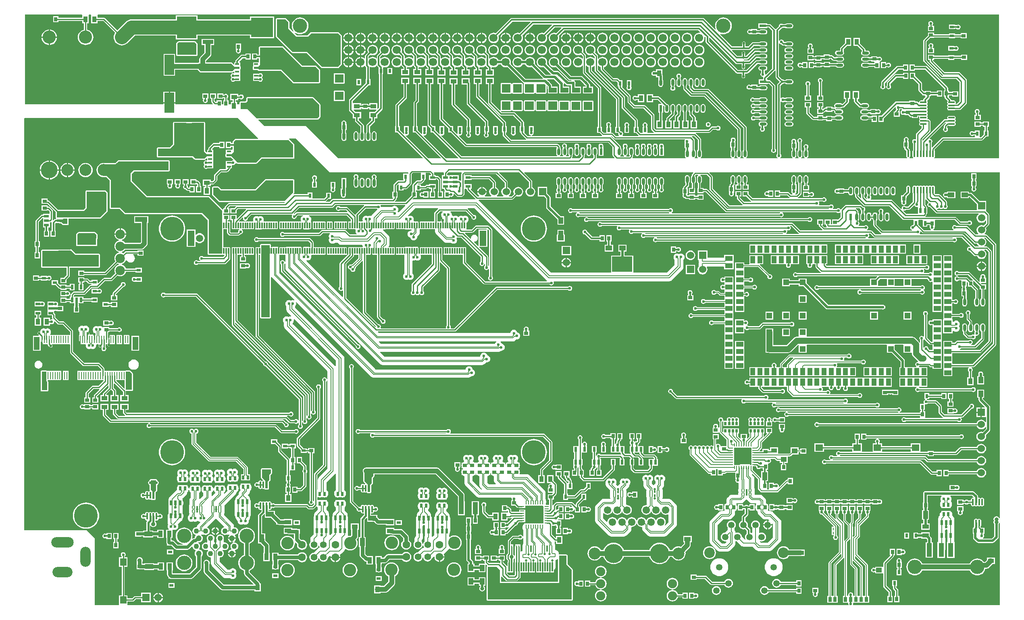
<source format=gtl>
G04*
G04 #@! TF.GenerationSoftware,Altium Limited,Altium Designer,21.2.2 (38)*
G04*
G04 Layer_Physical_Order=1*
G04 Layer_Color=255*
%FSLAX25Y25*%
%MOIN*%
G70*
G04*
G04 #@! TF.SameCoordinates,9A9FBC94-F95F-4755-83A8-F293FEA714C6*
G04*
G04*
G04 #@! TF.FilePolarity,Positive*
G04*
G01*
G75*
%ADD10C,0.01575*%
%ADD11C,0.00984*%
%ADD12C,0.00787*%
%ADD14C,0.01000*%
%ADD16C,0.01181*%
%ADD17C,0.00500*%
%ADD19R,0.04409X0.11339*%
%ADD20R,0.02756X0.03543*%
%ADD21R,0.03543X0.02756*%
%ADD22R,0.02362X0.03543*%
%ADD23R,0.03937X0.02362*%
%ADD24R,0.03937X0.05315*%
%ADD25O,0.02362X0.05709*%
%ADD26C,0.01968*%
%ADD27R,0.03740X0.05118*%
%ADD28R,0.05709X0.02362*%
%ADD29O,0.05709X0.02362*%
%ADD30R,0.02362X0.05709*%
%ADD31O,0.02362X0.05709*%
%ADD32R,0.03543X0.02362*%
%ADD33O,0.05709X0.02362*%
%ADD34O,0.05512X0.01575*%
%ADD35R,0.03937X0.05906*%
%ADD36R,0.05906X0.03937*%
%ADD37R,0.04921X0.04921*%
%ADD38R,0.02362X0.03937*%
%ADD39O,0.01575X0.05512*%
%ADD40R,0.05315X0.03937*%
%ADD41R,0.05118X0.03740*%
%ADD42R,0.16535X0.12598*%
%ADD43R,0.06299X0.05512*%
%ADD44R,0.06693X0.04134*%
%ADD45R,0.01772X0.04724*%
%ADD46R,0.01181X0.04724*%
%ADD47R,0.05709X0.12992*%
%ADD48R,0.21000X0.09500*%
%ADD49R,0.07874X0.16535*%
%ADD50R,0.09843X0.09843*%
%ADD51R,0.08661X0.03543*%
%ADD52R,0.10236X0.11811*%
%ADD53R,0.03347X0.01378*%
%ADD54R,0.10236X0.04134*%
%ADD55R,0.05709X0.04528*%
%ADD56R,0.16339X0.18307*%
%ADD57O,0.02362X0.06496*%
%ADD58R,0.02362X0.06496*%
%ADD59R,0.02953X0.04331*%
%ADD60R,0.02756X0.04331*%
%ADD61R,0.06102X0.05315*%
%ADD62R,0.04429X0.07087*%
%ADD63R,0.07480X0.05315*%
%ADD64R,0.04724X0.03937*%
%ADD65R,0.05315X0.03740*%
%ADD66R,0.00787X0.02224*%
%ADD67R,0.01575X0.02224*%
%ADD68R,0.01968X0.02756*%
%ADD69R,0.05118X0.04331*%
%ADD70R,0.00984X0.02756*%
%ADD71R,0.02756X0.00984*%
%ADD72R,0.12598X0.12598*%
%ADD73R,0.04134X0.06693*%
%ADD74R,0.01968X0.03543*%
%ADD75O,0.01654X0.05512*%
%ADD76R,0.08465X0.07323*%
%ADD77R,0.04134X0.10236*%
%ADD78R,0.14764X0.14764*%
%ADD79R,0.01063X0.03347*%
%ADD80R,0.03347X0.01063*%
%ADD81R,0.01181X0.07480*%
%ADD82R,0.03740X0.05315*%
%ADD83R,0.00984X0.06102*%
%ADD84R,0.04724X0.10827*%
%ADD85R,0.15748X0.06299*%
%ADD86R,0.04528X0.05709*%
%ADD87R,0.18307X0.16339*%
%ADD88R,0.05512X0.06299*%
%ADD185C,0.02559*%
%ADD186C,0.03937*%
%ADD187C,0.01968*%
%ADD188C,0.01378*%
%ADD189C,0.00551*%
%ADD190C,0.00591*%
%ADD191C,0.02953*%
%ADD192C,0.04921*%
%ADD193C,0.11811*%
%ADD194C,0.11811*%
%ADD195C,0.06000*%
%ADD196R,0.06000X0.06000*%
%ADD197R,0.06000X0.06000*%
%ADD198C,0.06102*%
%ADD199C,0.07480*%
%ADD200C,0.09843*%
%ADD201C,0.15748*%
%ADD202C,0.06693*%
%ADD203C,0.05906*%
%ADD204C,0.19685*%
%ADD205C,0.04331*%
%ADD206C,0.04724*%
%ADD207C,0.06299*%
%ADD208C,0.05512*%
%ADD209C,0.10236*%
%ADD210C,0.07756*%
%ADD211C,0.10827*%
%ADD212C,0.13780*%
%ADD213C,0.05315*%
%ADD214C,0.08661*%
%ADD215O,0.16535X0.08661*%
%ADD216O,0.18504X0.08661*%
%ADD217O,0.08661X0.16535*%
%ADD218C,0.02362*%
%ADD219C,0.03150*%
%ADD220C,0.03543*%
%ADD221C,0.01772*%
G36*
X816142Y371654D02*
X762796D01*
X762644Y372153D01*
X762848Y372290D01*
X763196Y372811D01*
X763318Y373425D01*
Y377362D01*
X763196Y377977D01*
X763025Y378232D01*
Y378885D01*
X770622Y386483D01*
X801968D01*
X802471Y386583D01*
X802897Y386867D01*
X805597Y389567D01*
X807677D01*
Y394685D01*
X807021D01*
Y397835D01*
X807891D01*
Y402165D01*
X802773D01*
Y401313D01*
X801181D01*
Y402165D01*
X796063D01*
Y397835D01*
X801181D01*
Y398687D01*
X802773D01*
Y397835D01*
X804396D01*
Y394685D01*
X803740D01*
Y391423D01*
X801425Y389108D01*
X800296D01*
X800197Y389567D01*
X800197Y389608D01*
Y394685D01*
X796260D01*
Y393631D01*
X795385D01*
X794863Y393980D01*
X794095Y394133D01*
X793326Y393980D01*
X792675Y393545D01*
X792240Y392894D01*
X792087Y392126D01*
X792240Y391358D01*
X792675Y390707D01*
X793326Y390272D01*
X794095Y390119D01*
X794863Y390272D01*
X795385Y390621D01*
X796260D01*
Y389608D01*
X796260Y389567D01*
X796161Y389108D01*
X770079D01*
X769576Y389008D01*
X769151Y388723D01*
X760958Y380531D01*
X760458Y380738D01*
Y384134D01*
X760573Y384211D01*
X761008Y384862D01*
X761161Y385630D01*
X761008Y386398D01*
X760573Y387049D01*
X759922Y387484D01*
X759154Y387637D01*
X759070Y387620D01*
X758824Y388081D01*
X771961Y401218D01*
X772249Y401180D01*
X772428Y400651D01*
X771125Y399348D01*
X770842Y398924D01*
X770743Y398425D01*
Y396968D01*
X770628Y396892D01*
X770193Y396240D01*
X770040Y395472D01*
X770193Y394704D01*
X770628Y394053D01*
X771279Y393618D01*
X772047Y393465D01*
X772815Y393618D01*
X773466Y394053D01*
X773902Y394704D01*
X774054Y395472D01*
X773902Y396240D01*
X773466Y396892D01*
X773352Y396968D01*
Y397885D01*
X774197Y398730D01*
X774369Y398615D01*
X774983Y398493D01*
X778920D01*
X779535Y398615D01*
X780056Y398963D01*
X780404Y399484D01*
X780526Y400098D01*
X780404Y400713D01*
X780056Y401234D01*
Y401522D01*
X780404Y402043D01*
X780526Y402658D01*
X780404Y403272D01*
X780200Y403576D01*
X780097Y403937D01*
X780200Y404298D01*
X780404Y404602D01*
X780526Y405217D01*
X780404Y405831D01*
X780056Y406352D01*
X779535Y406700D01*
X778920Y406822D01*
X774983D01*
X774369Y406700D01*
X773848Y406352D01*
X773500Y405831D01*
X773378Y405217D01*
X773500Y404602D01*
X773593Y404462D01*
X773326Y403962D01*
X771555D01*
X771056Y403863D01*
X770633Y403580D01*
X753289Y386236D01*
X752789Y386443D01*
Y387153D01*
X759294Y393658D01*
X759579Y394084D01*
X759679Y394587D01*
Y402067D01*
X759579Y402569D01*
X759294Y402995D01*
X758704Y403586D01*
X758278Y403870D01*
X757776Y403970D01*
X757354D01*
X757087Y404470D01*
X757175Y404602D01*
X757298Y405217D01*
X757175Y405831D01*
X756827Y406352D01*
Y406640D01*
X757175Y407161D01*
X757298Y407776D01*
X757175Y408390D01*
X756972Y408695D01*
X756869Y409055D01*
X756972Y409416D01*
X757175Y409720D01*
X757298Y410335D01*
X757175Y410949D01*
X756827Y411470D01*
Y411758D01*
X757175Y412279D01*
X757298Y412894D01*
X757175Y413508D01*
X756972Y413813D01*
X756869Y414173D01*
X756972Y414534D01*
X757175Y414838D01*
X757298Y415453D01*
X757175Y416067D01*
X756972Y416372D01*
X756869Y416732D01*
X756972Y417093D01*
X757175Y417397D01*
X757298Y418012D01*
X757175Y418626D01*
X756827Y419147D01*
X756799Y419434D01*
X758528Y421163D01*
X758854Y421651D01*
X758969Y422227D01*
Y423032D01*
X760023D01*
Y423692D01*
X764944D01*
Y422638D01*
X769275D01*
Y427756D01*
X764944D01*
Y426702D01*
X760023D01*
Y427362D01*
X754905D01*
Y427065D01*
X754404Y426858D01*
X752686Y428576D01*
Y433448D01*
X752572Y434024D01*
X752246Y434512D01*
X746850Y439907D01*
Y442503D01*
X742520D01*
Y437385D01*
X745115D01*
X749676Y432824D01*
Y427953D01*
X749790Y427377D01*
X750117Y426888D01*
X752873Y424132D01*
X753361Y423806D01*
X753937Y423692D01*
X754905D01*
Y423032D01*
X755432D01*
X755639Y422532D01*
X754046Y420938D01*
X753720Y420450D01*
X753605Y419874D01*
Y419618D01*
X751755D01*
X751140Y419495D01*
X750620Y419147D01*
X750272Y418626D01*
X750168Y418104D01*
X749893Y417955D01*
X749661Y417904D01*
X749374Y418190D01*
X748886Y418517D01*
X748310Y418631D01*
X747030D01*
Y419291D01*
X741912D01*
Y418631D01*
X731496D01*
X730920Y418517D01*
X730432Y418190D01*
X719131Y406890D01*
X716536D01*
Y401772D01*
X720866D01*
Y404367D01*
X730426Y413927D01*
X730886Y413680D01*
X730867Y413583D01*
X731020Y412815D01*
X731455Y412163D01*
X731465Y412061D01*
X730765Y411361D01*
X730480Y410935D01*
X730380Y410433D01*
X729134D01*
Y406102D01*
X734252D01*
Y410433D01*
X734235D01*
X733967Y410933D01*
X734087Y411112D01*
X734187Y411614D01*
Y412092D01*
X734293Y412163D01*
X734365Y412270D01*
X735872D01*
X736092Y412016D01*
X736073Y411815D01*
X735978Y411457D01*
X735392Y411065D01*
X734957Y410414D01*
X734804Y409646D01*
X734957Y408878D01*
X735392Y408226D01*
X736043Y407791D01*
X736811Y407639D01*
X737579Y407791D01*
X737886Y407996D01*
X738386Y407735D01*
Y407480D01*
X740981D01*
X742440Y406022D01*
X742928Y405696D01*
X743504Y405581D01*
X744291D01*
Y404921D01*
X749409D01*
Y406270D01*
X750037D01*
X750205Y405956D01*
X750259Y405770D01*
X750149Y405217D01*
X750272Y404602D01*
X750475Y404298D01*
X750578Y403937D01*
X750475Y403576D01*
X750272Y403272D01*
X750149Y402658D01*
X750272Y402043D01*
X750475Y401739D01*
X750578Y401378D01*
X750475Y401017D01*
X750272Y400713D01*
X750149Y400098D01*
X750272Y399484D01*
X750620Y398963D01*
X751140Y398615D01*
X751755Y398493D01*
X752411D01*
Y396787D01*
X747989Y392365D01*
X747705Y391939D01*
X747605Y391437D01*
Y387589D01*
X747105Y387311D01*
X746457Y387440D01*
X745689Y387287D01*
X745038Y386852D01*
X744602Y386201D01*
X744450Y385433D01*
X744602Y384665D01*
X745038Y384014D01*
X745103Y383970D01*
Y378318D01*
X744875Y377977D01*
X744753Y377362D01*
Y373425D01*
X744875Y372811D01*
X745223Y372290D01*
X745427Y372153D01*
X745275Y371654D01*
X742323D01*
X742172Y372153D01*
X742376Y372290D01*
X742724Y372811D01*
X742846Y373425D01*
Y377362D01*
X742724Y377977D01*
X742708Y378000D01*
Y378286D01*
X742593Y378862D01*
X742267Y379350D01*
X741409Y380208D01*
X741535Y380512D01*
X741535D01*
Y385630D01*
X741468D01*
X741216Y386130D01*
X741421Y386437D01*
X741574Y387205D01*
X741421Y387973D01*
X740986Y388624D01*
X740335Y389059D01*
X739567Y389212D01*
X738799Y389059D01*
X738148Y388624D01*
X737713Y387973D01*
X737560Y387205D01*
X737713Y386437D01*
X737918Y386130D01*
X737650Y385630D01*
X737205D01*
Y380512D01*
X737943D01*
Y380040D01*
X738058Y379463D01*
X738384Y378975D01*
X739695Y377665D01*
X739635Y377362D01*
Y373425D01*
X739757Y372811D01*
X740105Y372290D01*
X740309Y372153D01*
X740157Y371654D01*
X657836D01*
X657685Y372153D01*
X658053Y372400D01*
X658488Y373051D01*
X658641Y373819D01*
Y377165D01*
X658488Y377933D01*
X658053Y378585D01*
X657968Y378641D01*
Y379784D01*
X658112Y379880D01*
X658547Y380531D01*
X658700Y381299D01*
X658547Y382067D01*
X658112Y382718D01*
X657461Y383154D01*
X656693Y383306D01*
X655925Y383154D01*
X655274Y382718D01*
X654839Y382067D01*
X654686Y381299D01*
X654839Y380531D01*
X655274Y379880D01*
X655359Y379823D01*
Y378681D01*
X655215Y378585D01*
X654780Y377933D01*
X654627Y377165D01*
Y373819D01*
X654780Y373051D01*
X655215Y372400D01*
X655583Y372153D01*
X655431Y371654D01*
X652836D01*
X652685Y372153D01*
X653053Y372400D01*
X653488Y373051D01*
X653641Y373819D01*
Y377165D01*
X653488Y377933D01*
X653053Y378585D01*
X652909Y378681D01*
Y384744D01*
X652994Y384801D01*
X653429Y385452D01*
X653582Y386221D01*
X653429Y386988D01*
X652994Y387640D01*
X652343Y388075D01*
X651575Y388228D01*
X650807Y388075D01*
X650156Y387640D01*
X649720Y386988D01*
X649568Y386221D01*
X649720Y385452D01*
X650156Y384801D01*
X650300Y384705D01*
Y378641D01*
X650215Y378585D01*
X649780Y377933D01*
X649627Y377165D01*
Y373819D01*
X649780Y373051D01*
X650215Y372400D01*
X650583Y372153D01*
X650431Y371654D01*
X647836D01*
X647685Y372153D01*
X648053Y372400D01*
X648488Y373051D01*
X648641Y373819D01*
Y377165D01*
X648488Y377933D01*
X648149Y378441D01*
Y379528D01*
X648819D01*
Y384646D01*
X648787D01*
X648525Y385146D01*
X648661Y385827D01*
X648508Y386595D01*
X648073Y387246D01*
X647422Y387681D01*
X646654Y387834D01*
X645886Y387681D01*
X645234Y387246D01*
X644799Y386595D01*
X644647Y385827D01*
X644782Y385146D01*
X644520Y384646D01*
X644488D01*
Y379528D01*
X645138D01*
Y378470D01*
X644780Y377933D01*
X644627Y377165D01*
Y373819D01*
X644780Y373051D01*
X645215Y372400D01*
X645583Y372153D01*
X645431Y371654D01*
X635455D01*
X635303Y372153D01*
X635671Y372400D01*
X636106Y373051D01*
X636259Y373819D01*
X636106Y374587D01*
X635671Y375238D01*
X635657Y375248D01*
Y418380D01*
X635939Y418517D01*
X636157Y418570D01*
X636762Y418165D01*
X637530Y418013D01*
X638298Y418165D01*
X638821Y418514D01*
X639654D01*
X640177Y418165D01*
X640945Y418013D01*
X644291D01*
X645059Y418165D01*
X645711Y418601D01*
X646146Y419252D01*
X646298Y420020D01*
X646146Y420788D01*
X645711Y421439D01*
X645059Y421874D01*
X644291Y422027D01*
X640945D01*
X640177Y421874D01*
X639654Y421525D01*
X638821D01*
X638298Y421874D01*
X637530Y422027D01*
X636762Y421874D01*
X636157Y421470D01*
X635939Y421523D01*
X635657Y421659D01*
Y431702D01*
X636991Y433036D01*
X637008Y433032D01*
X637776Y433185D01*
X638427Y433620D01*
X638430Y433625D01*
X639510D01*
X639526Y433601D01*
X640177Y433165D01*
X640945Y433013D01*
X644291D01*
X645059Y433165D01*
X645711Y433601D01*
X646146Y434252D01*
X646298Y435020D01*
X646146Y435788D01*
X645711Y436439D01*
X645059Y436874D01*
X644291Y437027D01*
X640945D01*
X640177Y436874D01*
X639526Y436439D01*
X639523Y436435D01*
X638443D01*
X638427Y436459D01*
X637776Y436894D01*
X637008Y437046D01*
X636991Y437043D01*
X634279Y439755D01*
Y466671D01*
X634779Y466822D01*
X634998Y466494D01*
X635649Y466059D01*
X636265Y465937D01*
X636881Y465321D01*
X637369Y464995D01*
X637945Y464880D01*
X639412D01*
X639427Y464857D01*
X640078Y464422D01*
X640846Y464269D01*
X644193D01*
X644961Y464422D01*
X645612Y464857D01*
X646047Y465509D01*
X646200Y466277D01*
X646047Y467045D01*
X645612Y467696D01*
X644961Y468131D01*
X644193Y468284D01*
X640846D01*
X640078Y468131D01*
X639719Y467891D01*
X638569D01*
X638394Y468065D01*
X638272Y468681D01*
X637837Y469333D01*
X637185Y469768D01*
X636417Y469920D01*
X635649Y469768D01*
X634998Y469333D01*
X634779Y469005D01*
X634279Y469156D01*
Y477174D01*
X636204Y479099D01*
X636221Y479095D01*
X636988Y479248D01*
X637640Y479683D01*
X637707Y479784D01*
X639536D01*
X640078Y479422D01*
X640846Y479270D01*
X644193D01*
X644961Y479422D01*
X645612Y479857D01*
X646047Y480509D01*
X646200Y481277D01*
X646047Y482045D01*
X645612Y482696D01*
X644961Y483131D01*
X644193Y483284D01*
X640846D01*
X640078Y483131D01*
X639427Y482696D01*
X639360Y482594D01*
X637531D01*
X636988Y482957D01*
X636221Y483109D01*
X635452Y482957D01*
X634801Y482522D01*
X634366Y481870D01*
X634213Y481102D01*
X634217Y481085D01*
X631881Y478749D01*
X631797Y478624D01*
X631195D01*
X631112Y478749D01*
X627591Y482270D01*
X627135Y482575D01*
X626597Y482682D01*
X624705D01*
Y483245D01*
X617421D01*
Y479308D01*
X624705D01*
Y479872D01*
X626016D01*
X628713Y477174D01*
Y446054D01*
X623525Y440866D01*
X623064Y441113D01*
X623070Y441142D01*
X622917Y441910D01*
X622568Y442432D01*
Y444270D01*
X622736D01*
X623504Y444422D01*
X624155Y444857D01*
X624590Y445508D01*
X624743Y446277D01*
X624590Y447045D01*
X624155Y447696D01*
X623504Y448131D01*
X622736Y448284D01*
X619390D01*
X618622Y448131D01*
X617971Y447696D01*
X617535Y447045D01*
X617383Y446277D01*
X617535Y445508D01*
X617971Y444857D01*
X618622Y444422D01*
X619390Y444270D01*
X619558D01*
Y442432D01*
X619209Y441910D01*
X619056Y441142D01*
X619209Y440374D01*
X619644Y439722D01*
X620295Y439287D01*
X621063Y439135D01*
X621116Y439145D01*
X621416Y438695D01*
X621237Y438427D01*
X621130Y437890D01*
Y436988D01*
X617520D01*
Y433051D01*
X624803D01*
Y433438D01*
X625993D01*
X628516Y430914D01*
Y379578D01*
X628502Y379569D01*
X628067Y378918D01*
X627914Y378150D01*
X628067Y377382D01*
X628502Y376730D01*
X629153Y376295D01*
X629921Y376143D01*
X630689Y376295D01*
X631341Y376730D01*
X631776Y377382D01*
X631928Y378150D01*
X631776Y378918D01*
X631341Y379569D01*
X631326Y379578D01*
Y431496D01*
X631219Y432034D01*
X630915Y432489D01*
X627568Y435836D01*
X627112Y436140D01*
X626575Y436247D01*
X624803D01*
Y436988D01*
X624328D01*
X624121Y437488D01*
X630969Y444337D01*
X631469Y444135D01*
Y439173D01*
X631576Y438636D01*
X631881Y438180D01*
X635004Y435056D01*
X635001Y435039D01*
X635004Y435022D01*
X633258Y433277D01*
X632954Y432821D01*
X632847Y432283D01*
Y375248D01*
X632833Y375238D01*
X632398Y374587D01*
X632245Y373819D01*
X632398Y373051D01*
X632833Y372400D01*
X633201Y372153D01*
X633049Y371654D01*
X607443D01*
X607291Y372153D01*
X607659Y372400D01*
X608094Y373051D01*
X608247Y373819D01*
Y377165D01*
X608094Y377933D01*
X607659Y378585D01*
X607645Y378594D01*
Y397106D01*
X607538Y397644D01*
X607234Y398100D01*
X576584Y428749D01*
X576128Y429054D01*
X575591Y429161D01*
X564558D01*
X563164Y430556D01*
Y431575D01*
X563387Y431909D01*
X563540Y432677D01*
Y436024D01*
X563387Y436792D01*
X562952Y437443D01*
X562301Y437878D01*
X561532Y438031D01*
X560764Y437878D01*
X560113Y437443D01*
X559678Y436792D01*
X559525Y436024D01*
Y432677D01*
X559678Y431909D01*
X560113Y431258D01*
X560354Y431097D01*
Y429974D01*
X560461Y429436D01*
X560765Y428980D01*
X562983Y426762D01*
X563439Y426458D01*
X563976Y426351D01*
X575009D01*
X604835Y396524D01*
Y378594D01*
X604821Y378585D01*
X604386Y377933D01*
X604233Y377165D01*
Y373819D01*
X604386Y373051D01*
X604821Y372400D01*
X605189Y372153D01*
X605038Y371654D01*
X602443D01*
X602291Y372153D01*
X602659Y372400D01*
X603094Y373051D01*
X603247Y373819D01*
Y377165D01*
X603094Y377933D01*
X602659Y378585D01*
X602645Y378594D01*
Y395807D01*
X602538Y396345D01*
X602234Y396800D01*
X574025Y425009D01*
X573569Y425314D01*
X573032Y425421D01*
X562590D01*
X557937Y430073D01*
Y431248D01*
X557952Y431258D01*
X558387Y431909D01*
X558540Y432677D01*
Y436024D01*
X558387Y436792D01*
X557952Y437443D01*
X557301Y437878D01*
X556532Y438031D01*
X555764Y437878D01*
X555113Y437443D01*
X554678Y436792D01*
X554525Y436024D01*
Y432677D01*
X554678Y431909D01*
X555113Y431258D01*
X555128Y431248D01*
Y429491D01*
X555234Y428954D01*
X555539Y428498D01*
X561015Y423022D01*
X561470Y422718D01*
X562008Y422611D01*
X572449D01*
X599835Y395225D01*
Y378594D01*
X599821Y378585D01*
X599386Y377933D01*
X599233Y377165D01*
Y373819D01*
X599386Y373051D01*
X599821Y372400D01*
X600189Y372153D01*
X600038Y371654D01*
X597443D01*
X597291Y372153D01*
X597659Y372400D01*
X598094Y373051D01*
X598247Y373819D01*
Y377165D01*
X598094Y377933D01*
X597755Y378441D01*
Y380315D01*
X598425D01*
Y385433D01*
X598425D01*
X598193Y385867D01*
X598311Y386043D01*
X598464Y386811D01*
X598311Y387579D01*
X597876Y388230D01*
X597225Y388665D01*
X596457Y388818D01*
X595689Y388665D01*
X595038Y388230D01*
X594602Y387579D01*
X594450Y386811D01*
X594602Y386043D01*
X594676Y385933D01*
X594409Y385433D01*
X594095D01*
Y380315D01*
X594745D01*
Y378470D01*
X594386Y377933D01*
X594233Y377165D01*
Y373819D01*
X594386Y373051D01*
X594821Y372400D01*
X595189Y372153D01*
X595038Y371654D01*
X569647D01*
X569496Y372153D01*
X569864Y372400D01*
X570299Y373051D01*
X570452Y373819D01*
Y377165D01*
X570299Y377933D01*
X569864Y378585D01*
X569808Y378622D01*
Y387402D01*
X569709Y387901D01*
X569426Y388324D01*
X565489Y392261D01*
X565446Y392290D01*
X565598Y392790D01*
X576575D01*
X577074Y392889D01*
X577497Y393172D01*
X579674Y395349D01*
X582559D01*
X582636Y395234D01*
X583287Y394799D01*
X584055Y394647D01*
X584823Y394799D01*
X585474Y395234D01*
X585909Y395885D01*
X586062Y396654D01*
X585909Y397422D01*
X585474Y398073D01*
X584823Y398508D01*
X584055Y398661D01*
X583287Y398508D01*
X582636Y398073D01*
X582559Y397958D01*
X579134D01*
X578635Y397859D01*
X578211Y397576D01*
X576034Y395399D01*
X532430D01*
X531226Y396603D01*
Y407283D01*
X531126Y407783D01*
X530844Y408206D01*
X523757Y415293D01*
X523334Y415575D01*
X522835Y415675D01*
X515107D01*
X511738Y419044D01*
Y423032D01*
X511638Y423531D01*
X511356Y423954D01*
X504707Y430602D01*
X504914Y431102D01*
X504921D01*
Y436221D01*
X502829D01*
X501316Y437734D01*
X500893Y438016D01*
X500394Y438116D01*
X497391D01*
X494426Y441080D01*
X489710Y445796D01*
Y447121D01*
X490570Y447477D01*
X491474Y448171D01*
X492169Y449076D01*
X492605Y450129D01*
X492754Y451260D01*
X492605Y452390D01*
X492169Y453444D01*
X491474Y454349D01*
X490570Y455043D01*
X489516Y455479D01*
X488386Y455628D01*
X487255Y455479D01*
X486202Y455043D01*
X485297Y454349D01*
X485072Y454056D01*
X484572Y454225D01*
Y456299D01*
X484473Y456798D01*
X484190Y457222D01*
X482218Y459194D01*
X482605Y460129D01*
X482754Y461260D01*
X482605Y462390D01*
X482169Y463444D01*
X481474Y464349D01*
X480570Y465043D01*
X479516Y465479D01*
X478386Y465628D01*
X477255Y465479D01*
X476202Y465043D01*
X475297Y464349D01*
X474603Y463444D01*
X474167Y462390D01*
X474018Y461260D01*
X474167Y460129D01*
X474603Y459076D01*
X475297Y458171D01*
X476202Y457477D01*
X477255Y457041D01*
X478386Y456892D01*
X479516Y457041D01*
X480340Y457382D01*
X481963Y455759D01*
Y454490D01*
X481649Y454383D01*
X481463Y454357D01*
X480570Y455043D01*
X479516Y455479D01*
X478386Y455628D01*
X477255Y455479D01*
X476202Y455043D01*
X475297Y454349D01*
X475203Y454226D01*
X474730Y454387D01*
Y456693D01*
X474630Y457192D01*
X474348Y457615D01*
X472379Y459584D01*
X472605Y460129D01*
X472754Y461260D01*
X472605Y462390D01*
X472169Y463444D01*
X471475Y464349D01*
X470570Y465043D01*
X469516Y465479D01*
X468386Y465628D01*
X467255Y465479D01*
X466202Y465043D01*
X465297Y464349D01*
X464603Y463444D01*
X464167Y462390D01*
X464018Y461260D01*
X464167Y460129D01*
X464603Y459076D01*
X465297Y458171D01*
X466202Y457477D01*
X467255Y457041D01*
X468386Y456892D01*
X469516Y457041D01*
X470570Y457477D01*
X470698Y457575D01*
X472121Y456152D01*
Y454284D01*
X471647Y454124D01*
X471475Y454349D01*
X470570Y455043D01*
X469516Y455479D01*
X468386Y455628D01*
X467255Y455479D01*
X466202Y455043D01*
X465297Y454349D01*
X464603Y453444D01*
X464167Y452390D01*
X464018Y451260D01*
X464167Y450129D01*
X464603Y449076D01*
X465297Y448171D01*
X466202Y447477D01*
X467255Y447041D01*
X468386Y446892D01*
X469516Y447041D01*
X470570Y447477D01*
X471475Y448171D01*
X471647Y448396D01*
X472121Y448235D01*
Y442717D01*
X472220Y442217D01*
X472503Y441794D01*
X484719Y429578D01*
Y397638D01*
X484055D01*
Y392520D01*
X486147D01*
X488054Y390613D01*
X488097Y390584D01*
X487945Y390084D01*
X429936D01*
X429887Y390584D01*
X430296Y390665D01*
X430947Y391101D01*
X431382Y391752D01*
X431535Y392520D01*
X431432Y393033D01*
X431496Y393110D01*
X431496D01*
Y398228D01*
X427559D01*
Y393110D01*
X427559D01*
X427623Y393033D01*
X427521Y392520D01*
X427673Y391752D01*
X428108Y391101D01*
X428759Y390665D01*
X429168Y390584D01*
X429119Y390084D01*
X426525D01*
X425627Y390982D01*
X425627Y390982D01*
X423864Y392744D01*
X424016Y393110D01*
X424016D01*
Y398228D01*
X423452D01*
Y401378D01*
X423345Y401916D01*
X423041Y402371D01*
X416151Y409261D01*
X415695Y409566D01*
X415158Y409673D01*
X405306D01*
X404524Y410455D01*
X404617Y410644D01*
X404819Y410867D01*
X405118Y410808D01*
X412205D01*
X412589Y410884D01*
X412914Y411101D01*
X413130Y411425D01*
X413142Y411427D01*
X413630D01*
X413641Y411425D01*
X413857Y411101D01*
X414183Y410884D01*
X414567Y410808D01*
X421654D01*
X422038Y410884D01*
X422363Y411101D01*
X422581Y411427D01*
X422657Y411811D01*
Y418701D01*
X422581Y419085D01*
X422363Y419410D01*
X422038Y419628D01*
X421654Y419704D01*
X414567D01*
X414183Y419628D01*
X413857Y419410D01*
X413641Y419087D01*
X413630Y419085D01*
X413142D01*
X413130Y419087D01*
X412914Y419410D01*
X412589Y419628D01*
X412205Y419704D01*
X405118D01*
X404734Y419628D01*
X404409Y419410D01*
X404191Y419085D01*
X404115Y418701D01*
Y411811D01*
X404174Y411512D01*
X403951Y411310D01*
X403762Y411217D01*
X396680Y418298D01*
Y432874D01*
X398622D01*
Y438189D01*
X391929D01*
Y432874D01*
X393871D01*
Y417717D01*
X393978Y417179D01*
X394282Y416723D01*
X403731Y407274D01*
X404187Y406970D01*
X404724Y406863D01*
X414575D01*
X420642Y400796D01*
Y398228D01*
X420079D01*
Y393110D01*
X420743D01*
Y392717D01*
X420842Y392217D01*
X421125Y391794D01*
X423782Y389137D01*
X423782Y389137D01*
X425062Y387857D01*
X425399Y387631D01*
X425355Y387233D01*
X425316Y387131D01*
X412852D01*
X408588Y391395D01*
Y393110D01*
X409252D01*
Y398228D01*
X408688D01*
Y400984D01*
X408581Y401522D01*
X408277Y401978D01*
X386641Y423614D01*
Y432874D01*
X388583D01*
Y438189D01*
X381890D01*
Y432874D01*
X383831D01*
Y423032D01*
X383938Y422494D01*
X384243Y422038D01*
X405878Y400402D01*
Y398228D01*
X405315D01*
Y393110D01*
X405979D01*
Y390855D01*
X406078Y390355D01*
X406361Y389932D01*
X411389Y384904D01*
X411812Y384622D01*
X412311Y384522D01*
X493160D01*
X496727Y380956D01*
Y374213D01*
X496826Y373713D01*
X497109Y373290D01*
X498284Y372115D01*
X498092Y371654D01*
X483570D01*
X483490Y371752D01*
Y373996D01*
X483604Y374073D01*
X484039Y374724D01*
X484192Y375492D01*
Y378839D01*
X484039Y379607D01*
X483604Y380258D01*
X482953Y380693D01*
X482185Y380846D01*
X481417Y380693D01*
X480766Y380258D01*
X480331Y379607D01*
X480178Y378839D01*
Y375492D01*
X480331Y374724D01*
X480766Y374073D01*
X480880Y373996D01*
Y372292D01*
X480242Y371654D01*
X473707D01*
X473497Y371936D01*
X473405Y372153D01*
X473490Y372579D01*
Y373996D01*
X473604Y374073D01*
X474039Y374724D01*
X474192Y375492D01*
Y378839D01*
X474039Y379607D01*
X473604Y380258D01*
X472953Y380693D01*
X472185Y380846D01*
X471417Y380693D01*
X470766Y380258D01*
X470331Y379607D01*
X470178Y378839D01*
Y375492D01*
X470331Y374724D01*
X470766Y374073D01*
X470881Y373996D01*
Y373119D01*
X469415Y371654D01*
X463288D01*
X463284Y371662D01*
X463150Y372153D01*
X463390Y372513D01*
X463490Y373012D01*
Y373996D01*
X463604Y374073D01*
X464039Y374724D01*
X464192Y375492D01*
Y378839D01*
X464039Y379607D01*
X463604Y380258D01*
X462953Y380693D01*
X462185Y380846D01*
X461417Y380693D01*
X460766Y380258D01*
X460331Y379607D01*
X460178Y378839D01*
Y375492D01*
X460331Y374724D01*
X460766Y374073D01*
X460661Y373593D01*
X460431Y373352D01*
X458425D01*
X458273Y373852D01*
X458604Y374073D01*
X459039Y374724D01*
X459192Y375492D01*
Y378839D01*
X459039Y379607D01*
X458604Y380258D01*
X458715Y380784D01*
X458941Y381122D01*
X459094Y381890D01*
X458941Y382658D01*
X458506Y383309D01*
X457855Y383744D01*
X457087Y383897D01*
X456319Y383744D01*
X455667Y383309D01*
X455232Y382658D01*
X455080Y381890D01*
X455232Y381122D01*
X455518Y380694D01*
X455766Y380258D01*
X455331Y379607D01*
X455178Y378839D01*
Y375492D01*
X455331Y374724D01*
X455766Y374073D01*
X456097Y373852D01*
X455945Y373352D01*
X453425D01*
X453273Y373852D01*
X453604Y374073D01*
X454039Y374724D01*
X454192Y375492D01*
Y378839D01*
X454039Y379607D01*
X453604Y380258D01*
X453490Y380334D01*
Y381083D01*
X453390Y381582D01*
X453108Y382005D01*
X451710Y383403D01*
X451287Y383686D01*
X450787Y383785D01*
X376131D01*
X369774Y390142D01*
X370020Y390602D01*
X370472Y390513D01*
X371240Y390665D01*
X371892Y391101D01*
X372327Y391752D01*
X372480Y392520D01*
X372377Y393033D01*
X372441Y393110D01*
X372441D01*
Y398228D01*
X368504D01*
Y393110D01*
X368504D01*
X368567Y393033D01*
X368465Y392520D01*
X368555Y392068D01*
X368094Y391821D01*
X364961Y394955D01*
Y398228D01*
X363011D01*
X356523Y404716D01*
Y432874D01*
X358465D01*
Y438189D01*
X351772D01*
Y432874D01*
X353713D01*
Y404134D01*
X353820Y403596D01*
X354125Y403140D01*
X361024Y396241D01*
Y393110D01*
X363116D01*
X374668Y381558D01*
X375091Y381275D01*
X375590Y381176D01*
X450247D01*
X450661Y380762D01*
X450766Y380258D01*
X450331Y379607D01*
X450178Y378839D01*
Y375492D01*
X450331Y374724D01*
X450766Y374073D01*
X451097Y373852D01*
X450945Y373352D01*
X371800D01*
X355010Y390142D01*
X355257Y390602D01*
X355709Y390513D01*
X356477Y390665D01*
X357128Y391101D01*
X357563Y391752D01*
X357716Y392520D01*
X357614Y393033D01*
X357677Y393110D01*
X357677D01*
Y398228D01*
X353740D01*
Y393110D01*
X353740D01*
X353804Y393033D01*
X353702Y392520D01*
X353791Y392068D01*
X353331Y391821D01*
X350197Y394955D01*
Y398228D01*
X348247D01*
X346680Y399795D01*
Y432972D01*
X348622D01*
Y438287D01*
X341929D01*
Y432972D01*
X343871D01*
Y399213D01*
X343978Y398675D01*
X344282Y398219D01*
X346260Y396241D01*
Y393110D01*
X348352D01*
X369347Y372115D01*
X369155Y371654D01*
X358932D01*
X340443Y390142D01*
X340690Y390602D01*
X341142Y390513D01*
X341910Y390665D01*
X342561Y391101D01*
X342996Y391752D01*
X343149Y392520D01*
X343047Y393033D01*
X343110Y393110D01*
X343110D01*
Y398228D01*
X339173D01*
Y393110D01*
X339173D01*
X339237Y393033D01*
X339135Y392520D01*
X339225Y392068D01*
X338764Y391821D01*
X335630Y394955D01*
Y398228D01*
X335066D01*
Y416938D01*
X336230Y418101D01*
X336534Y418557D01*
X336641Y419095D01*
Y433071D01*
X338583D01*
Y438386D01*
X331890D01*
Y433071D01*
X333831D01*
Y419676D01*
X332668Y418513D01*
X332363Y418057D01*
X332257Y417520D01*
Y398228D01*
X331693D01*
Y393110D01*
X333785D01*
X354780Y372115D01*
X354588Y371654D01*
X344168D01*
X325680Y390142D01*
X325926Y390602D01*
X326378Y390513D01*
X327146Y390665D01*
X327797Y391101D01*
X328232Y391752D01*
X328385Y392520D01*
X328283Y393033D01*
X328346Y393110D01*
X328346D01*
Y398228D01*
X324410D01*
Y393110D01*
X324409D01*
X324473Y393033D01*
X324371Y392520D01*
X324461Y392068D01*
X324000Y391821D01*
X320866Y394955D01*
Y398228D01*
X320106D01*
Y414920D01*
X326190Y421005D01*
X326495Y421460D01*
X326602Y421998D01*
Y433169D01*
X328543D01*
Y438484D01*
X321850D01*
Y433169D01*
X323792D01*
Y422580D01*
X317707Y416495D01*
X317403Y416040D01*
X317296Y415502D01*
Y398228D01*
X316929D01*
Y393110D01*
X319021D01*
X340016Y372115D01*
X339825Y371654D01*
X269882D01*
X243307Y398228D01*
X208858D01*
X203828Y403259D01*
X204019Y403721D01*
X252756Y403721D01*
X253140Y403797D01*
X253466Y404015D01*
X254843Y405393D01*
X255061Y405718D01*
X255137Y406102D01*
X255137Y415945D01*
X255061Y416329D01*
X254843Y416654D01*
X249332Y422166D01*
X249006Y422384D01*
X248622Y422460D01*
X225787Y422460D01*
X194882Y422460D01*
X194498Y422384D01*
X194172Y422166D01*
X193955Y421841D01*
X193878Y421457D01*
Y419510D01*
X193088Y418720D01*
X189173D01*
X188789Y418644D01*
X188464Y418426D01*
X188246Y418101D01*
X188170Y417717D01*
Y416339D01*
X186417D01*
Y418307D01*
X185163D01*
Y419685D01*
X187205D01*
Y421038D01*
X188334D01*
X188345Y421022D01*
X188996Y420587D01*
X189764Y420434D01*
X190532Y420587D01*
X191183Y421022D01*
X191618Y421673D01*
X191771Y422441D01*
X191618Y423209D01*
X191183Y423860D01*
X190532Y424295D01*
X189764Y424448D01*
X188996Y424295D01*
X188345Y423860D01*
X188202Y423647D01*
X187205D01*
Y425000D01*
X180512D01*
Y419685D01*
X182554D01*
Y418307D01*
X181102D01*
Y416339D01*
X179134D01*
Y419685D01*
X178273D01*
Y421536D01*
X178388Y421612D01*
X178823Y422263D01*
X178976Y423032D01*
X178823Y423800D01*
X178388Y424451D01*
X177737Y424886D01*
X176969Y425039D01*
X176200Y424886D01*
X175549Y424451D01*
X175473Y424336D01*
X175000D01*
Y425197D01*
X169882D01*
Y420866D01*
X175000D01*
Y421727D01*
X175473D01*
X175549Y421612D01*
X175664Y421536D01*
Y419685D01*
X174803D01*
Y416339D01*
X173622D01*
Y419685D01*
X169291D01*
Y418431D01*
X168454D01*
X167643Y419241D01*
Y420866D01*
X168898D01*
Y425197D01*
X163779D01*
Y420866D01*
X165034D01*
Y418701D01*
X165133Y418201D01*
X165416Y417778D01*
X166394Y416800D01*
X166202Y416339D01*
X135252D01*
Y417020D01*
X125378D01*
Y416339D01*
X10827D01*
Y490520D01*
X57937D01*
X58268Y490158D01*
X58268Y490020D01*
Y488116D01*
X38583D01*
Y489370D01*
X34252D01*
Y484252D01*
X38583D01*
Y485506D01*
X58268D01*
Y483465D01*
X59719D01*
Y478140D01*
X58564Y477790D01*
X57452Y477196D01*
X56478Y476396D01*
X55678Y475422D01*
X55084Y474310D01*
X54719Y473105D01*
X54595Y471850D01*
X54719Y470596D01*
X55084Y469390D01*
X55678Y468279D01*
X56478Y467305D01*
X57452Y466505D01*
X58564Y465911D01*
X59769Y465545D01*
X61024Y465422D01*
X62278Y465545D01*
X63484Y465911D01*
X64595Y466505D01*
X65569Y467305D01*
X66369Y468279D01*
X66963Y469390D01*
X67329Y470596D01*
X67452Y471850D01*
X67329Y473105D01*
X66963Y474310D01*
X66369Y475422D01*
X65569Y476396D01*
X64595Y477196D01*
X63484Y477790D01*
X62328Y478140D01*
Y483465D01*
X63583D01*
Y490020D01*
X63583Y490158D01*
X63914Y490520D01*
X65220D01*
X65551Y490158D01*
X65551Y490020D01*
Y483465D01*
X70866D01*
Y485506D01*
X75523D01*
X85436Y475593D01*
X85432Y475587D01*
X84810Y474424D01*
X84428Y473162D01*
X84298Y471850D01*
X84428Y470538D01*
X84810Y469277D01*
X85432Y468114D01*
X86268Y467095D01*
X87287Y466258D01*
X88450Y465637D01*
X89712Y465254D01*
X91024Y465125D01*
X92336Y465254D01*
X93597Y465637D01*
X94760Y466258D01*
X95779Y467095D01*
X101880Y473196D01*
X135669D01*
Y469980D01*
X153583D01*
Y473196D01*
X196949D01*
Y470965D01*
X216831D01*
Y488878D01*
X196949D01*
Y486647D01*
X153583D01*
Y489862D01*
X135669D01*
Y486647D01*
X99094D01*
X97782Y486517D01*
X96521Y486135D01*
X95358Y485513D01*
X94339Y484677D01*
X87191Y477528D01*
X76986Y487734D01*
X76562Y488016D01*
X76063Y488116D01*
X70866D01*
Y490020D01*
X70866Y490158D01*
X71197Y490520D01*
X816142D01*
Y371654D01*
D02*
G37*
G36*
X421654Y411811D02*
X414567D01*
Y418701D01*
X421654D01*
Y411811D01*
D02*
G37*
G36*
X412205D02*
X405118D01*
Y418701D01*
X412205D01*
Y411811D01*
D02*
G37*
G36*
X225787Y421457D02*
X248622Y421457D01*
X254134Y415945D01*
X254134Y406102D01*
X252756Y404724D01*
X202756Y404724D01*
X195079Y412402D01*
X189173Y412401D01*
Y417717D01*
X193504D01*
X194882Y419095D01*
Y421457D01*
X225787Y421457D01*
D02*
G37*
G36*
X485297Y448171D02*
X486202Y447477D01*
X487101Y447105D01*
Y445256D01*
X487200Y444757D01*
X487483Y444333D01*
X492581Y439235D01*
X492582Y439235D01*
X495928Y435888D01*
X496351Y435606D01*
X496850Y435506D01*
X499853D01*
X500984Y434375D01*
Y431102D01*
X501648D01*
Y430512D01*
X501748Y430013D01*
X502030Y429589D01*
X509129Y422491D01*
Y418504D01*
X509228Y418005D01*
X509511Y417582D01*
X513644Y413448D01*
X514068Y413165D01*
X514567Y413065D01*
X522294D01*
X528617Y406743D01*
Y396063D01*
X528716Y395564D01*
X528999Y395141D01*
X530967Y393172D01*
X531010Y393143D01*
X530859Y392643D01*
X525591D01*
Y397638D01*
X525239D01*
X525140Y398138D01*
X525476Y398641D01*
X525629Y399410D01*
X525476Y400177D01*
X525041Y400829D01*
X524390Y401264D01*
X523622Y401416D01*
X522854Y401264D01*
X522203Y400829D01*
X521768Y400177D01*
X521615Y399410D01*
X521768Y398641D01*
X522104Y398138D01*
X522006Y397638D01*
X521654D01*
Y392643D01*
X519832D01*
X518110Y394365D01*
Y397638D01*
X517446D01*
Y403346D01*
X517347Y403846D01*
X517064Y404269D01*
X506915Y414418D01*
Y422146D01*
X506815Y422645D01*
X506533Y423068D01*
X484572Y445029D01*
Y448294D01*
X485072Y448464D01*
X485297Y448171D01*
D02*
G37*
G36*
X481649Y448137D02*
X481963Y448030D01*
Y444488D01*
X482062Y443989D01*
X482345Y443566D01*
X504306Y421605D01*
Y413878D01*
X504405Y413379D01*
X504688Y412956D01*
X514837Y402806D01*
Y397638D01*
X514173D01*
Y392520D01*
X516265D01*
X518201Y390584D01*
X517994Y390084D01*
X505157D01*
X505012Y390584D01*
X505398Y391161D01*
X505550Y391929D01*
X505398Y392697D01*
X504962Y393348D01*
X504311Y393783D01*
X503543Y393936D01*
X503408Y393909D01*
X502953Y394365D01*
Y397638D01*
X502289D01*
Y421063D01*
X502189Y421562D01*
X501907Y421985D01*
X479690Y444202D01*
Y447113D01*
X480570Y447477D01*
X481463Y448162D01*
X481649Y448137D01*
D02*
G37*
G36*
X475297Y448171D02*
X476202Y447477D01*
X477081Y447113D01*
Y443661D01*
X477181Y443162D01*
X477463Y442739D01*
X499680Y420523D01*
Y397638D01*
X499016D01*
Y392520D01*
X501108D01*
X501563Y392064D01*
X501536Y391929D01*
X501689Y391161D01*
X502074Y390584D01*
X501930Y390084D01*
X499556D01*
X497182Y392458D01*
X496759Y392741D01*
X496260Y392840D01*
X495472D01*
Y397638D01*
X495009D01*
Y398316D01*
X495358Y398838D01*
X495511Y399606D01*
X495358Y400374D01*
X494923Y401025D01*
X494272Y401461D01*
X493504Y401613D01*
X492736Y401461D01*
X492085Y401025D01*
X491650Y400374D01*
X491497Y399606D01*
X491650Y398838D01*
X491999Y398316D01*
Y397638D01*
X491535D01*
Y392840D01*
X489517D01*
X487992Y394365D01*
Y397638D01*
X487328D01*
Y430118D01*
X487229Y430617D01*
X486946Y431041D01*
X474730Y443257D01*
Y448133D01*
X475203Y448293D01*
X475297Y448171D01*
D02*
G37*
G36*
X567199Y386861D02*
Y378701D01*
X567026Y378585D01*
X566591Y377933D01*
X566438Y377165D01*
Y373819D01*
X566591Y373051D01*
X567026Y372400D01*
X567394Y372153D01*
X567242Y371654D01*
X564647D01*
X564496Y372153D01*
X564864Y372400D01*
X565299Y373051D01*
X565452Y373819D01*
Y377165D01*
X565299Y377933D01*
X564864Y378585D01*
X564621Y378747D01*
Y386683D01*
X564522Y387182D01*
X564239Y387606D01*
X562311Y389534D01*
X562518Y390034D01*
X564027D01*
X567199Y386861D01*
D02*
G37*
G36*
X498093Y387857D02*
X498517Y387574D01*
X499016Y387475D01*
X556479D01*
X556705Y386975D01*
X556386Y386496D01*
X556233Y385728D01*
X556356Y385108D01*
X556299Y385039D01*
X556299D01*
Y379921D01*
X556949D01*
Y378470D01*
X556591Y377933D01*
X556438Y377165D01*
Y373819D01*
X556591Y373051D01*
X557026Y372400D01*
X557394Y372153D01*
X557242Y371654D01*
X513288D01*
X513284Y371662D01*
X513150Y372153D01*
X513390Y372513D01*
X513490Y373012D01*
Y373996D01*
X513604Y374073D01*
X514039Y374724D01*
X514192Y375492D01*
Y378839D01*
X514039Y379607D01*
X513604Y380258D01*
X512953Y380693D01*
X512185Y380846D01*
X511417Y380693D01*
X510766Y380258D01*
X510331Y379607D01*
X510178Y378839D01*
Y375492D01*
X510331Y374724D01*
X510766Y374073D01*
X510829Y374031D01*
X510858Y373530D01*
X510483Y373155D01*
X508179D01*
X507972Y373618D01*
X507979Y373655D01*
X508604Y374073D01*
X509039Y374724D01*
X509192Y375492D01*
Y378839D01*
X509039Y379607D01*
X508604Y380258D01*
X508773Y380747D01*
X508990Y381072D01*
X509143Y381840D01*
X508990Y382609D01*
X508555Y383260D01*
X507904Y383695D01*
X507136Y383848D01*
X506368Y383695D01*
X505717Y383260D01*
X505281Y382609D01*
X505129Y381840D01*
X505281Y381072D01*
X505530Y380701D01*
X505766Y380258D01*
X505331Y379607D01*
X505178Y378839D01*
Y375492D01*
X505331Y374724D01*
X505766Y374073D01*
X506391Y373655D01*
X506398Y373618D01*
X506191Y373155D01*
X503179D01*
X502973Y373618D01*
X502979Y373655D01*
X503604Y374073D01*
X504039Y374724D01*
X504192Y375492D01*
Y378839D01*
X504039Y379607D01*
X503604Y380258D01*
X503490Y380334D01*
Y381083D01*
X503390Y381582D01*
X503108Y382005D01*
X495709Y389404D01*
X495862Y389957D01*
X495967Y389984D01*
X498093Y387857D01*
D02*
G37*
G36*
X232677Y382874D02*
X232677Y372244D01*
X206102D01*
X201969Y368110D01*
X187008D01*
X181693Y373425D01*
X177756Y373425D01*
Y375000D01*
X181693Y375000D01*
X183465Y376772D01*
X183465Y385039D01*
X185039Y386614D01*
X228937Y386614D01*
X232677Y382874D01*
D02*
G37*
G36*
X129724Y361811D02*
X100787Y361811D01*
X98228Y359252D01*
X98228Y352559D01*
X111417Y339370D01*
X162795Y339370D01*
X174016Y328150D01*
Y292520D01*
X162992D01*
Y320866D01*
X157480Y326378D01*
X93898D01*
X89567Y330709D01*
X81890Y330709D01*
X81890Y342913D01*
X81890Y353740D01*
X78740Y356890D01*
X76181Y356890D01*
Y366732D01*
X86024Y366732D01*
X88386Y369094D01*
X129724Y369094D01*
X129724Y361811D01*
D02*
G37*
G36*
X338189Y359055D02*
X338189D01*
Y353937D01*
X338189Y353937D01*
X338189D01*
X338052Y353479D01*
X337845Y353273D01*
X335236D01*
X334737Y353174D01*
X334314Y352891D01*
X331755Y350332D01*
X331472Y349909D01*
X331373Y349410D01*
Y344094D01*
X330512D01*
Y340821D01*
X325247Y335557D01*
X316652D01*
X316445Y336057D01*
X317852Y337463D01*
X318134Y337887D01*
X318234Y338386D01*
Y338976D01*
X319094D01*
Y344094D01*
X318234D01*
Y348869D01*
X319394Y350029D01*
X319882Y349810D01*
Y344882D01*
X323819D01*
Y346136D01*
X325984D01*
X326483Y346236D01*
X326907Y346518D01*
X330056Y349668D01*
X330339Y350091D01*
X330438Y350590D01*
Y358515D01*
X331446Y359522D01*
X338109D01*
X338189Y359055D01*
D02*
G37*
G36*
X372013Y359816D02*
X372079Y359539D01*
X371826Y359161D01*
X371727Y358661D01*
Y353083D01*
X371265Y352891D01*
X371123Y353033D01*
X370635Y353359D01*
X370059Y353474D01*
X369488D01*
Y357677D01*
X363976D01*
X363976Y357677D01*
X363476Y357580D01*
X362795Y357716D01*
X362027Y357563D01*
X361720Y357358D01*
X361221Y357625D01*
Y357677D01*
X360067D01*
X359941Y357702D01*
X359769Y358178D01*
Y358908D01*
X360900Y360039D01*
X371920D01*
X372013Y359816D01*
D02*
G37*
G36*
X232677Y353346D02*
X232677Y343504D01*
X225590Y336417D01*
X216338Y336417D01*
X206890Y336417D01*
X202559Y336417D01*
X171850Y336417D01*
X166535Y341732D01*
Y344882D01*
X166535Y347244D01*
X170472Y347244D01*
X172835Y344882D01*
X174016Y344882D01*
X201575Y344882D01*
X210039Y353346D01*
X232677Y353346D01*
D02*
G37*
G36*
X407475Y351310D02*
Y347670D01*
X406770Y347378D01*
X405938Y346739D01*
X405299Y345907D01*
X404898Y344938D01*
X404761Y343898D01*
X404898Y342858D01*
X405299Y341888D01*
X405938Y341056D01*
X406553Y340584D01*
X406383Y340084D01*
X401176D01*
X401006Y340584D01*
X401621Y341056D01*
X402260Y341888D01*
X402661Y342858D01*
X402798Y343898D01*
X402661Y344938D01*
X402260Y345907D01*
X401621Y346739D01*
X400789Y347378D01*
X400124Y347654D01*
Y351772D01*
X400024Y352271D01*
X399741Y352694D01*
X395804Y356631D01*
X395381Y356914D01*
X394882Y357013D01*
X380118D01*
Y357677D01*
X374606D01*
X374336Y358065D01*
Y358121D01*
X374753Y358538D01*
X400247D01*
X407475Y351310D01*
D02*
G37*
G36*
X397514Y351231D02*
Y347686D01*
X396770Y347378D01*
X395938Y346739D01*
X395299Y345907D01*
X394898Y344938D01*
X394761Y343898D01*
X394898Y342858D01*
X395299Y341888D01*
X395938Y341056D01*
X396553Y340584D01*
X396383Y340084D01*
X391202D01*
X391032Y340584D01*
X391632Y341045D01*
X392273Y341880D01*
X392677Y342853D01*
X392748Y343398D01*
X388779D01*
X384811D01*
X384882Y342853D01*
X385285Y341880D01*
X385927Y341045D01*
X386527Y340584D01*
X386357Y340084D01*
X385186D01*
X379472Y345798D01*
X379664Y346260D01*
X380118D01*
Y350197D01*
X374606D01*
X374336Y350585D01*
Y353352D01*
X374606Y353740D01*
X380118D01*
Y354404D01*
X394341D01*
X397514Y351231D01*
D02*
G37*
G36*
X356817Y360021D02*
X357178Y359539D01*
X357160Y359449D01*
Y357677D01*
X355709D01*
Y353740D01*
Y350000D01*
Y346260D01*
X357357D01*
X357456Y345761D01*
X357739Y345337D01*
X358285Y344791D01*
X358078Y344291D01*
X357677D01*
Y339173D01*
X362008D01*
Y339755D01*
X362449Y339991D01*
X362618Y339878D01*
X363386Y339725D01*
X364154Y339878D01*
X364805Y340313D01*
X365240Y340964D01*
X365393Y341732D01*
X365352Y341939D01*
X365813Y342185D01*
X367778Y340219D01*
X368202Y339936D01*
X368701Y339837D01*
X372047D01*
X372547Y339936D01*
X372970Y340219D01*
X373954Y341203D01*
X374237Y341627D01*
X374336Y342126D01*
Y345872D01*
X374606Y346260D01*
X376058D01*
Y346063D01*
X376157Y345564D01*
X376440Y345141D01*
X383556Y338025D01*
X383348Y337525D01*
X331631D01*
X331609Y337522D01*
X331376Y337995D01*
X332357Y338976D01*
X334842D01*
Y344094D01*
X333982D01*
Y344802D01*
X334449Y344882D01*
Y344882D01*
X338386D01*
Y346136D01*
X342126D01*
X342625Y346236D01*
X343049Y346518D01*
X343454Y346924D01*
X345079D01*
Y346260D01*
X346530D01*
Y344291D01*
X345669D01*
Y339173D01*
X350000D01*
Y344291D01*
X349139D01*
Y346260D01*
X350590D01*
Y350197D01*
X345079D01*
Y349533D01*
X342913D01*
X342414Y349434D01*
X341991Y349151D01*
X341586Y348745D01*
X338386D01*
Y350000D01*
X336154D01*
X335904Y350500D01*
X336026Y350664D01*
X338386D01*
X338885Y350763D01*
X339308Y351046D01*
X341080Y352818D01*
X341363Y353241D01*
X341462Y353740D01*
Y353937D01*
X342126D01*
Y359055D01*
X342126D01*
X342206Y359522D01*
X345523D01*
X346530Y358515D01*
Y357677D01*
X345079D01*
Y353740D01*
X350590D01*
Y354404D01*
X351428D01*
X352436Y353397D01*
Y344291D01*
X352165D01*
Y339173D01*
X356496D01*
Y344291D01*
X355045D01*
Y353937D01*
X354945Y354436D01*
X354663Y354859D01*
X352891Y356631D01*
X352468Y356914D01*
X351969Y357013D01*
X350590D01*
Y357677D01*
X349139D01*
Y359055D01*
X349043Y359539D01*
X349041Y359555D01*
X349317Y360039D01*
X356768D01*
X356817Y360021D01*
D02*
G37*
G36*
X186811Y404925D02*
X203619Y388118D01*
X203441Y387618D01*
X185039Y387618D01*
X184655Y387541D01*
X184330Y387324D01*
X182755Y385749D01*
X182537Y385423D01*
X182461Y385039D01*
Y384183D01*
X181299D01*
Y385236D01*
X176969D01*
Y380118D01*
X181299D01*
Y381172D01*
X182461D01*
X182461Y378904D01*
X181961Y378839D01*
X177067D01*
Y375886D01*
X177067Y375886D01*
X176881Y375463D01*
X176829Y375384D01*
X176752Y375000D01*
Y373425D01*
X176829Y373041D01*
X177046Y372716D01*
X177372Y372498D01*
X177756Y372422D01*
X181277Y372422D01*
X183367Y370332D01*
X183120Y369871D01*
X182874Y369920D01*
X182106Y369768D01*
X181540Y369390D01*
X177067D01*
Y366740D01*
X177067Y366437D01*
X177067D01*
Y366240D01*
X177067D01*
Y363287D01*
X177067D01*
X176908Y362853D01*
X176821Y362722D01*
X172441D01*
X171942Y362623D01*
X171519Y362340D01*
X167581Y358403D01*
X167299Y357980D01*
X167199Y357480D01*
Y354084D01*
X165897Y352781D01*
X164567D01*
Y354134D01*
X157874D01*
Y348819D01*
X159916D01*
Y348031D01*
X158563D01*
Y341339D01*
X163878D01*
Y348031D01*
X162525D01*
Y348819D01*
X164567D01*
Y350172D01*
X166437D01*
X166936Y350271D01*
X167359Y350554D01*
X169426Y352621D01*
X169709Y353044D01*
X169808Y353543D01*
Y356940D01*
X172981Y360113D01*
X177756D01*
X178255Y360212D01*
X178678Y360495D01*
X180450Y362266D01*
X180733Y362690D01*
X180832Y363189D01*
Y363287D01*
X181988D01*
Y365582D01*
X182488Y365983D01*
X182874Y365906D01*
X183642Y366059D01*
X184293Y366494D01*
X184644Y367020D01*
X184728Y367145D01*
X185099Y367421D01*
X185293Y367421D01*
X186278D01*
X186298Y367401D01*
X186624Y367183D01*
X187008Y367107D01*
X201969D01*
X202352Y367183D01*
X202678Y367401D01*
X202699Y367421D01*
X202795D01*
Y367518D01*
X206518Y371241D01*
X232677D01*
X233061Y371317D01*
X233350Y371510D01*
X233531D01*
Y371751D01*
X233604Y371860D01*
X233681Y372244D01*
X233681Y382874D01*
X233604Y383258D01*
X233387Y383584D01*
X229647Y387324D01*
X229395Y387492D01*
X229412Y387803D01*
X229478Y387992D01*
X235039D01*
X262992Y360039D01*
X327651D01*
X327928Y359556D01*
X327926Y359539D01*
X327901Y359414D01*
X327559Y359055D01*
X323622D01*
Y353937D01*
X323706D01*
X323932Y353437D01*
X323788Y353273D01*
X319488D01*
X318989Y353174D01*
X318566Y352891D01*
X316007Y350332D01*
X315724Y349909D01*
X315624Y349410D01*
Y344094D01*
X314764D01*
Y338976D01*
X314968D01*
X315175Y338476D01*
X314617Y337919D01*
X265551D01*
X265052Y337820D01*
X264629Y337537D01*
X262649Y335557D01*
X259889D01*
X259738Y336057D01*
X259781Y336085D01*
X261687Y337992D01*
X263779D01*
Y343110D01*
X259842D01*
Y339837D01*
X258318Y338313D01*
X248622D01*
Y343307D01*
X244685D01*
Y342053D01*
X233661D01*
X233275Y341976D01*
X232985Y342378D01*
X232981Y342388D01*
X233387Y342794D01*
X233528Y343006D01*
X233531D01*
Y343011D01*
X233604Y343120D01*
X233681Y343504D01*
X233681Y353346D01*
X233604Y353731D01*
X233531Y353839D01*
Y354081D01*
X233350D01*
X233061Y354274D01*
X232677Y354350D01*
X210039Y354350D01*
X209655Y354274D01*
X209330Y354056D01*
X201159Y345885D01*
X174016Y345885D01*
X173250Y345885D01*
X171182Y347954D01*
X171161Y347968D01*
Y348031D01*
X171066D01*
X170856Y348171D01*
X170472Y348248D01*
X166535Y348248D01*
X166151Y348171D01*
X165942Y348031D01*
X165847D01*
Y347968D01*
X165826Y347954D01*
X165608Y347628D01*
X165532Y347244D01*
X165532Y344882D01*
Y341732D01*
X165608Y341348D01*
X165826Y341023D01*
X171141Y335708D01*
X171466Y335490D01*
X171850Y335414D01*
X202559Y335414D01*
X206890Y335414D01*
X216339Y335414D01*
X225468Y335414D01*
X225678Y335134D01*
X225740Y334934D01*
X225623Y334769D01*
X179724D01*
X179225Y334670D01*
X178802Y334387D01*
X176440Y332025D01*
X176157Y331602D01*
X176058Y331102D01*
Y330315D01*
X174803D01*
Y329488D01*
X174303Y329281D01*
X163505Y340080D01*
X163179Y340297D01*
X162795Y340374D01*
X111833Y340374D01*
X99232Y352975D01*
X99232Y358836D01*
X101203Y360807D01*
X129724Y360807D01*
X130108Y360884D01*
X130434Y361101D01*
X130652Y361427D01*
X130728Y361811D01*
X130728Y369094D01*
X130651Y369479D01*
X130434Y369804D01*
X130108Y370022D01*
X129724Y370098D01*
X88386Y370098D01*
X88002Y370022D01*
X87676Y369804D01*
X85608Y367736D01*
X76518Y367736D01*
X76024Y367785D01*
X74866Y367670D01*
X73753Y367333D01*
X72727Y366784D01*
X71828Y366046D01*
X71090Y365147D01*
X70541Y364121D01*
X70204Y363008D01*
X70090Y361850D01*
X70204Y360693D01*
X70541Y359579D01*
X71090Y358554D01*
X71828Y357654D01*
X72727Y356916D01*
X73753Y356368D01*
X74866Y356030D01*
X76024Y355916D01*
X76028Y355917D01*
X76181Y355886D01*
X78325Y355886D01*
X80886Y353325D01*
X80886Y342913D01*
X80886Y330709D01*
X80963Y330325D01*
X81102Y330116D01*
Y330020D01*
X81166D01*
X81180Y329999D01*
X81506Y329782D01*
X81890Y329705D01*
X89151Y329705D01*
X93188Y325668D01*
X93514Y325451D01*
X93898Y325374D01*
X157065D01*
X161989Y320450D01*
Y292520D01*
X162065Y292136D01*
X162205Y291927D01*
Y291732D01*
X162399D01*
X162608Y291593D01*
X162992Y291516D01*
X174016D01*
X174400Y291593D01*
X174609Y291732D01*
X175598D01*
X175805Y291232D01*
X174656Y290084D01*
X158386D01*
X158309Y290199D01*
X157658Y290634D01*
X156890Y290787D01*
X156122Y290634D01*
X155471Y290199D01*
X155035Y289548D01*
X154883Y288779D01*
X155035Y288012D01*
X155471Y287360D01*
X155949Y287041D01*
X155797Y286541D01*
X154055D01*
X153978Y286655D01*
X153327Y287090D01*
X152559Y287243D01*
X151791Y287090D01*
X151140Y286655D01*
X150705Y286004D01*
X150552Y285236D01*
X150705Y284468D01*
X151140Y283817D01*
X151791Y283382D01*
X152559Y283229D01*
X153327Y283382D01*
X153978Y283817D01*
X154055Y283932D01*
X175984D01*
X176484Y284031D01*
X176907Y284314D01*
X180253Y287660D01*
X180536Y288083D01*
X180635Y288583D01*
Y291732D01*
X180709D01*
Y298031D01*
X175019D01*
Y312992D01*
X178026D01*
Y310039D01*
X178125Y309540D01*
X178408Y309117D01*
X179589Y307936D01*
X180013Y307653D01*
X180512Y307554D01*
X187205D01*
X187704Y307653D01*
X188127Y307936D01*
X189038Y308847D01*
X189173Y308820D01*
X189941Y308973D01*
X190592Y309408D01*
X191027Y310059D01*
X191180Y310827D01*
X191027Y311595D01*
X190592Y312246D01*
X190224Y312492D01*
X190376Y312992D01*
X200394D01*
Y313999D01*
X200894Y314169D01*
X200931Y314120D01*
X201378Y313777D01*
Y312795D01*
X206496D01*
Y312992D01*
X220079D01*
Y319291D01*
X208463D01*
X208185Y319707D01*
X208274Y319921D01*
X208371Y320661D01*
X208371Y320661D01*
Y320866D01*
X208274Y321606D01*
X207988Y322296D01*
X207534Y322888D01*
X206941Y323342D01*
X206252Y323628D01*
X205512Y323725D01*
X204772Y323628D01*
X204082Y323342D01*
X203937Y323231D01*
X203792Y323342D01*
X203102Y323628D01*
X202362Y323725D01*
X201622Y323628D01*
X200933Y323342D01*
X200341Y322888D01*
X199886Y322296D01*
X199601Y321606D01*
X199503Y320866D01*
Y320661D01*
X199503Y320661D01*
X199601Y319921D01*
X199689Y319707D01*
X199411Y319291D01*
X188128D01*
X187937Y319753D01*
X190732Y322549D01*
X191193Y322302D01*
X191103Y321850D01*
X191256Y321082D01*
X191691Y320431D01*
X192342Y319996D01*
X193110Y319843D01*
X193878Y319996D01*
X194529Y320431D01*
X194965Y321082D01*
X195117Y321850D01*
X195090Y321986D01*
X198178Y325073D01*
X231597D01*
X231784Y324848D01*
X231883Y324601D01*
X231610Y324193D01*
X231457Y323425D01*
X231610Y322657D01*
X232045Y322006D01*
X232697Y321571D01*
X233465Y321418D01*
X234233Y321571D01*
X234884Y322006D01*
X235319Y322657D01*
X235472Y323425D01*
X235445Y323560D01*
X236367Y324483D01*
X240799D01*
X240899Y323983D01*
X240303Y323736D01*
X239711Y323282D01*
X239256Y322689D01*
X238971Y322000D01*
X238873Y321260D01*
Y321036D01*
X238873Y321035D01*
X238971Y320295D01*
X239179Y319791D01*
X238917Y319291D01*
X221260D01*
Y312992D01*
X239764D01*
Y313999D01*
X240264Y314169D01*
X240301Y314120D01*
X240748Y313777D01*
Y312795D01*
X245866D01*
Y312992D01*
X247638D01*
Y319291D01*
X247598D01*
X247279Y319791D01*
X247447Y320197D01*
X247544Y320937D01*
X247544Y320937D01*
Y321260D01*
X247447Y322000D01*
X247161Y322689D01*
X246707Y323282D01*
X246115Y323736D01*
X245518Y323983D01*
X245618Y324483D01*
X276822D01*
X280388Y320916D01*
Y319291D01*
X278346D01*
Y312992D01*
X284049D01*
X284327Y312576D01*
X284246Y312382D01*
X284197Y312012D01*
X284149Y311642D01*
X284149Y311642D01*
Y311221D01*
X284246Y310480D01*
X284532Y309791D01*
X284986Y309199D01*
X285131Y309088D01*
X284961Y308588D01*
X279674D01*
X276316Y311946D01*
X275893Y312229D01*
X275394Y312328D01*
X256693D01*
X256194Y312229D01*
X255770Y311946D01*
X253790Y309966D01*
X225315D01*
X225238Y310081D01*
X224587Y310516D01*
X223819Y310668D01*
X223051Y310516D01*
X222400Y310081D01*
X221965Y309430D01*
X221812Y308661D01*
X221965Y307893D01*
X222400Y307242D01*
X223051Y306807D01*
X223819Y306654D01*
X224587Y306807D01*
X225238Y307242D01*
X225315Y307357D01*
X254331D01*
X254830Y307456D01*
X255253Y307739D01*
X257233Y309719D01*
X262881D01*
X263051Y309219D01*
X262925Y309122D01*
X262467Y308526D01*
X262180Y307832D01*
X262082Y307087D01*
X262180Y306342D01*
X262467Y305647D01*
X262571Y305512D01*
X262467Y305377D01*
X262180Y304682D01*
X262082Y303937D01*
X262180Y303192D01*
X262467Y302498D01*
X262925Y301901D01*
X263521Y301444D01*
X264215Y301156D01*
X264961Y301058D01*
X265405D01*
X266150Y301156D01*
X266845Y301444D01*
X267368Y301845D01*
X269218D01*
X270147Y300917D01*
X270743Y300460D01*
X271437Y300172D01*
X272182Y300074D01*
X289737D01*
X290066Y299698D01*
X290054Y299606D01*
Y299185D01*
X290054Y299185D01*
X290140Y298532D01*
X289987Y298199D01*
X289875Y298031D01*
X278346D01*
Y292199D01*
X271322Y285174D01*
X271039Y284751D01*
X270939Y284252D01*
Y265275D01*
X270825Y265199D01*
X270390Y264548D01*
X270237Y263779D01*
X270390Y263012D01*
X270825Y262360D01*
X271476Y261925D01*
X272244Y261772D01*
X273012Y261925D01*
X273392Y262179D01*
X273892Y261912D01*
Y257182D01*
X273430Y256991D01*
X243943Y286478D01*
X243943Y286478D01*
X243943Y286478D01*
X243496Y286925D01*
X243779Y287349D01*
X244142Y287199D01*
X244882Y287102D01*
X245622Y287199D01*
X246311Y287485D01*
X246904Y287939D01*
X247358Y288531D01*
X247644Y289221D01*
X247741Y289961D01*
Y290165D01*
X247644Y290905D01*
X247508Y291232D01*
X247592Y291443D01*
X247842Y291732D01*
X259449D01*
Y298031D01*
X249533D01*
Y301969D01*
X249434Y302468D01*
X249151Y302891D01*
X246789Y305253D01*
X246365Y305536D01*
X245866Y305635D01*
X203858D01*
X203781Y305750D01*
X203130Y306185D01*
X202362Y306338D01*
X201594Y306185D01*
X200943Y305750D01*
X200508Y305099D01*
X200355Y304331D01*
X200508Y303563D01*
X200943Y302911D01*
X201594Y302476D01*
X202362Y302324D01*
X203130Y302476D01*
X203781Y302911D01*
X203858Y303026D01*
X245326D01*
X246924Y301428D01*
Y298031D01*
X245866D01*
Y298228D01*
X240748D01*
Y297247D01*
X240354Y296944D01*
X239961Y297247D01*
Y298228D01*
X226969D01*
Y298031D01*
X221260D01*
Y297025D01*
X220760Y296855D01*
X220723Y296904D01*
X220276Y297247D01*
Y298228D01*
X215158D01*
Y298031D01*
X214389D01*
Y299606D01*
X214313Y299990D01*
X214095Y300316D01*
X213770Y300533D01*
X213386Y300610D01*
X206299D01*
X205915Y300533D01*
X205590Y300316D01*
X205372Y299990D01*
X205296Y299606D01*
Y298031D01*
X201575D01*
Y291732D01*
X201648D01*
Y224606D01*
X201747Y224107D01*
X202030Y223684D01*
X248105Y177609D01*
Y162913D01*
X247990Y162837D01*
X247671Y162358D01*
X247171Y162510D01*
Y176575D01*
X247071Y177074D01*
X246789Y177497D01*
X186541Y237745D01*
Y291732D01*
X189837D01*
Y290354D01*
X188583D01*
Y286024D01*
X193701D01*
Y290354D01*
X192446D01*
Y291732D01*
X200394D01*
Y298031D01*
X181890D01*
Y291732D01*
X181963D01*
Y234055D01*
X182062Y233556D01*
X182345Y233133D01*
X241018Y174460D01*
Y155039D01*
X240904Y154963D01*
X240469Y154311D01*
X240387Y153903D01*
X239887Y153952D01*
Y172638D01*
X239788Y173137D01*
X239505Y173560D01*
X211823Y201243D01*
X211850Y201378D01*
X211697Y202146D01*
X211262Y202797D01*
X210611Y203232D01*
X209842Y203385D01*
X209707Y203358D01*
X153678Y259387D01*
X153255Y259670D01*
X152756Y259769D01*
X126890D01*
X126813Y259884D01*
X126162Y260319D01*
X125394Y260472D01*
X124626Y260319D01*
X123975Y259884D01*
X123539Y259233D01*
X123387Y258465D01*
X123539Y257697D01*
X123975Y257045D01*
X124626Y256610D01*
X125394Y256457D01*
X126162Y256610D01*
X126813Y257045D01*
X126890Y257160D01*
X152216D01*
X207862Y201513D01*
X207835Y201378D01*
X207988Y200610D01*
X208423Y199959D01*
X209074Y199524D01*
X209842Y199371D01*
X209978Y199398D01*
X237278Y172097D01*
Y154833D01*
X236778Y154681D01*
X236459Y155159D01*
X235807Y155595D01*
X235039Y155747D01*
X234271Y155595D01*
X233620Y155159D01*
X233544Y155045D01*
X230659D01*
X227694Y158009D01*
X227651Y158038D01*
X227803Y158538D01*
X229410D01*
X229486Y158423D01*
X230137Y157988D01*
X230906Y157835D01*
X231674Y157988D01*
X232325Y158423D01*
X232760Y159074D01*
X232913Y159843D01*
X232760Y160611D01*
X232325Y161262D01*
X231674Y161697D01*
X230906Y161850D01*
X230137Y161697D01*
X229486Y161262D01*
X229410Y161147D01*
X95029D01*
X94415Y161761D01*
Y163189D01*
X96457D01*
Y168504D01*
X89764D01*
Y163189D01*
X91806D01*
Y161221D01*
X91905Y160721D01*
X92188Y160298D01*
X93566Y158920D01*
X93609Y158891D01*
X93457Y158391D01*
X88533D01*
X86147Y160777D01*
Y163189D01*
X88189D01*
Y168504D01*
X81496D01*
Y163189D01*
X83538D01*
Y160236D01*
X83637Y159737D01*
X83920Y159314D01*
X87070Y156164D01*
X87493Y155881D01*
X87992Y155782D01*
X226231D01*
X229196Y152818D01*
X229619Y152535D01*
X230118Y152436D01*
X233544D01*
X233620Y152321D01*
X234271Y151886D01*
X235039Y151733D01*
X235807Y151886D01*
X236459Y152321D01*
X236778Y152799D01*
X237278Y152647D01*
Y151102D01*
X237163Y151025D01*
X236728Y150374D01*
X236576Y149606D01*
X236728Y148838D01*
X237163Y148187D01*
X237815Y147752D01*
X238583Y147599D01*
X239351Y147752D01*
X240002Y148187D01*
X240437Y148838D01*
X240590Y149606D01*
X240437Y150374D01*
X240002Y151025D01*
X239887Y151102D01*
Y153135D01*
X240387Y153184D01*
X240469Y152775D01*
X240904Y152124D01*
X241555Y151689D01*
X242323Y151536D01*
X243091Y151689D01*
X243742Y152124D01*
X244177Y152775D01*
X244330Y153543D01*
X244177Y154311D01*
X243742Y154963D01*
X243627Y155039D01*
Y156388D01*
X244127Y156539D01*
X244447Y156061D01*
X245098Y155626D01*
X245866Y155473D01*
X246634Y155626D01*
X247285Y156061D01*
X247720Y156712D01*
X247873Y157480D01*
X247720Y158248D01*
X247285Y158899D01*
X247171Y158976D01*
Y160325D01*
X247671Y160476D01*
X247990Y159998D01*
X248641Y159563D01*
X249410Y159410D01*
X250178Y159563D01*
X250829Y159998D01*
X251264Y160649D01*
X251416Y161417D01*
X251264Y162185D01*
X250829Y162837D01*
X250714Y162913D01*
Y178150D01*
X250615Y178649D01*
X250332Y179072D01*
X204257Y225147D01*
Y291732D01*
X205296D01*
X205296Y240158D01*
X205372Y239773D01*
X205590Y239448D01*
X205915Y239230D01*
X206299Y239154D01*
X213386D01*
X213770Y239230D01*
X214095Y239448D01*
X214313Y239773D01*
X214389Y240158D01*
X214389Y273116D01*
X214889Y273286D01*
X215144Y272955D01*
X233696Y254402D01*
X233413Y253978D01*
X233024Y254140D01*
X232283Y254237D01*
X231543Y254140D01*
X230854Y253854D01*
X230709Y253743D01*
X230563Y253854D01*
X229874Y254140D01*
X229134Y254237D01*
X228394Y254140D01*
X227704Y253854D01*
X227112Y253400D01*
X226658Y252807D01*
X226372Y252118D01*
X226275Y251378D01*
Y250957D01*
X226275Y250957D01*
X226372Y250217D01*
X226658Y249527D01*
X227082Y248974D01*
Y246234D01*
X227082Y246234D01*
X227131Y245864D01*
X227179Y245494D01*
X227465Y244805D01*
X227919Y244212D01*
X231050Y241082D01*
X230816Y240608D01*
X230315Y240674D01*
X229570Y240576D01*
X228875Y240288D01*
X228740Y240185D01*
X228605Y240288D01*
X227910Y240576D01*
X227165Y240674D01*
X226420Y240576D01*
X225726Y240288D01*
X225130Y239831D01*
X224672Y239235D01*
X224384Y238540D01*
X224286Y237795D01*
Y237351D01*
X224384Y236606D01*
X224672Y235911D01*
X225074Y235388D01*
Y232615D01*
X225172Y231870D01*
X225460Y231176D01*
X225917Y230580D01*
X261097Y195399D01*
Y188595D01*
X260597Y188546D01*
X260516Y188957D01*
X260081Y189608D01*
X259430Y190043D01*
X258661Y190196D01*
X257893Y190043D01*
X257242Y189608D01*
X256807Y188957D01*
X256654Y188189D01*
X256807Y187421D01*
X257242Y186770D01*
X257357Y186693D01*
Y118060D01*
X250259Y110962D01*
X249976Y110539D01*
X249876Y110039D01*
Y87904D01*
X249377Y87752D01*
X249057Y88230D01*
X248942Y88307D01*
Y127362D01*
X250197D01*
Y131693D01*
X245079D01*
Y130832D01*
X243898D01*
Y131496D01*
X241138D01*
X240982Y131730D01*
X238116Y134596D01*
Y138830D01*
X254663Y155377D01*
X254945Y155800D01*
X255045Y156299D01*
Y180984D01*
X255159Y181061D01*
X255594Y181712D01*
X255747Y182480D01*
X255594Y183248D01*
X255159Y183899D01*
X254508Y184335D01*
X253740Y184487D01*
X252972Y184335D01*
X252321Y183899D01*
X251886Y183248D01*
X251733Y182480D01*
X251886Y181712D01*
X252321Y181061D01*
X252436Y180984D01*
Y156840D01*
X235889Y140293D01*
X235606Y139869D01*
X235506Y139370D01*
Y134055D01*
X235606Y133556D01*
X235889Y133133D01*
X238755Y130267D01*
Y130217D01*
X238779Y130090D01*
Y127559D01*
X243898D01*
Y128223D01*
X245079D01*
Y127362D01*
X246333D01*
Y88307D01*
X246219Y88230D01*
X245783Y87579D01*
X245631Y86811D01*
X245783Y86043D01*
X246219Y85392D01*
X246870Y84957D01*
X247638Y84804D01*
X248406Y84957D01*
X249057Y85392D01*
X249377Y85870D01*
X249876Y85718D01*
Y85186D01*
X248475Y83785D01*
X246013D01*
X244820Y84978D01*
X244397Y85260D01*
X243898Y85360D01*
X217736D01*
X217659Y85474D01*
X217008Y85909D01*
X216240Y86062D01*
X215472Y85909D01*
X215263Y85770D01*
X214817Y86073D01*
X214709Y86614D01*
X214353Y87148D01*
X213819Y87505D01*
X213189Y87630D01*
X212559Y87505D01*
X212281Y87319D01*
X211910Y87189D01*
X211538Y87319D01*
X211260Y87505D01*
X210630Y87630D01*
X210000Y87505D01*
X209722Y87319D01*
X209350Y87189D01*
X208979Y87319D01*
X208701Y87505D01*
X208071Y87630D01*
X207441Y87505D01*
X207163Y87319D01*
X206791Y87189D01*
X206420Y87319D01*
X206142Y87505D01*
X205512Y87630D01*
X204882Y87505D01*
X204348Y87148D01*
X203991Y86614D01*
X203884Y86073D01*
X203438Y85770D01*
X203229Y85909D01*
X202461Y86062D01*
X201693Y85909D01*
X201041Y85474D01*
X200606Y84823D01*
X200453Y84055D01*
X200606Y83287D01*
X201041Y82636D01*
X201693Y82201D01*
X202461Y82048D01*
X203229Y82201D01*
X203438Y82341D01*
X203884Y82037D01*
X203991Y81496D01*
X204348Y80962D01*
X204882Y80606D01*
X205512Y80480D01*
X205965Y80570D01*
X206465Y80266D01*
Y79405D01*
X204180Y77120D01*
X203832Y76599D01*
X203709Y75984D01*
X203709Y75984D01*
Y58169D01*
X203709Y58169D01*
X203740Y58014D01*
Y52756D01*
X205594D01*
X208322Y50028D01*
Y48819D01*
X208322Y48819D01*
Y44980D01*
X207972D01*
Y38091D01*
X213287D01*
Y44980D01*
X212938D01*
Y48819D01*
X212938Y48819D01*
Y50984D01*
X212762Y51868D01*
X212262Y52616D01*
X209493Y55385D01*
Y56299D01*
X209449Y56522D01*
Y61024D01*
X206921D01*
Y75319D01*
X208752Y77150D01*
X209252Y76943D01*
Y74016D01*
X214255D01*
X218701Y69570D01*
Y68307D01*
X220345D01*
X221063Y68164D01*
X224902D01*
Y67815D01*
X231791D01*
Y73130D01*
X224902D01*
Y72781D01*
X222019D01*
X217520Y77280D01*
Y79724D01*
X212236D01*
Y80266D01*
X212736Y80570D01*
X213189Y80480D01*
X213819Y80606D01*
X214353Y80962D01*
X214709Y81496D01*
X214817Y82037D01*
X215263Y82341D01*
X215472Y82201D01*
X216240Y82048D01*
X217008Y82201D01*
X217659Y82636D01*
X217736Y82750D01*
X243357D01*
X244550Y81558D01*
X244973Y81275D01*
X245472Y81176D01*
X249016D01*
X249515Y81275D01*
X249938Y81558D01*
X251779Y83399D01*
X251822Y83418D01*
X252429Y83342D01*
X252689Y83004D01*
X253027Y82666D01*
Y80720D01*
X250866Y78560D01*
X250409Y77964D01*
X250121Y77269D01*
X250023Y76524D01*
Y75656D01*
X249869Y75455D01*
X249581Y74761D01*
X249483Y74016D01*
Y63386D01*
Y60248D01*
X247831Y58595D01*
X247373Y57999D01*
X247086Y57305D01*
X246988Y56559D01*
Y53967D01*
X246600Y53461D01*
X246223Y52551D01*
X246094Y51575D01*
X246223Y50598D01*
X246600Y49689D01*
X247199Y48907D01*
X247980Y48308D01*
X248890Y47931D01*
X249867Y47802D01*
X250843Y47931D01*
X251753Y48308D01*
X252534Y48907D01*
X253134Y49689D01*
X253510Y50598D01*
X253551Y50910D01*
X254056D01*
X254097Y50598D01*
X254440Y49768D01*
X254285Y49295D01*
X254202Y49222D01*
X253545Y48950D01*
X252949Y48492D01*
X249522Y45066D01*
X248890Y44982D01*
X247980Y44606D01*
X247199Y44006D01*
X246600Y43225D01*
X246223Y42315D01*
X246094Y41339D01*
X246223Y40362D01*
X246600Y39452D01*
X247199Y38671D01*
X247980Y38072D01*
X248890Y37695D01*
X249867Y37566D01*
X250843Y37695D01*
X251753Y38072D01*
X252534Y38671D01*
X253134Y39452D01*
X253510Y40362D01*
X253551Y40673D01*
X254056D01*
X254097Y40362D01*
X254473Y39452D01*
X255073Y38671D01*
X255854Y38072D01*
X256764Y37695D01*
X257740Y37566D01*
X258717Y37695D01*
X259627Y38072D01*
X260408Y38671D01*
X261008Y39452D01*
X261384Y40362D01*
X261468Y40994D01*
X263078Y42605D01*
X263382Y42484D01*
X263531Y42350D01*
X263463Y41839D01*
X271703D01*
X271626Y42422D01*
X271306Y43194D01*
X271301Y43223D01*
X271481Y43738D01*
X271546Y43812D01*
X271912Y43963D01*
X272508Y44421D01*
X274870Y46783D01*
X275328Y47379D01*
X275566Y47955D01*
X276077Y48182D01*
X276381Y47933D01*
X277441Y47366D01*
X278591Y47017D01*
X279788Y46900D01*
X280984Y47017D01*
X282134Y47366D01*
X283194Y47933D01*
X284124Y48696D01*
X284886Y49625D01*
X285453Y50685D01*
X285802Y51835D01*
X285920Y53031D01*
X285802Y54228D01*
X285453Y55378D01*
X285072Y56090D01*
X285430Y56447D01*
X285872Y57023D01*
X286150Y57693D01*
X286244Y58413D01*
Y64173D01*
X286811D01*
Y69488D01*
X280118D01*
Y64173D01*
X280685D01*
Y59564D01*
X280240Y59119D01*
X279788Y59163D01*
X278591Y59046D01*
X278320Y58963D01*
X277990Y59386D01*
X278076Y60039D01*
Y63386D01*
Y74016D01*
X277978Y74761D01*
X277690Y75455D01*
X277536Y75656D01*
Y76524D01*
X277438Y77269D01*
X277150Y77964D01*
X276693Y78560D01*
X275123Y80129D01*
Y82666D01*
X275461Y83004D01*
X275918Y83600D01*
X276206Y84294D01*
X276304Y85039D01*
Y85827D01*
X276206Y86572D01*
X275918Y87266D01*
X275461Y87862D01*
X275394Y87914D01*
Y88583D01*
X274231D01*
X274170Y88608D01*
X273425Y88706D01*
X272680Y88608D01*
X272620Y88583D01*
X270294D01*
X270233Y88608D01*
X269488Y88706D01*
X268743Y88608D01*
X268683Y88583D01*
X267520D01*
Y87914D01*
X267453Y87862D01*
X266995Y87266D01*
X266707Y86572D01*
X266609Y85827D01*
Y85039D01*
X266707Y84294D01*
X266995Y83600D01*
X267453Y83004D01*
X267790Y82666D01*
Y80129D01*
X267256Y79595D01*
X267256Y79595D01*
X266221Y78560D01*
X265763Y77964D01*
X265476Y77269D01*
X265377Y76524D01*
Y75656D01*
X265223Y75455D01*
X264936Y74761D01*
X264838Y74016D01*
Y63386D01*
Y61429D01*
X263183Y59775D01*
X262721Y59966D01*
Y63386D01*
Y74016D01*
X262623Y74761D01*
X262336Y75455D01*
X262182Y75656D01*
Y77508D01*
X262084Y78254D01*
X261796Y78948D01*
X261338Y79544D01*
X260359Y80523D01*
Y82666D01*
X260697Y83004D01*
X261155Y83600D01*
X261442Y84294D01*
X261540Y85039D01*
Y85827D01*
X261442Y86572D01*
X261155Y87266D01*
X260697Y87862D01*
X260630Y87914D01*
Y88583D01*
X259467D01*
X259406Y88608D01*
X258661Y88706D01*
X257916Y88608D01*
X257856Y88583D01*
X255530D01*
X255469Y88608D01*
X254724Y88706D01*
X253979Y88608D01*
X253919Y88583D01*
X252756D01*
X252486Y88971D01*
Y90557D01*
X252756Y90945D01*
X253919D01*
X253979Y90920D01*
X254724Y90822D01*
X255469Y90920D01*
X255530Y90945D01*
X257856D01*
X257916Y90920D01*
X258661Y90822D01*
X259406Y90920D01*
X259467Y90945D01*
X260630D01*
Y91614D01*
X260697Y91665D01*
X261155Y92261D01*
X261442Y92956D01*
X261540Y93701D01*
Y94488D01*
X261442Y95233D01*
X261155Y95928D01*
X260697Y96524D01*
X260359Y96862D01*
Y103470D01*
X267330Y110441D01*
X267830Y110234D01*
Y96873D01*
X267466Y96510D01*
X267012Y95918D01*
X266726Y95228D01*
X266678Y94858D01*
X266629Y94488D01*
X266629Y94488D01*
Y93701D01*
X266726Y92961D01*
X267012Y92271D01*
X267466Y91679D01*
X267520Y91638D01*
Y90945D01*
X268734D01*
X268748Y90939D01*
X269488Y90842D01*
X270228Y90939D01*
X270242Y90945D01*
X272671D01*
X272685Y90939D01*
X273425Y90842D01*
X274165Y90939D01*
X274179Y90945D01*
X275394D01*
Y91638D01*
X275447Y91679D01*
X275901Y92271D01*
X276187Y92961D01*
X276284Y93701D01*
Y94488D01*
X276284Y94488D01*
X276187Y95228D01*
X275901Y95918D01*
X275447Y96510D01*
X275447Y96510D01*
X275083Y96873D01*
Y206122D01*
X275083Y206122D01*
X274986Y206862D01*
X274700Y207552D01*
X274246Y208144D01*
X274246Y208144D01*
X234335Y248054D01*
Y248974D01*
X234759Y249527D01*
X235045Y250217D01*
X235143Y250957D01*
Y251378D01*
X235045Y252118D01*
X234884Y252508D01*
X235308Y252791D01*
X297404Y190695D01*
X297996Y190241D01*
X298685Y189955D01*
X299055Y189906D01*
X299425Y189857D01*
X299425Y189857D01*
X377256D01*
X377256Y189857D01*
X377996Y189955D01*
X378685Y190241D01*
X379277Y190695D01*
X379692Y191109D01*
X379992D01*
X379992Y191109D01*
X380732Y191206D01*
X381421Y191492D01*
X382013Y191946D01*
X382140Y192073D01*
X382594Y192665D01*
X382880Y193354D01*
X382977Y194095D01*
X382880Y194834D01*
X382594Y195524D01*
X382140Y196116D01*
X381548Y196571D01*
X380989Y196802D01*
X380911Y197394D01*
X380626Y198083D01*
X380171Y198675D01*
X379579Y199130D01*
X378890Y199415D01*
X378150Y199513D01*
X377410Y199415D01*
X376720Y199130D01*
X376128Y198675D01*
X376002Y198549D01*
X375547Y197957D01*
X375261Y197267D01*
X375184Y196678D01*
X301066D01*
X221127Y276617D01*
Y291287D01*
X221260Y291732D01*
X226117D01*
Y286171D01*
X226001Y286128D01*
X225617Y286088D01*
X225238Y286655D01*
X224587Y287090D01*
X223819Y287243D01*
X223051Y287090D01*
X222400Y286655D01*
X221965Y286004D01*
X221812Y285236D01*
X221965Y284468D01*
X222400Y283817D01*
X222514Y283740D01*
Y278346D01*
X222614Y277847D01*
X222896Y277424D01*
X284437Y215883D01*
X284410Y215748D01*
X284563Y214980D01*
X284998Y214329D01*
X285649Y213894D01*
X286417Y213741D01*
X287185Y213894D01*
X287837Y214329D01*
X288272Y214980D01*
X288424Y215748D01*
X288272Y216516D01*
X287837Y217167D01*
X287185Y217602D01*
X286417Y217755D01*
X286282Y217728D01*
X225124Y278887D01*
Y283740D01*
X225238Y283817D01*
X225617Y284384D01*
X226001Y284345D01*
X226117Y284301D01*
Y280882D01*
X226117Y280882D01*
X226215Y280142D01*
X226500Y279452D01*
X226955Y278860D01*
X304490Y201325D01*
X305082Y200870D01*
X305772Y200585D01*
X306142Y200536D01*
X306512Y200487D01*
X306512Y200487D01*
X388968D01*
X388968Y200487D01*
X389708Y200585D01*
X390398Y200870D01*
X390990Y201325D01*
X392241Y202575D01*
X392639D01*
X392639Y202575D01*
X393009Y202624D01*
X393379Y202673D01*
X394069Y202958D01*
X394661Y203413D01*
X394738Y203490D01*
X395193Y204082D01*
X395478Y204772D01*
X395576Y205512D01*
X395478Y206252D01*
X395193Y206941D01*
X394738Y207534D01*
X394146Y207988D01*
X393457Y208274D01*
X393156Y208313D01*
X393116Y208614D01*
X392830Y209304D01*
X392376Y209896D01*
X391784Y210350D01*
X391094Y210636D01*
X390354Y210733D01*
X389614Y210636D01*
X388925Y210350D01*
X388333Y209896D01*
X388255Y209819D01*
X387801Y209226D01*
X387515Y208537D01*
X387418Y207797D01*
X387418Y207797D01*
Y207398D01*
X387328Y207308D01*
X308153D01*
X304569Y210892D01*
X304761Y211353D01*
X402295D01*
X402295Y211353D01*
X402665Y211402D01*
X403035Y211451D01*
X403725Y211736D01*
X404292Y212172D01*
X404598D01*
X404598Y212172D01*
X404968Y212221D01*
X405338Y212269D01*
X406028Y212555D01*
X406620Y213009D01*
X406746Y213136D01*
X407200Y213728D01*
X407486Y214418D01*
X407584Y215158D01*
X407486Y215897D01*
X407200Y216587D01*
X406746Y217179D01*
X406154Y217634D01*
X405464Y217919D01*
X405137Y217962D01*
X405124Y218063D01*
X404838Y218752D01*
X404384Y219344D01*
X404110Y219554D01*
X404280Y220054D01*
X414342D01*
X414342Y220054D01*
X415083Y220152D01*
X415772Y220437D01*
X416364Y220892D01*
X417093Y221621D01*
X417393D01*
X417393Y221621D01*
X417763Y221670D01*
X418133Y221718D01*
X418823Y222004D01*
X419415Y222458D01*
X419541Y222585D01*
X419996Y223177D01*
X420281Y223866D01*
X420379Y224606D01*
X420281Y225346D01*
X419996Y226036D01*
X419541Y226628D01*
X418949Y227082D01*
X418260Y227368D01*
X417932Y227411D01*
X417919Y227512D01*
X417633Y228201D01*
X417179Y228793D01*
X416587Y229248D01*
X415898Y229533D01*
X415158Y229631D01*
X414418Y229533D01*
X413728Y229248D01*
X413136Y228793D01*
X413009Y228667D01*
X412555Y228075D01*
X412269Y227385D01*
X412202Y226875D01*
X303547D01*
X302660Y227761D01*
X302852Y228223D01*
X366339D01*
X366838Y228322D01*
X367261Y228605D01*
X401328Y262672D01*
X459922D01*
X459998Y262557D01*
X460649Y262122D01*
X461417Y261969D01*
X462185Y262122D01*
X462837Y262557D01*
X463272Y263208D01*
X463424Y263976D01*
X463272Y264744D01*
X462837Y265396D01*
X462185Y265831D01*
X461417Y265983D01*
X460649Y265831D01*
X459998Y265396D01*
X459922Y265281D01*
X400787D01*
X400288Y265182D01*
X399865Y264899D01*
X365798Y230832D01*
X363306D01*
X362939Y231332D01*
X363031Y231791D01*
X362878Y232559D01*
X362443Y233211D01*
X362328Y233287D01*
Y280709D01*
X362229Y281208D01*
X361946Y281631D01*
X355832Y287745D01*
Y291732D01*
X355906D01*
Y298031D01*
X337402D01*
Y297025D01*
X336902Y296855D01*
X336864Y296904D01*
X336417Y297247D01*
Y298228D01*
X331299D01*
Y298031D01*
X330512D01*
Y298228D01*
X325394D01*
Y298031D01*
X317717D01*
Y291732D01*
X324542D01*
Y276232D01*
X324356Y276045D01*
X323902Y275453D01*
X323616Y274764D01*
X323568Y274394D01*
X323519Y274024D01*
X323519Y274024D01*
Y273819D01*
X323616Y273079D01*
X323902Y272389D01*
X324356Y271797D01*
X324948Y271343D01*
X325638Y271057D01*
X326378Y270960D01*
X327118Y271057D01*
X327807Y271343D01*
X327953Y271454D01*
X328098Y271343D01*
X328788Y271057D01*
X329528Y270960D01*
X330268Y271057D01*
X330957Y271343D01*
X331549Y271797D01*
X332004Y272389D01*
X332289Y273079D01*
X332387Y273819D01*
Y274024D01*
X332289Y274764D01*
X332004Y275453D01*
X331549Y276045D01*
X331363Y276232D01*
Y286573D01*
X331863Y286960D01*
X332283Y286905D01*
X333024Y287002D01*
X333713Y287288D01*
X333858Y287399D01*
X334003Y287288D01*
X334693Y287002D01*
X335433Y286905D01*
X336173Y287002D01*
X336863Y287288D01*
X337455Y287742D01*
X337909Y288334D01*
X338195Y289024D01*
X338292Y289764D01*
Y289968D01*
X338195Y290708D01*
X337978Y291232D01*
X338228Y291732D01*
X347318D01*
Y284399D01*
X330967Y268049D01*
X330684Y267625D01*
X330585Y267126D01*
Y261732D01*
X330471Y261655D01*
X330035Y261004D01*
X329883Y260236D01*
X330035Y259468D01*
X330471Y258817D01*
X331122Y258382D01*
X331890Y258229D01*
X332658Y258382D01*
X333309Y258817D01*
X333411Y258970D01*
X333911D01*
X334014Y258817D01*
X334665Y258382D01*
X335433Y258229D01*
X336201Y258382D01*
X336852Y258817D01*
X336955Y258970D01*
X337455D01*
X337557Y258817D01*
X338208Y258382D01*
X338976Y258229D01*
X339744Y258382D01*
X340396Y258817D01*
X340831Y259468D01*
X340983Y260236D01*
X340831Y261004D01*
X340396Y261655D01*
X340281Y261732D01*
Y265011D01*
X353482Y278211D01*
X353764Y278635D01*
X353864Y279134D01*
Y285370D01*
X354326Y285562D01*
X359719Y280168D01*
Y233287D01*
X359604Y233211D01*
X359169Y232559D01*
X359017Y231791D01*
X359108Y231332D01*
X358741Y230832D01*
X305164D01*
X304896Y231332D01*
X305004Y231493D01*
X305157Y232261D01*
X305004Y233029D01*
X304569Y233681D01*
X303918Y234116D01*
X303150Y234268D01*
X303014Y234242D01*
X292840Y244416D01*
Y291535D01*
X297047D01*
Y292517D01*
X297441Y292819D01*
X297835Y292517D01*
Y291535D01*
X302042D01*
Y240354D01*
X302141Y239855D01*
X302424Y239432D01*
X305106Y236749D01*
X305080Y236614D01*
X305232Y235846D01*
X305667Y235195D01*
X306318Y234760D01*
X307087Y234607D01*
X307855Y234760D01*
X308506Y235195D01*
X308941Y235846D01*
X309094Y236614D01*
X308941Y237382D01*
X308506Y238033D01*
X307855Y238469D01*
X307087Y238621D01*
X306951Y238594D01*
X304651Y240895D01*
Y291535D01*
X308858D01*
Y291732D01*
X316535D01*
Y298031D01*
X311672D01*
X311542Y298532D01*
X311942Y299053D01*
X312230Y299747D01*
X312328Y300492D01*
Y305709D01*
X312230Y306454D01*
X311942Y307148D01*
X311485Y307744D01*
X307154Y312075D01*
X306867Y312295D01*
X307037Y312795D01*
X308858D01*
Y312992D01*
X316535D01*
Y318457D01*
X317717D01*
Y312992D01*
X325394D01*
Y312795D01*
X330448D01*
Y312260D01*
X330244Y311844D01*
X329505Y311746D01*
X328815Y311461D01*
X328223Y311006D01*
X328223Y311006D01*
X328096Y310880D01*
X327642Y310288D01*
X327356Y309598D01*
X327259Y308858D01*
X327356Y308118D01*
X327642Y307429D01*
X328096Y306837D01*
X328689Y306382D01*
X329378Y306097D01*
X329479Y306083D01*
X329522Y305756D01*
X329807Y305066D01*
X330262Y304474D01*
X330854Y304020D01*
X331543Y303734D01*
X332283Y303637D01*
X333024Y303734D01*
X333713Y304020D01*
X334305Y304474D01*
X334432Y304601D01*
X334432Y304601D01*
X334886Y305193D01*
X335172Y305883D01*
X335269Y306623D01*
Y306923D01*
X336431Y308085D01*
X336431Y308085D01*
X336885Y308677D01*
X337171Y309366D01*
X337269Y310106D01*
X337269Y310106D01*
Y312547D01*
X337402Y312992D01*
X350066D01*
Y311413D01*
X350066Y311413D01*
X350066Y311413D01*
Y310880D01*
X350066Y310880D01*
X350163Y310147D01*
X350446Y309463D01*
X350896Y308876D01*
X357203Y302569D01*
X357203Y302569D01*
X357790Y302119D01*
X358473Y301836D01*
X359207Y301740D01*
X362957D01*
X362960Y301737D01*
X362960Y301737D01*
X363546Y301287D01*
X364230Y301003D01*
X364963Y300907D01*
X365354D01*
X366088Y301003D01*
X366771Y301287D01*
X367358Y301737D01*
X367808Y302324D01*
X368091Y303007D01*
X368188Y303740D01*
X368091Y304473D01*
X367808Y305157D01*
X367762Y305217D01*
X367808Y305276D01*
X368091Y305960D01*
X368202Y306039D01*
X368504Y305979D01*
X371507D01*
X387475Y290011D01*
Y285945D01*
X387360Y285868D01*
X386925Y285217D01*
X386772Y284449D01*
X386925Y283681D01*
X387360Y283030D01*
X388012Y282594D01*
X388779Y282442D01*
X389548Y282594D01*
X390199Y283030D01*
X390634Y283681D01*
X390715Y284089D01*
X391215Y284040D01*
Y282598D01*
X391101Y282522D01*
X390665Y281870D01*
X390513Y281102D01*
X390665Y280334D01*
X391101Y279683D01*
X391752Y279248D01*
X392520Y279095D01*
X393288Y279248D01*
X393939Y279683D01*
X394061Y279867D01*
X394562Y279715D01*
Y273937D01*
X394447Y273860D01*
X394012Y273209D01*
X393859Y272441D01*
X394012Y271673D01*
X394447Y271022D01*
X395098Y270587D01*
X395866Y270434D01*
X396634Y270587D01*
X397285Y271022D01*
X397720Y271673D01*
X397873Y272441D01*
X397720Y273209D01*
X397285Y273860D01*
X397171Y273937D01*
Y312402D01*
X397071Y312901D01*
X396789Y313324D01*
X394426Y315686D01*
X394003Y315969D01*
X393504Y316068D01*
X384055D01*
X383556Y315969D01*
X383133Y315686D01*
X380168Y312722D01*
X376257D01*
X375787Y312795D01*
Y313809D01*
X376216Y314138D01*
X376666Y314725D01*
X376949Y315408D01*
X377046Y316142D01*
X376949Y316875D01*
X376705Y317464D01*
Y318547D01*
X376705Y318547D01*
Y318862D01*
X376807Y318964D01*
X376807Y318964D01*
X377257Y319550D01*
X377540Y320234D01*
X377637Y320967D01*
X377637Y320967D01*
Y321260D01*
X377540Y321993D01*
X377257Y322676D01*
X376807Y323263D01*
X376220Y323713D01*
X375536Y323997D01*
X374803Y324093D01*
X374070Y323997D01*
X373387Y323713D01*
X373228Y323592D01*
X373070Y323713D01*
X372387Y323997D01*
X371654Y324093D01*
X370920Y323997D01*
X370237Y323713D01*
X369650Y323263D01*
X369541Y323122D01*
X369041D01*
X368933Y323263D01*
X368346Y323713D01*
X367662Y323997D01*
X366929Y324093D01*
X366196Y323997D01*
X365512Y323713D01*
X365354Y323592D01*
X365196Y323713D01*
X364513Y323997D01*
X364272Y324028D01*
X363841Y324588D01*
X363857Y324707D01*
Y325000D01*
X363760Y325733D01*
X363477Y326417D01*
X363027Y327004D01*
X362602Y327329D01*
X362772Y327829D01*
X375247D01*
X380106Y322970D01*
X380080Y322835D01*
X380232Y322067D01*
X380667Y321415D01*
X381318Y320980D01*
X382087Y320828D01*
X382855Y320980D01*
X383506Y321415D01*
X383941Y322067D01*
X384094Y322835D01*
X383941Y323603D01*
X383506Y324254D01*
X382855Y324689D01*
X382087Y324842D01*
X381951Y324815D01*
X377074Y329692D01*
X377281Y330192D01*
X382469D01*
X442059Y270602D01*
X442441Y270308D01*
X442272Y269809D01*
X391485D01*
X375517Y285777D01*
Y291732D01*
X375590D01*
Y298031D01*
X357087D01*
Y291732D01*
X372908D01*
Y285236D01*
X373007Y284737D01*
X373290Y284314D01*
X390022Y267581D01*
X390446Y267299D01*
X390945Y267199D01*
X444587D01*
X444702Y267026D01*
X445353Y266591D01*
X446121Y266439D01*
X446889Y266591D01*
X447541Y267026D01*
X447976Y267677D01*
X448128Y268446D01*
X447976Y269214D01*
X447906Y269318D01*
X448142Y269759D01*
X543566D01*
X544311Y269857D01*
X545005Y270145D01*
X545601Y270602D01*
X554496Y279497D01*
X554954Y280093D01*
X555241Y280788D01*
X555340Y281533D01*
Y287536D01*
X555382Y287579D01*
X555840Y288175D01*
X556127Y288870D01*
X556225Y289615D01*
Y289961D01*
X556127Y290706D01*
X555840Y291400D01*
X555382Y291996D01*
X554786Y292454D01*
X554092Y292741D01*
X553346Y292840D01*
X552601Y292741D01*
X551907Y292454D01*
X551673Y292274D01*
X551440Y292454D01*
X550745Y292741D01*
X550000Y292840D01*
X549255Y292741D01*
X548560Y292454D01*
X547964Y291996D01*
X547507Y291400D01*
X547219Y290706D01*
X547121Y289961D01*
Y289615D01*
X547219Y288870D01*
X547507Y288175D01*
X547964Y287579D01*
X548007Y287536D01*
Y283378D01*
X541721Y277092D01*
X513779D01*
Y290945D01*
X506728D01*
Y294488D01*
X508366D01*
Y300000D01*
X501476D01*
Y294488D01*
X503115D01*
Y290945D01*
X495669D01*
Y277092D01*
X445939D01*
X386349Y336681D01*
X385967Y336975D01*
X386137Y337475D01*
X413661D01*
X414161Y337574D01*
X414584Y337857D01*
X417035Y340308D01*
X417739Y340016D01*
X418780Y339879D01*
X419820Y340016D01*
X420789Y340417D01*
X421621Y341056D01*
X422260Y341888D01*
X422661Y342858D01*
X422798Y343898D01*
X422661Y344938D01*
X422260Y345907D01*
X421621Y346739D01*
X420789Y347378D01*
X419820Y347779D01*
X418780Y347916D01*
X417739Y347779D01*
X416770Y347378D01*
X415938Y346739D01*
X415299Y345907D01*
X414898Y344938D01*
X414761Y343898D01*
X414898Y342858D01*
X415190Y342153D01*
X413121Y340084D01*
X411176D01*
X411006Y340584D01*
X411621Y341056D01*
X412260Y341888D01*
X412661Y342858D01*
X412798Y343898D01*
X412661Y344938D01*
X412260Y345907D01*
X411621Y346739D01*
X410789Y347378D01*
X410084Y347670D01*
Y351850D01*
X409985Y352350D01*
X409702Y352773D01*
X402897Y359577D01*
X403089Y360039D01*
X419612D01*
X427632Y352019D01*
Y347735D01*
X426770Y347378D01*
X425938Y346739D01*
X425299Y345907D01*
X424898Y344938D01*
X424761Y343898D01*
X424898Y342858D01*
X425299Y341888D01*
X425938Y341056D01*
X426770Y340417D01*
X427739Y340016D01*
X428780Y339879D01*
X429820Y340016D01*
X430789Y340417D01*
X431621Y341056D01*
X432260Y341888D01*
X432661Y342858D01*
X432798Y343898D01*
X432661Y344938D01*
X432260Y345907D01*
X431621Y346739D01*
X430789Y347378D01*
X430242Y347605D01*
Y352559D01*
X430142Y353058D01*
X429859Y353482D01*
X423764Y359577D01*
X423955Y360039D01*
X490408D01*
X563250D01*
X563441Y359577D01*
X562522Y358659D01*
X562240Y358236D01*
X562140Y357736D01*
Y357205D01*
X562026Y357128D01*
X561591Y356477D01*
X561438Y355709D01*
Y352362D01*
X561591Y351594D01*
X562026Y350943D01*
X562140Y350866D01*
Y347047D01*
X559842D01*
Y342717D01*
X564961D01*
Y347047D01*
X564749D01*
Y350866D01*
X564864Y350943D01*
X565299Y351594D01*
X565452Y352362D01*
Y355709D01*
X565299Y356477D01*
X564864Y357128D01*
X564848Y357294D01*
X565501Y357947D01*
X567352D01*
X567504Y357447D01*
X567026Y357128D01*
X566591Y356477D01*
X566438Y355709D01*
Y352362D01*
X566591Y351594D01*
X567026Y350943D01*
X567140Y350866D01*
Y347047D01*
X566929D01*
Y342717D01*
X572047D01*
Y343577D01*
X573869D01*
X590022Y327424D01*
X590446Y327141D01*
X590945Y327042D01*
X635128D01*
X635279Y326542D01*
X634801Y326222D01*
X634725Y326108D01*
X545778D01*
X545626Y326608D01*
X546104Y326927D01*
X546539Y327578D01*
X546692Y328346D01*
X546539Y329115D01*
X546104Y329766D01*
X545453Y330201D01*
X544685Y330353D01*
X543917Y330201D01*
X543266Y329766D01*
X543189Y329651D01*
X463504D01*
X463427Y329766D01*
X462776Y330201D01*
X462008Y330353D01*
X461240Y330201D01*
X460589Y329766D01*
X460154Y329115D01*
X460001Y328346D01*
X460154Y327578D01*
X460589Y326927D01*
X461240Y326492D01*
X462008Y326339D01*
X462776Y326492D01*
X463427Y326927D01*
X463504Y327042D01*
X467214D01*
X467366Y326542D01*
X466888Y326222D01*
X466453Y325571D01*
X466300Y324803D01*
X466453Y324035D01*
X466888Y323384D01*
X467539Y322949D01*
X468307Y322796D01*
X469075Y322949D01*
X469726Y323384D01*
X469803Y323499D01*
X634725D01*
X634801Y323384D01*
X635452Y322949D01*
X636221Y322796D01*
X636988Y322949D01*
X637640Y323384D01*
X638075Y324035D01*
X638228Y324803D01*
X638075Y325571D01*
X637640Y326222D01*
X637161Y326542D01*
X637313Y327042D01*
X681969D01*
X682045Y326927D01*
X682696Y326492D01*
X683465Y326339D01*
X684233Y326492D01*
X684810Y326878D01*
X685310Y326733D01*
Y322981D01*
X683194Y320866D01*
X678150D01*
Y316856D01*
X677165D01*
Y320866D01*
X672047D01*
Y316535D01*
X673302D01*
Y316128D01*
X673401Y315629D01*
X673684Y315205D01*
X673896Y314994D01*
X673688Y314494D01*
X671997D01*
X670417Y316073D01*
X670609Y316535D01*
X671063D01*
Y320866D01*
X665945D01*
Y316535D01*
X667199D01*
Y316142D01*
X667299Y315642D01*
X667582Y315219D01*
X670366Y312435D01*
X670159Y311934D01*
X651918D01*
X646001Y317852D01*
X645578Y318134D01*
X645079Y318234D01*
X487913D01*
X487837Y318348D01*
X487185Y318783D01*
X486417Y318936D01*
X485649Y318783D01*
X484998Y318348D01*
X484563Y317697D01*
X484410Y316929D01*
X484563Y316161D01*
X484998Y315510D01*
X485649Y315075D01*
X486417Y314922D01*
X487185Y315075D01*
X487837Y315510D01*
X487913Y315624D01*
X500298D01*
X500565Y315125D01*
X500311Y314744D01*
X500158Y313976D01*
X500311Y313208D01*
X500746Y312557D01*
X501397Y312122D01*
X502165Y311969D01*
X502933Y312122D01*
X503585Y312557D01*
X503661Y312672D01*
X510337D01*
X510604Y312172D01*
X510350Y311792D01*
X510198Y311024D01*
X510350Y310256D01*
X510785Y309604D01*
X511437Y309169D01*
X512205Y309017D01*
X512973Y309169D01*
X513624Y309604D01*
X513700Y309719D01*
X520857D01*
X521008Y309219D01*
X520825Y309096D01*
X520390Y308445D01*
X520237Y307677D01*
X520390Y306909D01*
X520825Y306258D01*
X521476Y305823D01*
X522244Y305670D01*
X523012Y305823D01*
X523663Y306258D01*
X523740Y306373D01*
X531191D01*
X531342Y305873D01*
X530864Y305553D01*
X530429Y304902D01*
X530276Y304134D01*
X530429Y303366D01*
X530864Y302715D01*
X531515Y302280D01*
X532283Y302127D01*
X533051Y302280D01*
X533703Y302715D01*
X533779Y302829D01*
X778032D01*
X778108Y302715D01*
X778759Y302280D01*
X779528Y302127D01*
X780296Y302280D01*
X780947Y302715D01*
X781382Y303366D01*
X781535Y304134D01*
X781382Y304902D01*
X780947Y305553D01*
X780763Y305676D01*
X780915Y306176D01*
X785286D01*
X792627Y298835D01*
X792381Y298374D01*
X791929Y298464D01*
X791161Y298311D01*
X790510Y297876D01*
X790075Y297225D01*
X789922Y296457D01*
X790075Y295689D01*
X790510Y295038D01*
X791161Y294602D01*
X791929Y294450D01*
X792064Y294477D01*
X795534Y291007D01*
X795957Y290724D01*
X796457Y290624D01*
X798146D01*
X798291Y290274D01*
X798930Y289442D01*
X799762Y288803D01*
X800731Y288402D01*
X801772Y288265D01*
X802812Y288402D01*
X803781Y288803D01*
X804613Y289442D01*
X805252Y290274D01*
X805653Y291243D01*
X805790Y292284D01*
X805653Y293324D01*
X805252Y294293D01*
X804613Y295125D01*
X804204Y295440D01*
X804373Y295939D01*
X805562D01*
X807554Y293948D01*
Y220422D01*
X800247Y213116D01*
X783873D01*
X783824Y213616D01*
X784233Y213697D01*
X784884Y214132D01*
X784960Y214247D01*
X796260D01*
X796759Y214346D01*
X797182Y214629D01*
X803698Y221145D01*
X803981Y221568D01*
X804080Y222067D01*
Y228032D01*
X804195Y228108D01*
X804630Y228760D01*
X804783Y229528D01*
Y232874D01*
X804630Y233642D01*
X804195Y234293D01*
X803544Y234728D01*
X802776Y234881D01*
X802007Y234728D01*
X801356Y234293D01*
X800921Y233642D01*
X800768Y232874D01*
Y229528D01*
X800921Y228760D01*
X801356Y228108D01*
X801471Y228032D01*
Y222607D01*
X795719Y216856D01*
X792928D01*
X792879Y217356D01*
X793288Y217437D01*
X793939Y217872D01*
X794374Y218523D01*
X794527Y219291D01*
X794374Y220059D01*
X793939Y220711D01*
X793288Y221146D01*
X792520Y221298D01*
X791752Y221146D01*
X791101Y220711D01*
X791024Y220596D01*
X781693D01*
X781194Y220497D01*
X780770Y220214D01*
X779578Y219021D01*
X777756D01*
Y220472D01*
X770276D01*
Y215067D01*
X770276Y214961D01*
Y214567D01*
X770276Y214461D01*
Y209063D01*
X770276Y209055D01*
Y208563D01*
X770276Y208555D01*
Y203256D01*
X770276Y202756D01*
X770276Y202551D01*
Y197350D01*
X770276Y197244D01*
Y196850D01*
X770276Y196744D01*
Y191339D01*
X777756D01*
Y196744D01*
X777756Y196850D01*
Y197244D01*
X777756Y197350D01*
Y198695D01*
X791427D01*
X791579Y198195D01*
X791101Y197876D01*
X790665Y197225D01*
X790513Y196457D01*
X790665Y195689D01*
X791101Y195037D01*
X791215Y194961D01*
Y190354D01*
X789862D01*
Y183661D01*
X795177D01*
Y190354D01*
X793824D01*
Y194961D01*
X793939Y195037D01*
X794374Y195689D01*
X794527Y196457D01*
X794374Y197225D01*
X793939Y197876D01*
X793461Y198195D01*
X793612Y198695D01*
X794882D01*
X795381Y198795D01*
X795804Y199077D01*
X813521Y216794D01*
X813804Y217217D01*
X813903Y217717D01*
Y300000D01*
X813804Y300499D01*
X813521Y300922D01*
X806237Y308206D01*
X805814Y308489D01*
X805315Y308588D01*
X804322D01*
X804152Y309088D01*
X804613Y309442D01*
X805252Y310274D01*
X805653Y311243D01*
X805790Y312283D01*
X805653Y313324D01*
X805361Y314028D01*
X807812Y316479D01*
X808095Y316902D01*
X808194Y317402D01*
Y324606D01*
X808095Y325106D01*
X807812Y325529D01*
X805542Y327799D01*
X805749Y328299D01*
X805756D01*
Y336268D01*
X800342D01*
X793994Y342616D01*
X793408Y343007D01*
X792717Y343145D01*
X791339D01*
Y344094D01*
X784449D01*
Y338583D01*
X791339D01*
Y339532D01*
X791968D01*
X797787Y333713D01*
Y328667D01*
X765501D01*
X764951Y329217D01*
X765112Y329582D01*
X765184Y329691D01*
X765926Y329839D01*
X766577Y330274D01*
X766581Y330280D01*
X767081D01*
X767085Y330274D01*
X767736Y329839D01*
X768504Y329686D01*
X769272Y329839D01*
X769923Y330274D01*
X769927Y330280D01*
X770427D01*
X770431Y330274D01*
X771082Y329839D01*
X771850Y329686D01*
X772618Y329839D01*
X773270Y330274D01*
X773705Y330925D01*
X773857Y331693D01*
X773705Y332461D01*
X773270Y333112D01*
X773155Y333189D01*
Y335433D01*
X773056Y335932D01*
X772773Y336356D01*
X767655Y341474D01*
X767232Y341757D01*
X766732Y341856D01*
X763729D01*
X763017Y342568D01*
Y342622D01*
X763196Y342889D01*
X763318Y343504D01*
Y347441D01*
X763196Y348055D01*
X762848Y348576D01*
X762327Y348924D01*
X761713Y349047D01*
X761098Y348924D01*
X760577Y348576D01*
X760289D01*
X759768Y348924D01*
X759154Y349047D01*
X758539Y348924D01*
X758018Y348576D01*
X757730D01*
X757209Y348924D01*
X756595Y349047D01*
X755980Y348924D01*
X755459Y348576D01*
X755171D01*
X754650Y348924D01*
X754035Y349047D01*
X753421Y348924D01*
X752900Y348576D01*
X752612D01*
X752091Y348924D01*
X751476Y349047D01*
X750862Y348924D01*
X750341Y348576D01*
X750053D01*
X749532Y348924D01*
X748917Y349047D01*
X748303Y348924D01*
X747782Y348576D01*
X747494D01*
X746973Y348924D01*
X746358Y349047D01*
X745744Y348924D01*
X745223Y348576D01*
X744875Y348055D01*
X744753Y347441D01*
Y343504D01*
X744875Y342889D01*
X744955Y342769D01*
Y335580D01*
X740995Y331620D01*
X739291D01*
X739215Y331734D01*
X738563Y332169D01*
X737795Y332322D01*
X737027Y332169D01*
X736376Y331734D01*
X735941Y331083D01*
X735788Y330315D01*
X735878Y329863D01*
X735417Y329617D01*
X728088Y336946D01*
X727665Y337229D01*
X727165Y337328D01*
X710314D01*
X710168Y337736D01*
X710150Y337828D01*
X710575Y338464D01*
X710728Y339232D01*
X710575Y340000D01*
X710140Y340651D01*
X710025Y340728D01*
Y341418D01*
X710140Y341494D01*
X710575Y342145D01*
X710728Y342913D01*
Y346260D01*
X710575Y347028D01*
X710140Y347679D01*
X709488Y348114D01*
X708720Y348267D01*
X707952Y348114D01*
X707301Y347679D01*
X706866Y347028D01*
X706713Y346260D01*
Y342913D01*
X706866Y342145D01*
X707301Y341494D01*
X707416Y341418D01*
Y340728D01*
X707301Y340651D01*
X706866Y340000D01*
X706713Y339232D01*
X706866Y338464D01*
X706991Y338278D01*
X706602Y337959D01*
X705025Y339536D01*
Y341418D01*
X705140Y341494D01*
X705575Y342145D01*
X705727Y342913D01*
Y346260D01*
X705575Y347028D01*
X705140Y347679D01*
X704489Y348114D01*
X703721Y348267D01*
X702952Y348114D01*
X702301Y347679D01*
X701866Y347028D01*
X701713Y346260D01*
Y342913D01*
X701866Y342145D01*
X702301Y341494D01*
X702416Y341418D01*
Y338996D01*
X701993Y338561D01*
X701878Y338550D01*
X700025Y340403D01*
Y341418D01*
X700140Y341494D01*
X700575Y342145D01*
X700728Y342913D01*
Y346260D01*
X700575Y347028D01*
X700140Y347679D01*
X699488Y348114D01*
X698721Y348267D01*
X697952Y348114D01*
X697301Y347679D01*
X696866Y347028D01*
X696713Y346260D01*
Y342913D01*
X696866Y342145D01*
X697301Y341494D01*
X697416Y341418D01*
Y339862D01*
X697515Y339363D01*
X697798Y338940D01*
X704196Y332542D01*
X704619Y332259D01*
X705118Y332160D01*
X725444D01*
X736676Y320928D01*
X737099Y320645D01*
X737598Y320546D01*
X745200D01*
X745669Y320472D01*
Y316806D01*
X745084Y316220D01*
X744949Y316247D01*
X744181Y316094D01*
X743530Y315659D01*
X743094Y315008D01*
X742942Y314240D01*
X743094Y313472D01*
X743530Y312821D01*
X744181Y312386D01*
X744430Y312336D01*
X744381Y311836D01*
X719930D01*
X715025Y316741D01*
Y319961D01*
X715140Y320038D01*
X715575Y320689D01*
X715728Y321457D01*
Y324803D01*
X715575Y325571D01*
X715140Y326222D01*
X714489Y326658D01*
X713721Y326810D01*
X712952Y326658D01*
X712301Y326222D01*
X711866Y325571D01*
X711713Y324803D01*
Y324434D01*
X710728D01*
Y324803D01*
X710575Y325571D01*
X710140Y326222D01*
X709488Y326658D01*
X708720Y326810D01*
X707952Y326658D01*
X707301Y326222D01*
X706866Y325571D01*
X706713Y324803D01*
Y321457D01*
X706866Y320689D01*
X707301Y320038D01*
X707952Y319602D01*
X708720Y319450D01*
X709488Y319602D01*
X710140Y320038D01*
X710575Y320689D01*
X710728Y321457D01*
Y321825D01*
X711713D01*
Y321457D01*
X711866Y320689D01*
X712301Y320038D01*
X712416Y319961D01*
Y316201D01*
X712515Y315702D01*
X712798Y315278D01*
X718467Y309609D01*
X718890Y309326D01*
X719098Y309285D01*
X719049Y308785D01*
X713926D01*
X711159Y311552D01*
X710736Y311835D01*
X710236Y311934D01*
X707194D01*
X706988Y312397D01*
X706994Y312435D01*
X707620Y312852D01*
X708055Y313504D01*
X708208Y314272D01*
X708055Y315040D01*
X707620Y315691D01*
X706969Y316126D01*
X706201Y316279D01*
X705433Y316126D01*
X704782Y315691D01*
X704705Y315576D01*
X700353D01*
X700202Y316076D01*
X700238Y316101D01*
X700673Y316752D01*
X700826Y317520D01*
X700673Y318288D01*
X700238Y318939D01*
X700074Y319048D01*
Y319994D01*
X700140Y320038D01*
X700575Y320689D01*
X700728Y321457D01*
Y324803D01*
X700575Y325571D01*
X700140Y326222D01*
X700025Y326299D01*
Y327461D01*
X699926Y327960D01*
X699643Y328383D01*
X698363Y329663D01*
X698026Y329888D01*
X698070Y330287D01*
X698109Y330388D01*
X701034D01*
X701760Y329663D01*
X701733Y329528D01*
X701886Y328760D01*
X702321Y328108D01*
X702426Y328038D01*
Y326306D01*
X702301Y326222D01*
X701866Y325571D01*
X701713Y324803D01*
Y321457D01*
X701866Y320689D01*
X702301Y320038D01*
X702952Y319602D01*
X703721Y319450D01*
X704489Y319602D01*
X705140Y320038D01*
X705575Y320689D01*
X705727Y321457D01*
Y324803D01*
X705575Y325571D01*
X705140Y326222D01*
X705035Y326292D01*
Y328025D01*
X705159Y328108D01*
X705594Y328760D01*
X705747Y329528D01*
X705594Y330296D01*
X705159Y330947D01*
X704508Y331382D01*
X703740Y331535D01*
X703605Y331508D01*
X702497Y332615D01*
X702074Y332898D01*
X701575Y332997D01*
X689764D01*
X689264Y332898D01*
X688841Y332615D01*
X685692Y329466D01*
X685689Y329461D01*
X685087Y329461D01*
X684884Y329766D01*
X684233Y330201D01*
X683465Y330353D01*
X682696Y330201D01*
X682045Y329766D01*
X681969Y329651D01*
X679173D01*
X679028Y330151D01*
X679413Y330728D01*
X679566Y331496D01*
X679413Y332264D01*
X678978Y332915D01*
X678327Y333350D01*
X677559Y333503D01*
X676791Y333350D01*
X676140Y332915D01*
X676063Y332801D01*
X667616D01*
X667348Y333301D01*
X667602Y333681D01*
X667755Y334449D01*
X667602Y335217D01*
X667348Y335597D01*
X667616Y336097D01*
X670158D01*
X670234Y335982D01*
X670886Y335547D01*
X671654Y335395D01*
X672422Y335547D01*
X673073Y335982D01*
X673508Y336633D01*
X673661Y337402D01*
X673508Y338170D01*
X673073Y338821D01*
X672422Y339256D01*
X671654Y339409D01*
X670886Y339256D01*
X670234Y338821D01*
X670158Y338706D01*
X650077D01*
X650039Y338808D01*
X649994Y339206D01*
X650332Y339432D01*
X652556Y341656D01*
X652839Y342079D01*
X652939Y342579D01*
Y350866D01*
X653053Y350943D01*
X653488Y351594D01*
X653641Y352362D01*
Y355709D01*
X653488Y356477D01*
X653053Y357128D01*
X652402Y357563D01*
X651634Y357716D01*
X650866Y357563D01*
X650215Y357128D01*
X649780Y356477D01*
X649627Y355709D01*
Y352362D01*
X649780Y351594D01*
X650215Y350943D01*
X650329Y350866D01*
Y343119D01*
X648869Y341659D01*
X647746D01*
X647595Y342159D01*
X648073Y342478D01*
X648508Y343130D01*
X648661Y343898D01*
X648525Y344579D01*
X648787Y345079D01*
X648819D01*
Y350197D01*
X648149D01*
Y351086D01*
X648488Y351594D01*
X648641Y352362D01*
Y355709D01*
X648488Y356477D01*
X648053Y357128D01*
X647402Y357563D01*
X646634Y357716D01*
X645866Y357563D01*
X645215Y357128D01*
X644780Y356477D01*
X644627Y355709D01*
Y352362D01*
X644780Y351594D01*
X645138Y351057D01*
Y350197D01*
X644488D01*
Y345079D01*
X644520D01*
X644782Y344579D01*
X644647Y343898D01*
X644799Y343130D01*
X645234Y342478D01*
X645713Y342159D01*
X645561Y341659D01*
X644241D01*
X642655Y343245D01*
X642232Y343528D01*
X641732Y343627D01*
X635236D01*
Y344882D01*
X630905D01*
Y339764D01*
X635236D01*
Y341018D01*
X641192D01*
X642778Y339432D01*
X643116Y339206D01*
X643072Y338808D01*
X643033Y338706D01*
X612548D01*
X609252Y342002D01*
Y344488D01*
X604134D01*
Y340158D01*
X607407D01*
X611085Y336479D01*
X611423Y336253D01*
X611379Y335855D01*
X611340Y335753D01*
X605462D01*
X602092Y339123D01*
Y340158D01*
X603346D01*
Y344488D01*
X598228D01*
Y340158D01*
X599483D01*
Y338583D01*
X599582Y338083D01*
X599865Y337660D01*
X603999Y333526D01*
X604337Y333301D01*
X604292Y332902D01*
X604253Y332801D01*
X593257D01*
X579454Y346603D01*
Y356299D01*
X579355Y356799D01*
X579072Y357222D01*
X576716Y359577D01*
X576908Y360039D01*
X816929Y360039D01*
Y354134D01*
Y344858D01*
Y340374D01*
Y335803D01*
Y331602D01*
Y326907D01*
Y321942D01*
Y317796D01*
Y312795D01*
Y308445D01*
Y303556D01*
Y299606D01*
Y296279D01*
Y292741D01*
Y287558D01*
Y282627D01*
Y277797D01*
Y273622D01*
Y268980D01*
Y263976D01*
Y259345D01*
Y254331D01*
Y249429D01*
Y244094D01*
Y239235D01*
Y234449D01*
Y231176D01*
Y226483D01*
Y221812D01*
Y217217D01*
Y212303D01*
Y207874D01*
Y203305D01*
Y198363D01*
Y193494D01*
Y188957D01*
Y184487D01*
Y180180D01*
X816929Y175416D01*
Y170650D01*
Y165904D01*
Y161020D01*
Y156164D01*
Y151222D01*
Y146777D01*
Y141773D01*
Y136894D01*
Y132366D01*
Y127426D01*
Y122638D01*
Y117717D01*
Y112863D01*
Y107984D01*
Y103012D01*
Y98041D01*
Y93288D01*
Y88313D01*
Y83403D01*
Y78543D01*
Y73608D01*
X816429Y73602D01*
X816398Y73756D01*
X815876Y74538D01*
X815095Y75060D01*
X814173Y75243D01*
X813251Y75060D01*
X812470Y74538D01*
X811948Y73756D01*
X811765Y72835D01*
X811948Y71913D01*
X812155Y71603D01*
X811948Y71292D01*
X811765Y70371D01*
X811948Y69449D01*
X812367Y68822D01*
Y58819D01*
X810275Y56728D01*
X803088D01*
X803034Y56808D01*
X803165Y57487D01*
X803388Y57636D01*
X803823Y58287D01*
X803976Y59055D01*
X803823Y59823D01*
X803618Y60130D01*
X803885Y60630D01*
X804134D01*
Y65748D01*
X801722D01*
X801027Y66443D01*
Y66682D01*
X801324Y67126D01*
X801449Y67756D01*
Y71614D01*
X801324Y72244D01*
X800967Y72778D01*
X800433Y73135D01*
X799803Y73260D01*
X799173Y73135D01*
X798895Y72949D01*
X798524Y72818D01*
X798152Y72949D01*
X797874Y73135D01*
X797244Y73260D01*
X796614Y73135D01*
X796080Y72778D01*
X795724Y72244D01*
X795598Y71614D01*
Y67756D01*
X795623Y67630D01*
Y66746D01*
X795367Y66363D01*
X795245Y65748D01*
X794488D01*
Y60630D01*
X794847D01*
Y57480D01*
X794985Y56789D01*
X795376Y56203D01*
X797935Y53644D01*
X798521Y53252D01*
X799213Y53115D01*
X811024D01*
X811715Y53252D01*
X812301Y53644D01*
X815450Y56794D01*
X815842Y57380D01*
X815980Y58071D01*
Y68822D01*
X816398Y69449D01*
X816429Y69603D01*
X816929Y69554D01*
Y64173D01*
Y59179D01*
Y54203D01*
Y49422D01*
Y44424D01*
Y39482D01*
Y34518D01*
Y29528D01*
Y24885D01*
Y20273D01*
Y15748D01*
Y11004D01*
Y6119D01*
Y1606D01*
X695855D01*
X695578Y2106D01*
X695708Y2756D01*
X695651Y3043D01*
X696061Y3543D01*
X708957D01*
Y9449D01*
X707797D01*
Y34843D01*
X707713Y35265D01*
X707474Y35623D01*
X699135Y43961D01*
Y56039D01*
X700977Y57881D01*
X701217Y58239D01*
X701301Y58661D01*
Y59573D01*
X701378D01*
Y62864D01*
Y66663D01*
X701301D01*
Y67456D01*
X708261Y74416D01*
X708500Y74774D01*
X708584Y75197D01*
Y76913D01*
X708899Y77124D01*
X709335Y77775D01*
X709487Y78543D01*
X709391Y79027D01*
X709746Y79528D01*
X710039D01*
Y83858D01*
X704921D01*
Y79528D01*
X705215D01*
X705570Y79027D01*
X705473Y78543D01*
X705626Y77775D01*
X706061Y77124D01*
X706376Y76913D01*
Y75654D01*
X699832Y69110D01*
X699332Y69317D01*
Y70015D01*
X701962Y72645D01*
X702201Y73003D01*
X702285Y73425D01*
Y76913D01*
X702600Y77124D01*
X703035Y77775D01*
X703188Y78543D01*
X703092Y79027D01*
X703446Y79528D01*
X703740D01*
Y83858D01*
X698622D01*
Y79528D01*
X698916D01*
X699270Y79027D01*
X699174Y78543D01*
X699327Y77775D01*
X699762Y77124D01*
X700077Y76913D01*
Y73882D01*
X697448Y71253D01*
X697208Y70895D01*
X697124Y70472D01*
Y66663D01*
X697047D01*
Y62864D01*
Y59573D01*
X696791Y59179D01*
X695857Y58245D01*
X695395Y58436D01*
Y59573D01*
X695472D01*
Y62864D01*
Y66663D01*
X695395D01*
Y69031D01*
X695662Y69298D01*
X695902Y69656D01*
X695986Y70079D01*
Y76913D01*
X696301Y77124D01*
X696736Y77775D01*
X696889Y78543D01*
X696793Y79027D01*
X697147Y79528D01*
X697441D01*
Y83858D01*
X692323D01*
Y79528D01*
X692617D01*
X692971Y79027D01*
X692875Y78543D01*
X693028Y77775D01*
X693463Y77124D01*
X693778Y76913D01*
Y70536D01*
X693511Y70269D01*
X693271Y69911D01*
X693188Y69488D01*
Y69317D01*
X692688Y69110D01*
X689687Y72111D01*
Y76913D01*
X690002Y77124D01*
X690437Y77775D01*
X690590Y78543D01*
X690493Y79027D01*
X690848Y79528D01*
X691142D01*
Y83858D01*
X686024D01*
Y79528D01*
X686317D01*
X686672Y79027D01*
X686576Y78543D01*
X686728Y77775D01*
X687163Y77124D01*
X687479Y76913D01*
Y71653D01*
X687563Y71231D01*
X687802Y70873D01*
X691219Y67456D01*
Y66663D01*
X691142D01*
Y62864D01*
Y59573D01*
X691219D01*
Y57741D01*
X688612Y55133D01*
X688517Y55139D01*
X688112Y55296D01*
Y59589D01*
X688189D01*
Y62880D01*
Y66679D01*
X688112D01*
Y69095D01*
X688028Y69517D01*
X687788Y69875D01*
X683387Y74276D01*
Y76913D01*
X683703Y77124D01*
X684138Y77775D01*
X684291Y78543D01*
X684194Y79027D01*
X684549Y79528D01*
X684842D01*
Y83858D01*
X679724D01*
Y79528D01*
X680018D01*
X680373Y79027D01*
X680276Y78543D01*
X680429Y77775D01*
X680864Y77124D01*
X681180Y76913D01*
Y73819D01*
X681264Y73396D01*
X681323Y73307D01*
X680935Y72988D01*
X677402Y76522D01*
X677403Y77124D01*
X677839Y77775D01*
X677991Y78543D01*
X677895Y79027D01*
X678250Y79528D01*
X678543D01*
Y83858D01*
X673425D01*
Y79528D01*
X673719D01*
X674074Y79027D01*
X673977Y78543D01*
X674130Y77775D01*
X674565Y77124D01*
X674880Y76913D01*
Y76378D01*
X674964Y75955D01*
X675204Y75597D01*
X683691Y67110D01*
X683858Y66679D01*
X683858Y66679D01*
X683858D01*
X683858Y66679D01*
Y62880D01*
Y59589D01*
X683935D01*
Y45536D01*
X675696Y37296D01*
X675456Y36938D01*
X675373Y36516D01*
Y9449D01*
X674311D01*
Y3543D01*
X682972D01*
Y9449D01*
X681813D01*
Y34779D01*
X687766Y40733D01*
X687861Y40727D01*
X688266Y40570D01*
Y9449D01*
X687106D01*
Y3543D01*
X691340D01*
X691751Y3043D01*
X691694Y2756D01*
X691823Y2106D01*
X691546Y1606D01*
X96000D01*
X95669Y1969D01*
X95669Y2106D01*
Y4601D01*
X100000D01*
X100499Y4700D01*
X100923Y4983D01*
X102509Y6569D01*
X107039D01*
Y3890D01*
X115008D01*
Y11858D01*
X107039D01*
Y9179D01*
X101969D01*
X101469Y9079D01*
X101046Y8796D01*
X99460Y7210D01*
X95669D01*
Y9843D01*
X93431D01*
Y33465D01*
X95669D01*
Y41339D01*
X93431D01*
Y42008D01*
X93545Y42085D01*
X93980Y42736D01*
X94133Y43504D01*
X93980Y44272D01*
X93545Y44923D01*
X92894Y45358D01*
X92126Y45511D01*
X91358Y45358D01*
X90707Y44923D01*
X90272Y44272D01*
X90119Y43504D01*
X90272Y42736D01*
X90707Y42085D01*
X90821Y42008D01*
Y41339D01*
X88583D01*
Y33465D01*
X90821D01*
Y9843D01*
X88583D01*
Y2106D01*
X88583Y1969D01*
X88252Y1606D01*
X68701D01*
Y56693D01*
X61811Y63583D01*
X10433D01*
Y404615D01*
X10787Y404968D01*
X186811Y404925D01*
D02*
G37*
G36*
X576845Y355759D02*
Y346063D01*
X576944Y345564D01*
X577227Y345141D01*
X591794Y330574D01*
X592217Y330291D01*
X592717Y330191D01*
X675582D01*
X675612Y330151D01*
X675362Y329651D01*
X591485D01*
X575332Y345804D01*
X574909Y346087D01*
X574409Y346186D01*
X572047D01*
Y347047D01*
X569749D01*
Y350866D01*
X569864Y350943D01*
X570299Y351594D01*
X570452Y352362D01*
Y355709D01*
X570299Y356477D01*
X569864Y357128D01*
X569386Y357447D01*
X569538Y357947D01*
X574656D01*
X576845Y355759D01*
D02*
G37*
G36*
X746343Y332654D02*
X746374Y332500D01*
X746809Y331849D01*
X747460Y331413D01*
X748228Y331261D01*
X748996Y331413D01*
X749054Y331452D01*
X749409Y331088D01*
Y325591D01*
X748940Y325517D01*
X739517D01*
X737097Y327937D01*
X737343Y328398D01*
X737795Y328308D01*
X738563Y328461D01*
X739215Y328896D01*
X739291Y329010D01*
X741535D01*
X742035Y329110D01*
X742458Y329393D01*
X745865Y332799D01*
X746343Y332654D01*
D02*
G37*
G36*
X325361Y332447D02*
X319919Y327005D01*
X319329Y327122D01*
X319208Y327414D01*
X319021Y327658D01*
X319208Y327901D01*
X319494Y328591D01*
X319591Y329331D01*
X319494Y330071D01*
X319208Y330760D01*
X318754Y331352D01*
X318162Y331807D01*
X317472Y332092D01*
X316732Y332190D01*
X316409D01*
X315669Y332092D01*
X314980Y331807D01*
X314388Y331352D01*
X314388Y331352D01*
X314359Y331324D01*
X310857D01*
X310707Y331344D01*
X305636D01*
X305292Y331351D01*
X305157Y331496D01*
X305004Y332264D01*
X304882Y332447D01*
X305149Y332947D01*
X325154D01*
X325361Y332447D01*
D02*
G37*
G36*
X543266Y326927D02*
X543744Y326608D01*
X543592Y326108D01*
X469803D01*
X469726Y326222D01*
X469248Y326542D01*
X469400Y327042D01*
X543189D01*
X543266Y326927D01*
D02*
G37*
G36*
X291266Y332624D02*
X291287Y332447D01*
X284636Y325797D01*
X284332Y325341D01*
X284294Y325148D01*
X283751Y324984D01*
X277694Y331041D01*
X277271Y331323D01*
X276772Y331423D01*
X271574D01*
X271498Y331537D01*
X270847Y331972D01*
X270079Y332125D01*
X269311Y331972D01*
X268659Y331537D01*
X268224Y330886D01*
X268072Y330118D01*
X268224Y329350D01*
X268659Y328699D01*
X269311Y328264D01*
X270079Y328111D01*
X270847Y328264D01*
X271498Y328699D01*
X271574Y328814D01*
X276231D01*
X277463Y327582D01*
X277420Y327372D01*
X277246Y327092D01*
X235827D01*
X235328Y326993D01*
X234904Y326710D01*
X233710Y325516D01*
X233410Y325543D01*
X233221Y326062D01*
X237745Y330585D01*
X264764D01*
X265263Y330684D01*
X265686Y330967D01*
X267666Y332947D01*
X291115D01*
X291266Y332624D01*
D02*
G37*
G36*
X301730Y330077D02*
X302183Y329774D01*
X302302Y329187D01*
X297604Y324488D01*
X297152Y323898D01*
X296808Y324041D01*
X296063Y324139D01*
X295318Y324041D01*
X294623Y323753D01*
X294488Y323649D01*
X294353Y323753D01*
X293658Y324041D01*
X292913Y324139D01*
X292168Y324041D01*
X291474Y323753D01*
X290878Y323296D01*
X290420Y322699D01*
X290132Y322005D01*
X290034Y321260D01*
Y320815D01*
X290132Y320070D01*
X290201Y319904D01*
X289924Y319488D01*
X287035D01*
Y324221D01*
X292905Y330091D01*
X301721D01*
X301730Y330077D01*
D02*
G37*
G36*
X185327Y331660D02*
X183982Y330315D01*
X180709D01*
Y325984D01*
X185827D01*
Y328470D01*
X186958Y329601D01*
X193441D01*
X193633Y329139D01*
X186289Y321795D01*
X185827Y321986D01*
Y324803D01*
X180709D01*
Y320472D01*
X181963D01*
Y319291D01*
X181890D01*
Y312992D01*
X187971D01*
X188122Y312492D01*
X187754Y312246D01*
X187319Y311595D01*
X187166Y310827D01*
X187193Y310692D01*
X186664Y310163D01*
X181052D01*
X180635Y310580D01*
Y312992D01*
X180709D01*
Y319291D01*
X178667D01*
Y320472D01*
X179921D01*
Y324803D01*
X175019D01*
Y325984D01*
X179921D01*
Y330315D01*
X179127D01*
X178920Y330815D01*
X180265Y332160D01*
X185120D01*
X185327Y331660D01*
D02*
G37*
G36*
X356295Y327329D02*
X355871Y327004D01*
X355420Y326417D01*
X355137Y325733D01*
X355041Y325000D01*
Y324707D01*
X355041Y324707D01*
X355137Y323974D01*
X355420Y323290D01*
X355871Y322704D01*
X355972Y322602D01*
Y321515D01*
X355800Y321481D01*
X355377Y321198D01*
X355094Y320775D01*
X354995Y320276D01*
X355052Y319988D01*
X354733Y319488D01*
X351895D01*
Y325444D01*
X354280Y327829D01*
X356125D01*
X356295Y327329D01*
D02*
G37*
G36*
X352453Y329692D02*
X349668Y326907D01*
X349385Y326483D01*
X349286Y325984D01*
Y319291D01*
X337402D01*
Y318285D01*
X336902Y318115D01*
X336864Y318163D01*
X336417Y318506D01*
Y319488D01*
X332488D01*
X332154Y319988D01*
X332289Y320315D01*
X332387Y321055D01*
Y321260D01*
X332289Y322000D01*
X332004Y322689D01*
X331549Y323282D01*
X330957Y323736D01*
X330268Y324022D01*
X329528Y324119D01*
X328788Y324022D01*
X328128Y323748D01*
X327950Y323815D01*
X327815Y323887D01*
X327725Y324441D01*
X333476Y330192D01*
X352246D01*
X352453Y329692D01*
D02*
G37*
G36*
X757939Y335491D02*
X757876Y334847D01*
X757636Y334687D01*
X757201Y334036D01*
X757048Y333268D01*
X757201Y332500D01*
X757636Y331849D01*
X758287Y331413D01*
X759055Y331261D01*
X759190Y331288D01*
X764038Y326440D01*
X764461Y326157D01*
X764961Y326058D01*
X799324D01*
X799494Y325558D01*
X798930Y325125D01*
X798291Y324293D01*
X797890Y323324D01*
X797753Y322284D01*
X797890Y321243D01*
X798291Y320274D01*
X798930Y319442D01*
X799762Y318803D01*
X800731Y318402D01*
X801772Y318265D01*
X802812Y318402D01*
X803781Y318803D01*
X804613Y319442D01*
X805085Y320057D01*
X805585Y319887D01*
Y317942D01*
X803516Y315873D01*
X802812Y316165D01*
X801772Y316302D01*
X800731Y316165D01*
X799762Y315764D01*
X798930Y315125D01*
X798291Y314293D01*
X797890Y313324D01*
X797753Y312283D01*
X797890Y311243D01*
X798291Y310274D01*
X798930Y309442D01*
X799391Y309088D01*
X799221Y308588D01*
X796997D01*
X790293Y315293D01*
X789869Y315575D01*
X789370Y315675D01*
X781023D01*
X780947Y315789D01*
X780296Y316224D01*
X779528Y316377D01*
X778759Y316224D01*
X778108Y315789D01*
X777673Y315138D01*
X777521Y314370D01*
X777673Y313602D01*
X778108Y312951D01*
X778586Y312631D01*
X778435Y312131D01*
X762116D01*
X761965Y312631D01*
X762443Y312951D01*
X762878Y313602D01*
X763031Y314370D01*
X762973Y314657D01*
X763189Y315158D01*
X763189D01*
Y320046D01*
X763189Y320276D01*
X763577Y320546D01*
X779578D01*
X782936Y317188D01*
X783359Y316905D01*
X783858Y316806D01*
X790433D01*
X790510Y316691D01*
X791161Y316256D01*
X791929Y316103D01*
X792697Y316256D01*
X793348Y316691D01*
X793783Y317342D01*
X793936Y318110D01*
X793783Y318878D01*
X793348Y319529D01*
X792697Y319965D01*
X791929Y320117D01*
X791161Y319965D01*
X790510Y319529D01*
X790433Y319415D01*
X784399D01*
X781041Y322773D01*
X780617Y323056D01*
X780118Y323155D01*
X755628D01*
X755421Y323655D01*
X756041Y324274D01*
X756323Y324698D01*
X756423Y325197D01*
Y325591D01*
X757087D01*
Y331102D01*
X756423D01*
Y331693D01*
X756323Y332192D01*
X756041Y332615D01*
X755340Y333316D01*
Y337384D01*
X755840Y337591D01*
X757939Y335491D01*
D02*
G37*
G36*
X753150Y320472D02*
X753150Y320046D01*
Y314961D01*
X757087D01*
Y316211D01*
X758858D01*
Y315158D01*
X758858D01*
X759074Y314657D01*
X759017Y314370D01*
X759169Y313602D01*
X759604Y312951D01*
X760083Y312631D01*
X759931Y312131D01*
X754281D01*
X749606Y316806D01*
Y320472D01*
X750076Y320546D01*
X752680D01*
X753150Y320472D01*
D02*
G37*
G36*
X650456Y309707D02*
X650793Y309482D01*
X650749Y309083D01*
X650710Y308982D01*
X640561D01*
X640409Y309482D01*
X640592Y309604D01*
X641027Y310256D01*
X641180Y311024D01*
X641039Y311734D01*
X641209Y311941D01*
X641416Y312111D01*
X642126Y311969D01*
X642894Y312122D01*
X643545Y312557D01*
X643980Y313208D01*
X644133Y313976D01*
X643980Y314744D01*
X643726Y315125D01*
X643994Y315624D01*
X644538D01*
X650456Y309707D01*
D02*
G37*
G36*
X637735Y309482D02*
X637503Y308982D01*
X523883D01*
X523683Y309219D01*
X523915Y309719D01*
X637535D01*
X637735Y309482D01*
D02*
G37*
G36*
X712463Y306558D02*
X712887Y306275D01*
X713386Y306176D01*
X777857D01*
X778089Y305676D01*
X777889Y305438D01*
X708179D01*
X708028Y305939D01*
X708506Y306258D01*
X708941Y306909D01*
X709094Y307677D01*
X708941Y308445D01*
X708687Y308825D01*
X708954Y309325D01*
X709696D01*
X712463Y306558D01*
D02*
G37*
G36*
X705667Y306258D02*
X706146Y305939D01*
X705994Y305438D01*
X533779D01*
X533703Y305553D01*
X533224Y305873D01*
X533376Y306373D01*
X705591D01*
X705667Y306258D01*
D02*
G37*
G36*
X392768Y313295D02*
X392507Y312795D01*
X385925D01*
Y299053D01*
X385463Y298862D01*
X382039Y302286D01*
X382273Y302759D01*
X382480Y302732D01*
X383200Y302827D01*
X383870Y303104D01*
X384446Y303546D01*
X384888Y304122D01*
X385165Y304792D01*
X385260Y305512D01*
X385165Y306231D01*
X384888Y306902D01*
X384446Y307477D01*
X383870Y307919D01*
X383200Y308197D01*
X382480Y308292D01*
X381761Y308197D01*
X381090Y307919D01*
X380515Y307477D01*
X380073Y306902D01*
X379795Y306231D01*
X379701Y305512D01*
X379728Y305304D01*
X379254Y305071D01*
X374675Y309651D01*
X374866Y310113D01*
X380709D01*
X381208Y310212D01*
X381631Y310495D01*
X384595Y313459D01*
X392654D01*
X392768Y313295D01*
D02*
G37*
G36*
X752818Y309904D02*
X753241Y309622D01*
X753740Y309522D01*
X787452D01*
X795613Y301361D01*
X796036Y301078D01*
X796535Y300979D01*
X797999D01*
X798291Y300274D01*
X798930Y299442D01*
X799442Y299049D01*
X799273Y298549D01*
X796603D01*
X786749Y308403D01*
X786326Y308686D01*
X785827Y308785D01*
X750973D01*
X750747Y309285D01*
X751067Y309763D01*
X751220Y310531D01*
X751154Y310861D01*
X751615Y311107D01*
X752818Y309904D01*
D02*
G37*
G36*
X394562Y311861D02*
Y282773D01*
X394061Y282541D01*
X393824Y282741D01*
Y289961D01*
X393725Y290460D01*
X393442Y290883D01*
X386559Y297766D01*
X386750Y298228D01*
X393209D01*
Y312507D01*
X393709Y312714D01*
X394562Y311861D01*
D02*
G37*
G36*
X213386Y240158D02*
X206299D01*
X206299Y299606D01*
X213386D01*
X213386Y240158D01*
D02*
G37*
G36*
X286731Y288854D02*
X281835Y283958D01*
X281580D01*
X281165Y283875D01*
X280813Y283640D01*
X280708Y283535D01*
X280689Y283547D01*
X279921Y283700D01*
X279153Y283547D01*
X278502Y283112D01*
X278067Y282461D01*
X277914Y281693D01*
X278067Y280925D01*
X278502Y280274D01*
X279153Y279839D01*
X279921Y279686D01*
X280080Y279528D01*
X280232Y278760D01*
X280667Y278108D01*
X281318Y277673D01*
X282087Y277520D01*
X282855Y277673D01*
X283506Y278108D01*
X283941Y278760D01*
X284094Y279528D01*
X283969Y280152D01*
X284136Y280318D01*
X284136Y280318D01*
X284370Y280670D01*
X284453Y281084D01*
Y281339D01*
X289731Y286617D01*
X290231Y286410D01*
Y243876D01*
X290330Y243376D01*
X290613Y242953D01*
X301033Y232533D01*
X301006Y232255D01*
X300485Y232069D01*
X276501Y256052D01*
Y284105D01*
X282615Y290219D01*
X282898Y290642D01*
X282997Y291142D01*
Y291732D01*
X286731D01*
Y288854D01*
D02*
G37*
G36*
X400614Y219554D02*
X400341Y219344D01*
X400214Y219218D01*
X399760Y218626D01*
X399572Y218174D01*
X304964D01*
X303545Y219592D01*
X303737Y220054D01*
X400444D01*
X400614Y219554D01*
D02*
G37*
G36*
X811294Y299460D02*
Y218257D01*
X794342Y201305D01*
X778110D01*
X777756Y201658D01*
X777756Y203051D01*
X777756Y203256D01*
Y208555D01*
X777756Y208563D01*
Y209055D01*
X777756Y209063D01*
Y210506D01*
X800787D01*
X801287Y210606D01*
X801710Y210889D01*
X809781Y218959D01*
X810064Y219383D01*
X810163Y219882D01*
Y294488D01*
X810064Y294987D01*
X809781Y295411D01*
X807025Y298167D01*
X806602Y298449D01*
X806102Y298549D01*
X804271D01*
X804101Y299049D01*
X804613Y299442D01*
X805252Y300274D01*
X805653Y301243D01*
X805790Y302284D01*
X805653Y303324D01*
X805252Y304293D01*
X804613Y305125D01*
X804153Y305478D01*
X804304Y305917D01*
X804786Y305968D01*
X811294Y299460D01*
D02*
G37*
G36*
X267830Y204302D02*
Y199744D01*
X267330Y199537D01*
X232406Y234460D01*
Y235388D01*
X232808Y235911D01*
X233096Y236606D01*
X233194Y237351D01*
Y237795D01*
X233128Y238297D01*
X233601Y238530D01*
X267830Y204302D01*
D02*
G37*
G36*
X244562Y176034D02*
Y158976D01*
X244447Y158899D01*
X244127Y158421D01*
X243627Y158573D01*
Y175000D01*
X243528Y175499D01*
X243245Y175923D01*
X184572Y234595D01*
Y235370D01*
X185034Y235562D01*
X244562Y176034D01*
D02*
G37*
G36*
X261097Y187782D02*
Y114578D01*
X253870Y107351D01*
X253412Y106754D01*
X253125Y106060D01*
X253027Y105315D01*
Y97345D01*
X252986Y97318D01*
X252486Y97585D01*
Y109499D01*
X259584Y116597D01*
X259867Y117020D01*
X259966Y117520D01*
Y186693D01*
X260081Y186770D01*
X260516Y187421D01*
X260597Y187832D01*
X261097Y187782D01*
D02*
G37*
G36*
X705589Y34385D02*
Y9449D01*
X703466D01*
Y33465D01*
X703382Y33887D01*
X703143Y34245D01*
X697167Y40221D01*
Y42100D01*
X697667Y42307D01*
X705589Y34385D01*
D02*
G37*
G36*
X701258Y33007D02*
Y9449D01*
X699135D01*
Y31890D01*
X699051Y32312D01*
X698812Y32670D01*
X695395Y36087D01*
Y38217D01*
X695857Y38408D01*
X701258Y33007D01*
D02*
G37*
G36*
X693188Y55880D02*
Y35630D01*
X693271Y35208D01*
X693511Y34849D01*
X696928Y31433D01*
Y9449D01*
X696061D01*
X695651Y9949D01*
X695708Y10236D01*
X695555Y11004D01*
X695120Y11655D01*
X694469Y12090D01*
X693701Y12243D01*
X692933Y12090D01*
X692282Y11655D01*
X691847Y11004D01*
X691694Y10236D01*
X691751Y9949D01*
X691340Y9449D01*
X690474D01*
Y53873D01*
X692688Y56087D01*
X693188Y55880D01*
D02*
G37*
G36*
X685904Y43675D02*
Y41993D01*
X679928Y36017D01*
X679689Y35659D01*
X679605Y35236D01*
Y9449D01*
X677580D01*
Y36059D01*
X685404Y43882D01*
X685904Y43675D01*
D02*
G37*
%LPC*%
G36*
X588386Y488183D02*
X587035Y488050D01*
X585737Y487656D01*
X584540Y487016D01*
X583491Y486155D01*
X582629Y485106D01*
X581990Y483909D01*
X581596Y482611D01*
X581463Y481260D01*
X581596Y479909D01*
X581942Y478768D01*
X581500Y478503D01*
X572718Y487285D01*
X572230Y487611D01*
X571654Y487726D01*
X413386D01*
X412810Y487611D01*
X412321Y487285D01*
X400223Y475186D01*
X399516Y475479D01*
X398386Y475628D01*
X397255Y475479D01*
X396202Y475043D01*
X395297Y474348D01*
X394603Y473444D01*
X394167Y472390D01*
X394018Y471260D01*
X394167Y470129D01*
X394603Y469076D01*
X395297Y468171D01*
X396202Y467477D01*
X397255Y467041D01*
X398386Y466892D01*
X399516Y467041D01*
X400570Y467477D01*
X401475Y468171D01*
X402169Y469076D01*
X402605Y470129D01*
X402754Y471260D01*
X402605Y472390D01*
X402335Y473041D01*
X414009Y484715D01*
X428784D01*
X428975Y484253D01*
X420000Y475279D01*
X419516Y475479D01*
X418386Y475628D01*
X417255Y475479D01*
X416202Y475043D01*
X415297Y474348D01*
X414603Y473444D01*
X414167Y472390D01*
X414018Y471260D01*
X414167Y470129D01*
X414603Y469076D01*
X415297Y468171D01*
X416202Y467477D01*
X417255Y467041D01*
X418386Y466892D01*
X419516Y467041D01*
X420570Y467477D01*
X421475Y468171D01*
X422169Y469076D01*
X422605Y470129D01*
X422754Y471260D01*
X422605Y472390D01*
X422243Y473264D01*
X431332Y482353D01*
X446500D01*
X446691Y481891D01*
X440056Y475256D01*
X439516Y475479D01*
X438386Y475628D01*
X437255Y475479D01*
X436202Y475043D01*
X435297Y474348D01*
X434603Y473444D01*
X434167Y472390D01*
X434018Y471260D01*
X434167Y470129D01*
X434603Y469076D01*
X435297Y468171D01*
X436202Y467477D01*
X437255Y467041D01*
X438386Y466892D01*
X439516Y467041D01*
X440570Y467477D01*
X441474Y468171D01*
X442169Y469076D01*
X442605Y470129D01*
X442754Y471260D01*
X442605Y472390D01*
X442266Y473208D01*
X449049Y479991D01*
X454374D01*
X454565Y479529D01*
X450223Y475186D01*
X449516Y475479D01*
X448386Y475628D01*
X447255Y475479D01*
X446202Y475043D01*
X445297Y474348D01*
X444603Y473444D01*
X444167Y472390D01*
X444018Y471260D01*
X444167Y470129D01*
X444603Y469076D01*
X445297Y468171D01*
X446202Y467477D01*
X447255Y467041D01*
X448386Y466892D01*
X449516Y467041D01*
X450570Y467477D01*
X451475Y468171D01*
X452169Y469076D01*
X452605Y470129D01*
X452754Y471260D01*
X452605Y472390D01*
X452336Y473041D01*
X456923Y477629D01*
X567695D01*
X569314Y476010D01*
X569080Y475536D01*
X568386Y475628D01*
X567255Y475479D01*
X566202Y475043D01*
X565297Y474348D01*
X564603Y473444D01*
X564167Y472390D01*
X564018Y471260D01*
X564167Y470129D01*
X564603Y469076D01*
X565297Y468171D01*
X566202Y467477D01*
X567255Y467041D01*
X568386Y466892D01*
X569516Y467041D01*
X570570Y467477D01*
X571475Y468171D01*
X572169Y469076D01*
X572605Y470129D01*
X572754Y471260D01*
X572662Y471954D01*
X573136Y472188D01*
X573692Y471632D01*
Y467919D01*
X573806Y467343D01*
X574132Y466855D01*
X598744Y442243D01*
X599233Y441916D01*
X599809Y441802D01*
X603516D01*
Y439341D01*
X603623Y438803D01*
X603928Y438347D01*
X604384Y438043D01*
X604921Y437936D01*
X605459Y438043D01*
X605915Y438347D01*
X606219Y438803D01*
X606326Y439341D01*
Y441802D01*
X608071D01*
X608647Y441916D01*
X609135Y442243D01*
X616664Y449771D01*
X618099D01*
X618622Y449422D01*
X619390Y449269D01*
X622736D01*
X623504Y449422D01*
X624155Y449857D01*
X624590Y450508D01*
X624743Y451277D01*
X624590Y452045D01*
X624155Y452696D01*
X623504Y453131D01*
X622736Y453284D01*
X619390D01*
X618622Y453131D01*
X618099Y452782D01*
X616040D01*
X615464Y452667D01*
X614976Y452341D01*
X607447Y444812D01*
X605813D01*
X605613Y444947D01*
X604921Y445084D01*
X604230Y444947D01*
X604029Y444812D01*
X600432D01*
X576702Y468543D01*
Y471309D01*
X577164Y471500D01*
X598548Y450117D01*
X599036Y449790D01*
X599612Y449676D01*
X603516D01*
Y447047D01*
X603623Y446510D01*
X603928Y446054D01*
X604384Y445749D01*
X604921Y445642D01*
X605459Y445749D01*
X605915Y446054D01*
X606219Y446510D01*
X606326Y447047D01*
Y449676D01*
X610039D01*
X610615Y449790D01*
X611104Y450117D01*
X615758Y454771D01*
X618099D01*
X618622Y454422D01*
X619390Y454270D01*
X622736D01*
X623504Y454422D01*
X624155Y454857D01*
X624590Y455509D01*
X624743Y456277D01*
X624590Y457045D01*
X624155Y457696D01*
X623504Y458131D01*
X622736Y458284D01*
X619390D01*
X618622Y458131D01*
X618099Y457782D01*
X615135D01*
X614559Y457667D01*
X614071Y457341D01*
X609416Y452686D01*
X605445D01*
X605388Y452698D01*
Y453208D01*
X605613Y453252D01*
X605857Y453416D01*
X607874D01*
X608450Y453531D01*
X608938Y453857D01*
X614778Y459696D01*
X618212D01*
X618622Y459422D01*
X619390Y459270D01*
X622736D01*
X623504Y459422D01*
X624155Y459857D01*
X624590Y460508D01*
X624743Y461277D01*
X624590Y462045D01*
X624155Y462696D01*
X623504Y463131D01*
X622736Y463284D01*
X619390D01*
X618622Y463131D01*
X617987Y462707D01*
X614154D01*
X613578Y462592D01*
X613090Y462266D01*
X607250Y456427D01*
X606326D01*
Y458858D01*
X606219Y459396D01*
X605915Y459852D01*
X605459Y460156D01*
X604921Y460263D01*
X604384Y460156D01*
X603928Y459852D01*
X603623Y459396D01*
X603516Y458858D01*
Y456427D01*
X599836D01*
X595473Y460790D01*
X595680Y461290D01*
X604791D01*
X605315Y461186D01*
X605839Y461290D01*
X609449D01*
X610025Y461405D01*
X610513Y461731D01*
X613554Y464771D01*
X618099D01*
X618622Y464422D01*
X619390Y464269D01*
X622736D01*
X623504Y464422D01*
X624155Y464857D01*
X624590Y465509D01*
X624743Y466277D01*
X624590Y467045D01*
X624155Y467696D01*
X623504Y468131D01*
X622736Y468284D01*
X619390D01*
X618622Y468131D01*
X618099Y467782D01*
X612930D01*
X612354Y467667D01*
X611866Y467341D01*
X608825Y464301D01*
X606720D01*
Y466929D01*
X606613Y467467D01*
X606308Y467923D01*
X605853Y468227D01*
X605315Y468334D01*
X604777Y468227D01*
X604321Y467923D01*
X604017Y467467D01*
X603910Y466929D01*
Y464301D01*
X595702D01*
X585629Y474374D01*
X585894Y474816D01*
X587035Y474470D01*
X588386Y474337D01*
X589737Y474470D01*
X591035Y474864D01*
X592232Y475503D01*
X593281Y476365D01*
X594142Y477414D01*
X594782Y478611D01*
X595176Y479909D01*
X595309Y481260D01*
X595176Y482611D01*
X594782Y483909D01*
X594142Y485106D01*
X593281Y486155D01*
X592232Y487016D01*
X591035Y487656D01*
X589737Y488050D01*
X588386Y488183D01*
D02*
G37*
G36*
X779921Y482480D02*
X774803D01*
Y478543D01*
X779921D01*
Y478908D01*
X781053D01*
X781061Y478896D01*
X781712Y478461D01*
X782480Y478308D01*
X783248Y478461D01*
X783899Y478896D01*
X784335Y479547D01*
X784487Y480315D01*
X784335Y481083D01*
X783899Y481734D01*
X783248Y482169D01*
X782480Y482322D01*
X781712Y482169D01*
X781337Y481919D01*
X779921D01*
Y482480D01*
D02*
G37*
G36*
X616339Y478543D02*
X611221D01*
Y478512D01*
X610720Y478250D01*
X610039Y478385D01*
X609271Y478232D01*
X608620Y477797D01*
X608185Y477146D01*
X608032Y476378D01*
X608185Y475610D01*
X608620Y474959D01*
X609271Y474524D01*
X610039Y474371D01*
X610720Y474506D01*
X611221Y474244D01*
Y474213D01*
X616339D01*
Y474822D01*
X618023D01*
X618622Y474422D01*
X619390Y474269D01*
X622736D01*
X623504Y474422D01*
X624155Y474857D01*
X624590Y475508D01*
X624743Y476277D01*
X624590Y477045D01*
X624155Y477696D01*
X623504Y478131D01*
X622736Y478284D01*
X619390D01*
X618622Y478131D01*
X618175Y477833D01*
X616339D01*
Y478543D01*
D02*
G37*
G36*
X759842Y485275D02*
X759074Y485122D01*
X758423Y484687D01*
X757988Y484036D01*
X757835Y483268D01*
X757988Y482500D01*
X758423Y481848D01*
X758530Y481777D01*
Y481299D01*
X757480D01*
Y476968D01*
X762598D01*
Y481299D01*
X761155D01*
Y481777D01*
X761262Y481848D01*
X761697Y482500D01*
X761850Y483268D01*
X761697Y484036D01*
X761262Y484687D01*
X760611Y485122D01*
X759842Y485275D01*
D02*
G37*
G36*
X238386Y488183D02*
X237035Y488050D01*
X235736Y487656D01*
X234540Y487016D01*
X233490Y486155D01*
X232629Y485106D01*
X231990Y483909D01*
X231596Y482611D01*
X231463Y481260D01*
X231596Y479909D01*
X231990Y478611D01*
X232629Y477414D01*
X232825Y477175D01*
X232454Y476839D01*
X229744Y479550D01*
X229744Y484055D01*
X229667Y484439D01*
X229450Y484765D01*
X226891Y487324D01*
X226565Y487541D01*
X226181Y487618D01*
X219291Y487618D01*
X218907Y487541D01*
X218757Y487441D01*
X218602D01*
Y487338D01*
X218582Y487324D01*
X218364Y486998D01*
X218288Y486614D01*
Y472835D01*
X218364Y472451D01*
X218582Y472125D01*
X231574Y459133D01*
X231899Y458915D01*
X232283Y458839D01*
X243876Y458839D01*
X255983Y446731D01*
X256309Y446514D01*
X256693Y446437D01*
X269882D01*
X270266Y446514D01*
X270591Y446731D01*
X272757Y448897D01*
X272974Y449222D01*
X273051Y449606D01*
X273051Y472835D01*
X272974Y473219D01*
X272757Y473544D01*
X270591Y475710D01*
X270266Y475927D01*
X269882Y476004D01*
X247441Y476004D01*
X247057Y475927D01*
X246731Y475710D01*
X244466Y473444D01*
X235849Y473444D01*
X233965Y475328D01*
X234301Y475699D01*
X234540Y475503D01*
X235736Y474864D01*
X237035Y474470D01*
X238386Y474337D01*
X239737Y474470D01*
X241035Y474864D01*
X242232Y475503D01*
X243281Y476365D01*
X244142Y477414D01*
X244782Y478611D01*
X245176Y479909D01*
X245309Y481260D01*
X245176Y482611D01*
X244782Y483909D01*
X244142Y485106D01*
X243281Y486155D01*
X242232Y487016D01*
X241035Y487656D01*
X239737Y488050D01*
X238386Y488183D01*
D02*
G37*
G36*
X31524Y478246D02*
Y472350D01*
X37419D01*
X37344Y473108D01*
X36977Y474317D01*
X36382Y475431D01*
X35581Y476407D01*
X34604Y477209D01*
X33490Y477804D01*
X32281Y478171D01*
X31524Y478246D01*
D02*
G37*
G36*
X30524D02*
X29766Y478171D01*
X28558Y477804D01*
X27443Y477209D01*
X26467Y476407D01*
X25665Y475431D01*
X25070Y474317D01*
X24703Y473108D01*
X24629Y472350D01*
X30524D01*
Y478246D01*
D02*
G37*
G36*
X468886Y475578D02*
Y471760D01*
X472704D01*
X472620Y472395D01*
X472182Y473452D01*
X471486Y474360D01*
X470578Y475057D01*
X469521Y475494D01*
X468886Y475578D01*
D02*
G37*
G36*
X388886D02*
Y471760D01*
X392704D01*
X392620Y472395D01*
X392182Y473452D01*
X391486Y474360D01*
X390578Y475057D01*
X389521Y475494D01*
X388886Y475578D01*
D02*
G37*
G36*
X338886D02*
Y471760D01*
X342704D01*
X342620Y472395D01*
X342182Y473452D01*
X341486Y474360D01*
X340578Y475057D01*
X339521Y475494D01*
X338886Y475578D01*
D02*
G37*
G36*
X288886D02*
Y471760D01*
X292704D01*
X292620Y472395D01*
X292182Y473452D01*
X291486Y474360D01*
X290578Y475057D01*
X289521Y475494D01*
X288886Y475578D01*
D02*
G37*
G36*
X408886D02*
Y471760D01*
X412704D01*
X412620Y472395D01*
X412182Y473452D01*
X411486Y474360D01*
X410578Y475057D01*
X409520Y475494D01*
X408886Y475578D01*
D02*
G37*
G36*
X358886D02*
Y471760D01*
X362704D01*
X362620Y472395D01*
X362182Y473452D01*
X361486Y474360D01*
X360578Y475057D01*
X359521Y475494D01*
X358886Y475578D01*
D02*
G37*
G36*
X318886D02*
Y471760D01*
X322704D01*
X322620Y472395D01*
X322182Y473452D01*
X321486Y474360D01*
X320578Y475057D01*
X319520Y475494D01*
X318886Y475578D01*
D02*
G37*
G36*
X308886D02*
Y471760D01*
X312704D01*
X312620Y472395D01*
X312182Y473452D01*
X311486Y474360D01*
X310578Y475057D01*
X309521Y475494D01*
X308886Y475578D01*
D02*
G37*
G36*
X478886D02*
Y471760D01*
X482704D01*
X482620Y472395D01*
X482182Y473452D01*
X481486Y474360D01*
X480578Y475057D01*
X479521Y475494D01*
X478886Y475578D01*
D02*
G37*
G36*
X458886D02*
Y471760D01*
X462704D01*
X462620Y472395D01*
X462182Y473452D01*
X461486Y474360D01*
X460578Y475057D01*
X459520Y475494D01*
X458886Y475578D01*
D02*
G37*
G36*
X428886D02*
Y471760D01*
X432704D01*
X432620Y472395D01*
X432182Y473452D01*
X431486Y474360D01*
X430578Y475057D01*
X429521Y475494D01*
X428886Y475578D01*
D02*
G37*
G36*
X378886D02*
Y471760D01*
X382704D01*
X382620Y472395D01*
X382183Y473452D01*
X381486Y474360D01*
X380578Y475057D01*
X379521Y475494D01*
X378886Y475578D01*
D02*
G37*
G36*
X368886D02*
Y471760D01*
X372704D01*
X372620Y472395D01*
X372182Y473452D01*
X371486Y474360D01*
X370578Y475057D01*
X369520Y475494D01*
X368886Y475578D01*
D02*
G37*
G36*
X328886D02*
Y471760D01*
X332704D01*
X332620Y472395D01*
X332183Y473452D01*
X331486Y474360D01*
X330578Y475057D01*
X329521Y475494D01*
X328886Y475578D01*
D02*
G37*
G36*
X298886D02*
Y471760D01*
X302704D01*
X302620Y472395D01*
X302183Y473452D01*
X301486Y474360D01*
X300578Y475057D01*
X299520Y475494D01*
X298886Y475578D01*
D02*
G37*
G36*
X278886D02*
Y471760D01*
X282704D01*
X282620Y472395D01*
X282183Y473452D01*
X281486Y474360D01*
X280578Y475057D01*
X279521Y475494D01*
X278886Y475578D01*
D02*
G37*
G36*
X348886D02*
Y471760D01*
X352704D01*
X352620Y472395D01*
X352183Y473452D01*
X351486Y474360D01*
X350578Y475057D01*
X349520Y475494D01*
X348886Y475578D01*
D02*
G37*
G36*
X467886Y475578D02*
X467251Y475494D01*
X466194Y475057D01*
X465286Y474360D01*
X464589Y473452D01*
X464151Y472395D01*
X464068Y471760D01*
X467886D01*
Y475578D01*
D02*
G37*
G36*
X387886D02*
X387251Y475494D01*
X386194Y475057D01*
X385286Y474360D01*
X384589Y473452D01*
X384151Y472395D01*
X384068Y471760D01*
X387886D01*
Y475578D01*
D02*
G37*
G36*
X337886D02*
X337251Y475494D01*
X336194Y475057D01*
X335286Y474360D01*
X334589Y473452D01*
X334151Y472395D01*
X334068Y471760D01*
X337886D01*
Y475578D01*
D02*
G37*
G36*
X287886D02*
X287251Y475494D01*
X286194Y475057D01*
X285286Y474360D01*
X284589Y473452D01*
X284151Y472395D01*
X284068Y471760D01*
X287886D01*
Y475578D01*
D02*
G37*
G36*
X407886D02*
X407251Y475494D01*
X406194Y475057D01*
X405286Y474360D01*
X404589Y473452D01*
X404151Y472395D01*
X404068Y471760D01*
X407886D01*
Y475578D01*
D02*
G37*
G36*
X357886D02*
X357251Y475494D01*
X356194Y475057D01*
X355286Y474360D01*
X354589Y473452D01*
X354151Y472395D01*
X354068Y471760D01*
X357886D01*
Y475578D01*
D02*
G37*
G36*
X317886D02*
X317251Y475494D01*
X316194Y475057D01*
X315286Y474360D01*
X314589Y473452D01*
X314151Y472395D01*
X314068Y471760D01*
X317886D01*
Y475578D01*
D02*
G37*
G36*
X307886D02*
X307251Y475494D01*
X306194Y475057D01*
X305286Y474360D01*
X304589Y473452D01*
X304151Y472395D01*
X304068Y471760D01*
X307886D01*
Y475578D01*
D02*
G37*
G36*
X277886D02*
X277251Y475494D01*
X276194Y475057D01*
X275286Y474360D01*
X274589Y473452D01*
X274151Y472395D01*
X274068Y471760D01*
X277886D01*
Y475578D01*
D02*
G37*
G36*
X477886D02*
X477251Y475494D01*
X476194Y475057D01*
X475286Y474360D01*
X474589Y473452D01*
X474151Y472395D01*
X474068Y471760D01*
X477886D01*
Y475578D01*
D02*
G37*
G36*
X457886D02*
X457251Y475494D01*
X456194Y475057D01*
X455286Y474360D01*
X454589Y473452D01*
X454151Y472395D01*
X454068Y471760D01*
X457886D01*
Y475578D01*
D02*
G37*
G36*
X427886D02*
X427251Y475494D01*
X426194Y475057D01*
X425286Y474360D01*
X424589Y473452D01*
X424151Y472395D01*
X424068Y471760D01*
X427886D01*
Y475578D01*
D02*
G37*
G36*
X377886D02*
X377251Y475494D01*
X376194Y475057D01*
X375286Y474360D01*
X374589Y473452D01*
X374151Y472395D01*
X374068Y471760D01*
X377886D01*
Y475578D01*
D02*
G37*
G36*
X367886D02*
X367251Y475494D01*
X366194Y475057D01*
X365286Y474360D01*
X364589Y473452D01*
X364151Y472395D01*
X364068Y471760D01*
X367886D01*
Y475578D01*
D02*
G37*
G36*
X327886D02*
X327251Y475494D01*
X326194Y475057D01*
X325286Y474360D01*
X324589Y473452D01*
X324151Y472395D01*
X324068Y471760D01*
X327886D01*
Y475578D01*
D02*
G37*
G36*
X297886D02*
X297251Y475494D01*
X296194Y475057D01*
X295286Y474360D01*
X294589Y473452D01*
X294151Y472395D01*
X294068Y471760D01*
X297886D01*
Y475578D01*
D02*
G37*
G36*
X347886D02*
X347251Y475494D01*
X346194Y475057D01*
X345286Y474360D01*
X344589Y473452D01*
X344151Y472395D01*
X344068Y471760D01*
X347886D01*
Y475578D01*
D02*
G37*
G36*
X298386Y471260D02*
D01*
D01*
D01*
D02*
G37*
G36*
X762598Y475787D02*
X757480D01*
Y473313D01*
X753993Y469826D01*
X753709Y469400D01*
X753609Y468898D01*
Y452559D01*
X753709Y452057D01*
X753993Y451631D01*
X767773Y437851D01*
X768198Y437567D01*
X768701Y437467D01*
X780952D01*
X783727Y434692D01*
Y418851D01*
X781709Y416833D01*
X780628D01*
X780361Y417333D01*
X780404Y417397D01*
X780526Y418012D01*
X780404Y418626D01*
X780056Y419147D01*
X779535Y419495D01*
X778920Y419618D01*
X776832D01*
Y419636D01*
X776718Y420213D01*
X776392Y420701D01*
X774922Y422171D01*
X774786Y422638D01*
X774786D01*
X774786Y422638D01*
Y423593D01*
X777542D01*
Y422835D01*
X782660D01*
Y427165D01*
X777542D01*
Y426604D01*
X774786D01*
Y427756D01*
X774126D01*
Y429741D01*
X774012Y430317D01*
X773686Y430805D01*
X756773Y447718D01*
X756285Y448044D01*
X755709Y448159D01*
X746654D01*
Y449213D01*
X742323D01*
Y444095D01*
X746654D01*
Y445148D01*
X755085D01*
X771116Y429118D01*
Y427756D01*
X770456D01*
Y422638D01*
X771293D01*
Y422165D01*
X771407Y421589D01*
X771734Y421101D01*
X773784Y419051D01*
X773500Y418626D01*
X773378Y418012D01*
X773500Y417397D01*
X773848Y416877D01*
Y416588D01*
X773500Y416067D01*
X773378Y415453D01*
X773500Y414838D01*
X773703Y414534D01*
X773807Y414173D01*
X773703Y413813D01*
X773500Y413508D01*
X773378Y412894D01*
X773500Y412279D01*
X773848Y411758D01*
X774369Y411410D01*
X774983Y411288D01*
X778920D01*
X779535Y411410D01*
X779790Y411581D01*
X783760D01*
X784262Y411681D01*
X784688Y411966D01*
X789314Y416592D01*
X789599Y417017D01*
X789698Y417520D01*
Y436417D01*
X789599Y436920D01*
X789314Y437346D01*
X783999Y442660D01*
X783573Y442945D01*
X783071Y443045D01*
X771213D01*
X761608Y452650D01*
X761735Y453150D01*
X762598D01*
Y453904D01*
X774213D01*
Y453150D01*
X779331D01*
Y453904D01*
X784842D01*
Y453150D01*
X789961D01*
Y457480D01*
X784842D01*
Y456529D01*
X779331D01*
Y457087D01*
X774213D01*
Y456529D01*
X762598D01*
Y457480D01*
X757480D01*
Y453150D01*
X758894D01*
Y452195D01*
X758994Y451693D01*
X759278Y451267D01*
X769741Y440804D01*
X770058Y440592D01*
X769948Y440092D01*
X769244D01*
X756234Y453103D01*
Y468354D01*
X759337Y471457D01*
X762598D01*
Y471719D01*
X774803D01*
Y471063D01*
X779921D01*
Y471719D01*
X784449D01*
Y470866D01*
X789567D01*
Y475197D01*
X784449D01*
Y474344D01*
X779921D01*
Y475000D01*
X774803D01*
Y474344D01*
X762598D01*
Y475787D01*
D02*
G37*
G36*
X482704Y470760D02*
X478886D01*
Y466942D01*
X479521Y467025D01*
X480578Y467463D01*
X481486Y468160D01*
X482182Y469068D01*
X482620Y470125D01*
X482704Y470760D01*
D02*
G37*
G36*
X472704D02*
X468886D01*
Y466942D01*
X469521Y467025D01*
X470578Y467463D01*
X471486Y468160D01*
X472182Y469068D01*
X472620Y470125D01*
X472704Y470760D01*
D02*
G37*
G36*
X462704D02*
X458886D01*
Y466942D01*
X459520Y467025D01*
X460578Y467463D01*
X461486Y468160D01*
X462182Y469068D01*
X462620Y470125D01*
X462704Y470760D01*
D02*
G37*
G36*
X432704D02*
X428886D01*
Y466942D01*
X429521Y467025D01*
X430578Y467463D01*
X431486Y468160D01*
X432182Y469068D01*
X432620Y470125D01*
X432704Y470760D01*
D02*
G37*
G36*
X412704D02*
X408886D01*
Y466942D01*
X409520Y467025D01*
X410578Y467463D01*
X411486Y468160D01*
X412182Y469068D01*
X412620Y470125D01*
X412704Y470760D01*
D02*
G37*
G36*
X392704D02*
X388886D01*
Y466942D01*
X389521Y467025D01*
X390578Y467463D01*
X391486Y468160D01*
X392182Y469068D01*
X392620Y470125D01*
X392704Y470760D01*
D02*
G37*
G36*
X382704D02*
X378886D01*
Y466942D01*
X379521Y467025D01*
X380578Y467463D01*
X381486Y468160D01*
X382183Y469068D01*
X382620Y470125D01*
X382704Y470760D01*
D02*
G37*
G36*
X372704D02*
X368886D01*
Y466942D01*
X369520Y467025D01*
X370578Y467463D01*
X371486Y468160D01*
X372182Y469068D01*
X372620Y470125D01*
X372704Y470760D01*
D02*
G37*
G36*
X362704D02*
X358886D01*
Y466942D01*
X359521Y467025D01*
X360578Y467463D01*
X361486Y468160D01*
X362182Y469068D01*
X362620Y470125D01*
X362704Y470760D01*
D02*
G37*
G36*
X352704D02*
X348886D01*
Y466942D01*
X349520Y467025D01*
X350578Y467463D01*
X351486Y468160D01*
X352183Y469068D01*
X352620Y470125D01*
X352704Y470760D01*
D02*
G37*
G36*
X342704D02*
X338886D01*
Y466942D01*
X339521Y467025D01*
X340578Y467463D01*
X341486Y468160D01*
X342182Y469068D01*
X342620Y470125D01*
X342704Y470760D01*
D02*
G37*
G36*
X332704D02*
X328886D01*
Y466942D01*
X329521Y467025D01*
X330578Y467463D01*
X331486Y468160D01*
X332183Y469068D01*
X332620Y470125D01*
X332704Y470760D01*
D02*
G37*
G36*
X322704D02*
X318886D01*
Y466942D01*
X319520Y467025D01*
X320578Y467463D01*
X321486Y468160D01*
X322182Y469068D01*
X322620Y470125D01*
X322704Y470760D01*
D02*
G37*
G36*
X312704D02*
X308886D01*
Y466942D01*
X309521Y467025D01*
X310578Y467463D01*
X311486Y468160D01*
X312182Y469068D01*
X312620Y470125D01*
X312704Y470760D01*
D02*
G37*
G36*
X302704D02*
X298886D01*
Y466942D01*
X299520Y467025D01*
X300578Y467463D01*
X301486Y468160D01*
X302183Y469068D01*
X302620Y470125D01*
X302704Y470760D01*
D02*
G37*
G36*
X292704D02*
X288886D01*
Y466942D01*
X289521Y467025D01*
X290578Y467463D01*
X291486Y468160D01*
X292182Y469068D01*
X292620Y470125D01*
X292704Y470760D01*
D02*
G37*
G36*
X282704D02*
X278886D01*
Y466942D01*
X279521Y467025D01*
X280578Y467463D01*
X281486Y468160D01*
X282183Y469068D01*
X282620Y470125D01*
X282704Y470760D01*
D02*
G37*
G36*
X477886D02*
X474068D01*
X474151Y470125D01*
X474589Y469068D01*
X475286Y468160D01*
X476194Y467463D01*
X477251Y467025D01*
X477886Y466942D01*
Y470760D01*
D02*
G37*
G36*
X467886D02*
X464068D01*
X464151Y470125D01*
X464589Y469068D01*
X465286Y468160D01*
X466194Y467463D01*
X467251Y467025D01*
X467886Y466942D01*
Y470760D01*
D02*
G37*
G36*
X457886D02*
X454068D01*
X454151Y470125D01*
X454589Y469068D01*
X455286Y468160D01*
X456194Y467463D01*
X457251Y467025D01*
X457886Y466942D01*
Y470760D01*
D02*
G37*
G36*
X427886D02*
X424068D01*
X424151Y470125D01*
X424589Y469068D01*
X425286Y468160D01*
X426194Y467463D01*
X427251Y467025D01*
X427886Y466942D01*
Y470760D01*
D02*
G37*
G36*
X407886D02*
X404068D01*
X404151Y470125D01*
X404589Y469068D01*
X405286Y468160D01*
X406194Y467463D01*
X407251Y467025D01*
X407886Y466942D01*
Y470760D01*
D02*
G37*
G36*
X387886D02*
X384068D01*
X384151Y470125D01*
X384589Y469068D01*
X385286Y468160D01*
X386194Y467463D01*
X387251Y467025D01*
X387886Y466942D01*
Y470760D01*
D02*
G37*
G36*
X377886D02*
X374068D01*
X374151Y470125D01*
X374589Y469068D01*
X375286Y468160D01*
X376194Y467463D01*
X377251Y467025D01*
X377886Y466942D01*
Y470760D01*
D02*
G37*
G36*
X367886D02*
X364068D01*
X364151Y470125D01*
X364589Y469068D01*
X365286Y468160D01*
X366194Y467463D01*
X367251Y467025D01*
X367886Y466942D01*
Y470760D01*
D02*
G37*
G36*
X357886D02*
X354068D01*
X354151Y470125D01*
X354589Y469068D01*
X355286Y468160D01*
X356194Y467463D01*
X357251Y467025D01*
X357886Y466942D01*
Y470760D01*
D02*
G37*
G36*
X347886D02*
X344068D01*
X344151Y470125D01*
X344589Y469068D01*
X345286Y468160D01*
X346194Y467463D01*
X347251Y467025D01*
X347886Y466942D01*
Y470760D01*
D02*
G37*
G36*
X337886D02*
X334068D01*
X334151Y470125D01*
X334589Y469068D01*
X335286Y468160D01*
X336194Y467463D01*
X337251Y467025D01*
X337886Y466942D01*
Y470760D01*
D02*
G37*
G36*
X327886D02*
X324068D01*
X324151Y470125D01*
X324589Y469068D01*
X325286Y468160D01*
X326194Y467463D01*
X327251Y467025D01*
X327886Y466942D01*
Y470760D01*
D02*
G37*
G36*
X317886D02*
X314068D01*
X314151Y470125D01*
X314589Y469068D01*
X315286Y468160D01*
X316194Y467463D01*
X317251Y467025D01*
X317886Y466942D01*
Y470760D01*
D02*
G37*
G36*
X307886D02*
X304068D01*
X304151Y470125D01*
X304589Y469068D01*
X305286Y468160D01*
X306194Y467463D01*
X307251Y467025D01*
X307886Y466942D01*
Y470760D01*
D02*
G37*
G36*
X297886D02*
X294068D01*
X294151Y470125D01*
X294589Y469068D01*
X295286Y468160D01*
X296194Y467463D01*
X297251Y467025D01*
X297886Y466942D01*
Y470760D01*
D02*
G37*
G36*
X287886D02*
X284068D01*
X284151Y470125D01*
X284589Y469068D01*
X285286Y468160D01*
X286194Y467463D01*
X287251Y467025D01*
X287886Y466942D01*
Y470760D01*
D02*
G37*
G36*
X277886D02*
X274068D01*
X274151Y470125D01*
X274589Y469068D01*
X275286Y468160D01*
X276194Y467463D01*
X277251Y467025D01*
X277886Y466942D01*
Y470760D01*
D02*
G37*
G36*
X558386Y475628D02*
X557255Y475479D01*
X556202Y475043D01*
X555297Y474348D01*
X554603Y473444D01*
X554167Y472390D01*
X554018Y471260D01*
X554167Y470129D01*
X554603Y469076D01*
X555297Y468171D01*
X556202Y467477D01*
X557255Y467041D01*
X558386Y466892D01*
X559516Y467041D01*
X560570Y467477D01*
X561475Y468171D01*
X562169Y469076D01*
X562605Y470129D01*
X562754Y471260D01*
X562605Y472390D01*
X562169Y473444D01*
X561475Y474348D01*
X560570Y475043D01*
X559516Y475479D01*
X558386Y475628D01*
D02*
G37*
G36*
X548386D02*
X547255Y475479D01*
X546202Y475043D01*
X545297Y474348D01*
X544603Y473444D01*
X544167Y472390D01*
X544018Y471260D01*
X544167Y470129D01*
X544603Y469076D01*
X545297Y468171D01*
X546202Y467477D01*
X547255Y467041D01*
X548386Y466892D01*
X549516Y467041D01*
X550570Y467477D01*
X551475Y468171D01*
X552169Y469076D01*
X552605Y470129D01*
X552754Y471260D01*
X552605Y472390D01*
X552169Y473444D01*
X551475Y474348D01*
X550570Y475043D01*
X549516Y475479D01*
X548386Y475628D01*
D02*
G37*
G36*
X538386D02*
X537255Y475479D01*
X536202Y475043D01*
X535297Y474348D01*
X534603Y473444D01*
X534167Y472390D01*
X534018Y471260D01*
X534167Y470129D01*
X534603Y469076D01*
X535297Y468171D01*
X536202Y467477D01*
X537255Y467041D01*
X538386Y466892D01*
X539516Y467041D01*
X540570Y467477D01*
X541474Y468171D01*
X542169Y469076D01*
X542605Y470129D01*
X542754Y471260D01*
X542605Y472390D01*
X542169Y473444D01*
X541474Y474348D01*
X540570Y475043D01*
X539516Y475479D01*
X538386Y475628D01*
D02*
G37*
G36*
X528386D02*
X527255Y475479D01*
X526202Y475043D01*
X525297Y474348D01*
X524603Y473444D01*
X524167Y472390D01*
X524018Y471260D01*
X524167Y470129D01*
X524603Y469076D01*
X525297Y468171D01*
X526202Y467477D01*
X527255Y467041D01*
X528386Y466892D01*
X529516Y467041D01*
X530570Y467477D01*
X531474Y468171D01*
X532169Y469076D01*
X532605Y470129D01*
X532754Y471260D01*
X532605Y472390D01*
X532169Y473444D01*
X531474Y474348D01*
X530570Y475043D01*
X529516Y475479D01*
X528386Y475628D01*
D02*
G37*
G36*
X518386D02*
X517255Y475479D01*
X516202Y475043D01*
X515297Y474348D01*
X514603Y473444D01*
X514167Y472390D01*
X514018Y471260D01*
X514167Y470129D01*
X514603Y469076D01*
X515297Y468171D01*
X516202Y467477D01*
X517255Y467041D01*
X518386Y466892D01*
X519516Y467041D01*
X520570Y467477D01*
X521475Y468171D01*
X522169Y469076D01*
X522605Y470129D01*
X522754Y471260D01*
X522605Y472390D01*
X522169Y473444D01*
X521475Y474348D01*
X520570Y475043D01*
X519516Y475479D01*
X518386Y475628D01*
D02*
G37*
G36*
X508386D02*
X507255Y475479D01*
X506202Y475043D01*
X505297Y474348D01*
X504603Y473444D01*
X504167Y472390D01*
X504018Y471260D01*
X504167Y470129D01*
X504603Y469076D01*
X505297Y468171D01*
X506202Y467477D01*
X507255Y467041D01*
X508386Y466892D01*
X509516Y467041D01*
X510570Y467477D01*
X511475Y468171D01*
X512169Y469076D01*
X512605Y470129D01*
X512754Y471260D01*
X512605Y472390D01*
X512169Y473444D01*
X511475Y474348D01*
X510570Y475043D01*
X509516Y475479D01*
X508386Y475628D01*
D02*
G37*
G36*
X498386D02*
X497255Y475479D01*
X496202Y475043D01*
X495297Y474348D01*
X494603Y473444D01*
X494167Y472390D01*
X494018Y471260D01*
X494167Y470129D01*
X494603Y469076D01*
X495297Y468171D01*
X496202Y467477D01*
X497255Y467041D01*
X498386Y466892D01*
X499516Y467041D01*
X500570Y467477D01*
X501475Y468171D01*
X502169Y469076D01*
X502605Y470129D01*
X502754Y471260D01*
X502605Y472390D01*
X502169Y473444D01*
X501475Y474348D01*
X500570Y475043D01*
X499516Y475479D01*
X498386Y475628D01*
D02*
G37*
G36*
X488386D02*
X487255Y475479D01*
X486202Y475043D01*
X485297Y474348D01*
X484603Y473444D01*
X484167Y472390D01*
X484018Y471260D01*
X484167Y470129D01*
X484603Y469076D01*
X485297Y468171D01*
X486202Y467477D01*
X487255Y467041D01*
X488386Y466892D01*
X489516Y467041D01*
X490570Y467477D01*
X491474Y468171D01*
X492169Y469076D01*
X492605Y470129D01*
X492754Y471260D01*
X492605Y472390D01*
X492169Y473444D01*
X491474Y474348D01*
X490570Y475043D01*
X489516Y475479D01*
X488386Y475628D01*
D02*
G37*
G36*
X30524Y471350D02*
X24629D01*
X24703Y470593D01*
X25070Y469384D01*
X25665Y468270D01*
X26467Y467294D01*
X27443Y466492D01*
X28558Y465897D01*
X29766Y465530D01*
X30524Y465455D01*
Y471350D01*
D02*
G37*
G36*
X37419D02*
X31524D01*
Y465455D01*
X32281Y465530D01*
X33490Y465897D01*
X34604Y466492D01*
X35581Y467294D01*
X36382Y468270D01*
X36977Y469384D01*
X37344Y470593D01*
X37419Y471350D01*
D02*
G37*
G36*
X780905Y464606D02*
X780137Y464453D01*
X779831Y464248D01*
X779331Y464509D01*
Y464567D01*
X774213D01*
Y460630D01*
X779331D01*
Y460687D01*
X779831Y460949D01*
X780137Y460744D01*
X780905Y460591D01*
X781674Y460744D01*
X782325Y461179D01*
X782760Y461830D01*
X782913Y462598D01*
X782760Y463367D01*
X782325Y464018D01*
X781674Y464453D01*
X780905Y464606D01*
D02*
G37*
G36*
X288886Y465578D02*
Y461760D01*
X292704D01*
X292620Y462395D01*
X292182Y463452D01*
X291486Y464360D01*
X290578Y465057D01*
X289521Y465494D01*
X288886Y465578D01*
D02*
G37*
G36*
X278886D02*
Y461760D01*
X282704D01*
X282620Y462395D01*
X282183Y463452D01*
X281486Y464360D01*
X280578Y465057D01*
X279521Y465494D01*
X278886Y465578D01*
D02*
G37*
G36*
X287886Y465578D02*
X287251Y465494D01*
X286194Y465057D01*
X285286Y464360D01*
X284589Y463452D01*
X284151Y462395D01*
X284068Y461760D01*
X287886D01*
Y465578D01*
D02*
G37*
G36*
X277886D02*
X277251Y465494D01*
X276194Y465057D01*
X275286Y464360D01*
X274589Y463452D01*
X274151Y462395D01*
X274068Y461760D01*
X277886D01*
Y465578D01*
D02*
G37*
G36*
X189567Y466535D02*
X185236D01*
Y461417D01*
X185236D01*
X185491Y460917D01*
X185395Y460433D01*
X185547Y459665D01*
X185982Y459014D01*
X186634Y458579D01*
X187402Y458426D01*
X188170Y458579D01*
X188821Y459014D01*
X189256Y459665D01*
X189409Y460433D01*
X189312Y460917D01*
X189567Y461417D01*
X189567D01*
Y466535D01*
D02*
G37*
G36*
X644193Y463284D02*
X640846D01*
X640078Y463131D01*
X639427Y462696D01*
X638992Y462045D01*
X638839Y461277D01*
X638992Y460508D01*
X639427Y459857D01*
X640078Y459422D01*
X640846Y459270D01*
X644193D01*
X644961Y459422D01*
X645612Y459857D01*
X646047Y460508D01*
X646200Y461277D01*
X646047Y462045D01*
X645612Y462696D01*
X644961Y463131D01*
X644193Y463284D01*
D02*
G37*
G36*
X760039Y466968D02*
X759271Y466815D01*
X758620Y466380D01*
X758185Y465729D01*
X758032Y464961D01*
X758185Y464193D01*
X758620Y463541D01*
X758727Y463470D01*
Y462992D01*
X757480D01*
Y458661D01*
X762598D01*
Y462992D01*
X761352D01*
Y463470D01*
X761459Y463541D01*
X761894Y464193D01*
X762046Y464961D01*
X761894Y465729D01*
X761459Y466380D01*
X760807Y466815D01*
X760039Y466968D01*
D02*
G37*
G36*
X660236Y466771D02*
X659468Y466618D01*
X658817Y466183D01*
X658382Y465532D01*
X658229Y464764D01*
X658382Y463996D01*
X658817Y463345D01*
X658831Y463335D01*
Y462598D01*
X657874D01*
Y458268D01*
X662992D01*
Y462598D01*
X661641D01*
Y463335D01*
X661655Y463345D01*
X662090Y463996D01*
X662243Y464764D01*
X662090Y465532D01*
X661655Y466183D01*
X661004Y466618D01*
X660236Y466771D01*
D02*
G37*
G36*
X224016Y464389D02*
X205315D01*
X204931Y464313D01*
X204605Y464095D01*
X204388Y463770D01*
X204311Y463386D01*
X204311Y457411D01*
X202953D01*
Y458465D01*
X198622D01*
Y453346D01*
X202953D01*
Y454400D01*
X204311D01*
X204311Y451083D01*
X199508D01*
Y448130D01*
X199508Y448130D01*
X199322Y447707D01*
X199270Y447628D01*
X199193Y447244D01*
Y445669D01*
X199270Y445285D01*
X199487Y444960D01*
X199813Y444742D01*
X200197Y444666D01*
X203325D01*
X203818Y444172D01*
X204144Y443955D01*
X204528Y443878D01*
X222616Y443878D01*
X232020Y434475D01*
Y434108D01*
X232398D01*
X232687Y433915D01*
X233071Y433839D01*
X253937Y433839D01*
X254321Y433915D01*
X254647Y434133D01*
X254864Y434458D01*
X254941Y434842D01*
X254941Y444685D01*
X254864Y445069D01*
X254647Y445395D01*
X251891Y448150D01*
X251565Y448368D01*
X251181Y448445D01*
X240376D01*
X224725Y464095D01*
X224400Y464313D01*
X224016Y464389D01*
D02*
G37*
G36*
X292704Y460760D02*
X288886D01*
Y456942D01*
X289521Y457025D01*
X290578Y457463D01*
X291486Y458160D01*
X292182Y459068D01*
X292620Y460125D01*
X292704Y460760D01*
D02*
G37*
G36*
X282704D02*
X278886D01*
Y456942D01*
X279521Y457025D01*
X280578Y457463D01*
X281486Y458160D01*
X282183Y459068D01*
X282620Y460125D01*
X282704Y460760D01*
D02*
G37*
G36*
X287886D02*
X284068D01*
X284151Y460125D01*
X284589Y459068D01*
X285286Y458160D01*
X286194Y457463D01*
X287251Y457025D01*
X287886Y456942D01*
Y460760D01*
D02*
G37*
G36*
X277886D02*
X274068D01*
X274151Y460125D01*
X274589Y459068D01*
X275286Y458160D01*
X276194Y457463D01*
X277251Y457025D01*
X277886Y456942D01*
Y460760D01*
D02*
G37*
G36*
X568386Y465628D02*
X567255Y465479D01*
X566202Y465043D01*
X565297Y464349D01*
X564603Y463444D01*
X564167Y462390D01*
X564018Y461260D01*
X564167Y460129D01*
X564603Y459076D01*
X565297Y458171D01*
X566202Y457477D01*
X567255Y457041D01*
X568386Y456892D01*
X569516Y457041D01*
X570570Y457477D01*
X571475Y458171D01*
X572169Y459076D01*
X572605Y460129D01*
X572754Y461260D01*
X572605Y462390D01*
X572169Y463444D01*
X571475Y464349D01*
X570570Y465043D01*
X569516Y465479D01*
X568386Y465628D01*
D02*
G37*
G36*
X558386D02*
X557255Y465479D01*
X556202Y465043D01*
X555297Y464349D01*
X554603Y463444D01*
X554167Y462390D01*
X554018Y461260D01*
X554167Y460129D01*
X554603Y459076D01*
X555297Y458171D01*
X556202Y457477D01*
X557255Y457041D01*
X558386Y456892D01*
X559516Y457041D01*
X560570Y457477D01*
X561475Y458171D01*
X562169Y459076D01*
X562605Y460129D01*
X562754Y461260D01*
X562605Y462390D01*
X562169Y463444D01*
X561475Y464349D01*
X560570Y465043D01*
X559516Y465479D01*
X558386Y465628D01*
D02*
G37*
G36*
X548386D02*
X547255Y465479D01*
X546202Y465043D01*
X545297Y464349D01*
X544603Y463444D01*
X544167Y462390D01*
X544018Y461260D01*
X544167Y460129D01*
X544603Y459076D01*
X545297Y458171D01*
X546202Y457477D01*
X547255Y457041D01*
X548386Y456892D01*
X549516Y457041D01*
X550570Y457477D01*
X551475Y458171D01*
X552169Y459076D01*
X552605Y460129D01*
X552754Y461260D01*
X552605Y462390D01*
X552169Y463444D01*
X551475Y464349D01*
X550570Y465043D01*
X549516Y465479D01*
X548386Y465628D01*
D02*
G37*
G36*
X538386D02*
X537255Y465479D01*
X536202Y465043D01*
X535297Y464349D01*
X534603Y463444D01*
X534167Y462390D01*
X534018Y461260D01*
X534167Y460129D01*
X534603Y459076D01*
X535297Y458171D01*
X536202Y457477D01*
X537255Y457041D01*
X538386Y456892D01*
X539516Y457041D01*
X540570Y457477D01*
X541474Y458171D01*
X542169Y459076D01*
X542605Y460129D01*
X542754Y461260D01*
X542605Y462390D01*
X542169Y463444D01*
X541474Y464349D01*
X540570Y465043D01*
X539516Y465479D01*
X538386Y465628D01*
D02*
G37*
G36*
X528386D02*
X527255Y465479D01*
X526202Y465043D01*
X525297Y464349D01*
X524603Y463444D01*
X524167Y462390D01*
X524018Y461260D01*
X524167Y460129D01*
X524603Y459076D01*
X525297Y458171D01*
X526202Y457477D01*
X527255Y457041D01*
X528386Y456892D01*
X529516Y457041D01*
X530570Y457477D01*
X531474Y458171D01*
X532169Y459076D01*
X532605Y460129D01*
X532754Y461260D01*
X532605Y462390D01*
X532169Y463444D01*
X531474Y464349D01*
X530570Y465043D01*
X529516Y465479D01*
X528386Y465628D01*
D02*
G37*
G36*
X518386D02*
X517255Y465479D01*
X516202Y465043D01*
X515297Y464349D01*
X514603Y463444D01*
X514167Y462390D01*
X514018Y461260D01*
X514167Y460129D01*
X514603Y459076D01*
X515297Y458171D01*
X516202Y457477D01*
X517255Y457041D01*
X518386Y456892D01*
X519516Y457041D01*
X520570Y457477D01*
X521475Y458171D01*
X522169Y459076D01*
X522605Y460129D01*
X522754Y461260D01*
X522605Y462390D01*
X522169Y463444D01*
X521475Y464349D01*
X520570Y465043D01*
X519516Y465479D01*
X518386Y465628D01*
D02*
G37*
G36*
X508386D02*
X507255Y465479D01*
X506202Y465043D01*
X505297Y464349D01*
X504603Y463444D01*
X504167Y462390D01*
X504018Y461260D01*
X504167Y460129D01*
X504603Y459076D01*
X505297Y458171D01*
X506202Y457477D01*
X507255Y457041D01*
X508386Y456892D01*
X509516Y457041D01*
X510570Y457477D01*
X511475Y458171D01*
X512169Y459076D01*
X512605Y460129D01*
X512754Y461260D01*
X512605Y462390D01*
X512169Y463444D01*
X511475Y464349D01*
X510570Y465043D01*
X509516Y465479D01*
X508386Y465628D01*
D02*
G37*
G36*
X498386D02*
X497255Y465479D01*
X496202Y465043D01*
X495297Y464349D01*
X494603Y463444D01*
X494167Y462390D01*
X494018Y461260D01*
X494167Y460129D01*
X494603Y459076D01*
X495297Y458171D01*
X496202Y457477D01*
X497255Y457041D01*
X498386Y456892D01*
X499516Y457041D01*
X500570Y457477D01*
X501475Y458171D01*
X502169Y459076D01*
X502605Y460129D01*
X502754Y461260D01*
X502605Y462390D01*
X502169Y463444D01*
X501475Y464349D01*
X500570Y465043D01*
X499516Y465479D01*
X498386Y465628D01*
D02*
G37*
G36*
X488386D02*
X487255Y465479D01*
X486202Y465043D01*
X485297Y464349D01*
X484603Y463444D01*
X484167Y462390D01*
X484018Y461260D01*
X484167Y460129D01*
X484603Y459076D01*
X485297Y458171D01*
X486202Y457477D01*
X487255Y457041D01*
X488386Y456892D01*
X489516Y457041D01*
X490570Y457477D01*
X491474Y458171D01*
X492169Y459076D01*
X492605Y460129D01*
X492754Y461260D01*
X492605Y462390D01*
X492169Y463444D01*
X491474Y464349D01*
X490570Y465043D01*
X489516Y465479D01*
X488386Y465628D01*
D02*
G37*
G36*
X458386D02*
X457255Y465479D01*
X456202Y465043D01*
X455297Y464349D01*
X454603Y463444D01*
X454167Y462390D01*
X454018Y461260D01*
X454167Y460129D01*
X454603Y459076D01*
X455297Y458171D01*
X456202Y457477D01*
X457255Y457041D01*
X458386Y456892D01*
X459516Y457041D01*
X460570Y457477D01*
X461475Y458171D01*
X462169Y459076D01*
X462605Y460129D01*
X462754Y461260D01*
X462605Y462390D01*
X462169Y463444D01*
X461475Y464349D01*
X460570Y465043D01*
X459516Y465479D01*
X458386Y465628D01*
D02*
G37*
G36*
X448386D02*
X447255Y465479D01*
X446202Y465043D01*
X445297Y464349D01*
X444603Y463444D01*
X444167Y462390D01*
X444018Y461260D01*
X444167Y460129D01*
X444603Y459076D01*
X445297Y458171D01*
X446202Y457477D01*
X447255Y457041D01*
X448386Y456892D01*
X449516Y457041D01*
X450570Y457477D01*
X451475Y458171D01*
X452169Y459076D01*
X452605Y460129D01*
X452754Y461260D01*
X452605Y462390D01*
X452169Y463444D01*
X451475Y464349D01*
X450570Y465043D01*
X449516Y465479D01*
X448386Y465628D01*
D02*
G37*
G36*
X438386D02*
X437255Y465479D01*
X436202Y465043D01*
X435297Y464349D01*
X434603Y463444D01*
X434167Y462390D01*
X434018Y461260D01*
X434167Y460129D01*
X434603Y459076D01*
X435297Y458171D01*
X436202Y457477D01*
X437255Y457041D01*
X438386Y456892D01*
X439516Y457041D01*
X440570Y457477D01*
X441474Y458171D01*
X442169Y459076D01*
X442605Y460129D01*
X442754Y461260D01*
X442605Y462390D01*
X442169Y463444D01*
X441474Y464349D01*
X440570Y465043D01*
X439516Y465479D01*
X438386Y465628D01*
D02*
G37*
G36*
X428386D02*
X427255Y465479D01*
X426202Y465043D01*
X425297Y464349D01*
X424603Y463444D01*
X424167Y462390D01*
X424018Y461260D01*
X424167Y460129D01*
X424603Y459076D01*
X425297Y458171D01*
X426202Y457477D01*
X427255Y457041D01*
X428386Y456892D01*
X429516Y457041D01*
X430570Y457477D01*
X431474Y458171D01*
X432169Y459076D01*
X432605Y460129D01*
X432754Y461260D01*
X432605Y462390D01*
X432169Y463444D01*
X431474Y464349D01*
X430570Y465043D01*
X429516Y465479D01*
X428386Y465628D01*
D02*
G37*
G36*
X418386D02*
X417255Y465479D01*
X416202Y465043D01*
X415297Y464349D01*
X414603Y463444D01*
X414167Y462390D01*
X414018Y461260D01*
X414167Y460129D01*
X414603Y459076D01*
X415297Y458171D01*
X416202Y457477D01*
X417255Y457041D01*
X418386Y456892D01*
X419516Y457041D01*
X420570Y457477D01*
X421475Y458171D01*
X422169Y459076D01*
X422605Y460129D01*
X422754Y461260D01*
X422605Y462390D01*
X422169Y463444D01*
X421475Y464349D01*
X420570Y465043D01*
X419516Y465479D01*
X418386Y465628D01*
D02*
G37*
G36*
X408386D02*
X407255Y465479D01*
X406202Y465043D01*
X405297Y464349D01*
X404603Y463444D01*
X404167Y462390D01*
X404018Y461260D01*
X404167Y460129D01*
X404603Y459076D01*
X405297Y458171D01*
X406202Y457477D01*
X407255Y457041D01*
X408386Y456892D01*
X409516Y457041D01*
X410570Y457477D01*
X411475Y458171D01*
X412169Y459076D01*
X412605Y460129D01*
X412754Y461260D01*
X412605Y462390D01*
X412169Y463444D01*
X411475Y464349D01*
X410570Y465043D01*
X409516Y465479D01*
X408386Y465628D01*
D02*
G37*
G36*
X398386D02*
X397255Y465479D01*
X396202Y465043D01*
X395297Y464349D01*
X394603Y463444D01*
X394167Y462390D01*
X394018Y461260D01*
X394167Y460129D01*
X394603Y459076D01*
X395297Y458171D01*
X396202Y457477D01*
X397255Y457041D01*
X398386Y456892D01*
X399516Y457041D01*
X400570Y457477D01*
X401475Y458171D01*
X402169Y459076D01*
X402605Y460129D01*
X402754Y461260D01*
X402605Y462390D01*
X402169Y463444D01*
X401475Y464349D01*
X400570Y465043D01*
X399516Y465479D01*
X398386Y465628D01*
D02*
G37*
G36*
X308386D02*
X307255Y465479D01*
X306202Y465043D01*
X305297Y464349D01*
X304603Y463444D01*
X304167Y462390D01*
X304018Y461260D01*
X304167Y460129D01*
X304524Y459267D01*
X302353Y457096D01*
X302048Y456640D01*
X301941Y456102D01*
Y454507D01*
X301670Y454415D01*
X301442Y454374D01*
X300570Y455043D01*
X299516Y455479D01*
X298386Y455628D01*
X297255Y455479D01*
X296202Y455043D01*
X295409Y454434D01*
X294909Y454600D01*
Y455914D01*
X296393Y457398D01*
X297255Y457041D01*
X298386Y456892D01*
X299516Y457041D01*
X300570Y457477D01*
X301474Y458171D01*
X302169Y459076D01*
X302605Y460129D01*
X302754Y461260D01*
X302605Y462390D01*
X302169Y463444D01*
X301474Y464349D01*
X300570Y465043D01*
X299516Y465479D01*
X298386Y465628D01*
X297255Y465479D01*
X296202Y465043D01*
X295297Y464349D01*
X294603Y463444D01*
X294167Y462390D01*
X294018Y461260D01*
X294167Y460129D01*
X294455Y459434D01*
X292511Y457489D01*
X292206Y457034D01*
X292099Y456496D01*
Y454338D01*
X291625Y454178D01*
X291486Y454360D01*
X290578Y455056D01*
X289521Y455494D01*
X288886Y455578D01*
Y451260D01*
Y446942D01*
X289521Y447025D01*
X290578Y447463D01*
X291486Y448160D01*
X291654Y448379D01*
X291711Y448360D01*
X292113Y448156D01*
X292206Y447691D01*
X292511Y447235D01*
X293083Y446662D01*
Y437205D01*
X292520D01*
Y433822D01*
X279251Y420553D01*
X278924Y420064D01*
X278810Y419488D01*
Y411713D01*
X278924Y411136D01*
X279251Y410648D01*
X282087Y407812D01*
Y404626D01*
X283928D01*
Y402756D01*
X284042Y402180D01*
X284369Y401691D01*
X288121Y397939D01*
Y393318D01*
X287772Y392796D01*
X287619Y392028D01*
Y387894D01*
X287772Y387126D01*
X288207Y386474D01*
X288858Y386039D01*
X289626Y385887D01*
X290394Y386039D01*
X291045Y386474D01*
X291480Y387126D01*
X291633Y387894D01*
Y392028D01*
X291480Y392796D01*
X291131Y393318D01*
Y398563D01*
X291017Y399139D01*
X290690Y399627D01*
X286938Y403379D01*
Y404626D01*
X288779D01*
Y409941D01*
X284215D01*
X282709Y411447D01*
X282900Y411909D01*
X288779D01*
Y413062D01*
X289567D01*
Y412402D01*
X294685D01*
Y413062D01*
X295472D01*
Y411909D01*
X301352D01*
X301543Y411447D01*
X300037Y409941D01*
X295472D01*
Y404626D01*
X297314D01*
Y403379D01*
X293562Y399627D01*
X293235Y399139D01*
X293121Y398563D01*
Y393318D01*
X292772Y392796D01*
X292619Y392028D01*
Y387894D01*
X292772Y387126D01*
X293207Y386474D01*
X293858Y386039D01*
X294626Y385887D01*
X295394Y386039D01*
X296045Y386474D01*
X296480Y387126D01*
X296633Y387894D01*
Y392028D01*
X296480Y392796D01*
X296131Y393318D01*
Y397939D01*
X299883Y401691D01*
X300210Y402180D01*
X300324Y402756D01*
Y404626D01*
X302165D01*
Y407812D01*
X306183Y411829D01*
X306509Y412318D01*
X306623Y412894D01*
Y441339D01*
X307087D01*
Y446457D01*
X306893D01*
X306816Y446682D01*
X306820Y446691D01*
X307216Y447057D01*
X307255Y447041D01*
X308386Y446892D01*
X309516Y447041D01*
X310570Y447477D01*
X311474Y448171D01*
X312169Y449076D01*
X312605Y450129D01*
X312754Y451260D01*
X312605Y452390D01*
X312169Y453444D01*
X311474Y454349D01*
X310570Y455043D01*
X309516Y455479D01*
X308386Y455628D01*
X307255Y455479D01*
X306202Y455043D01*
X305297Y454349D01*
X305225Y454254D01*
X304751Y454415D01*
Y455520D01*
X306560Y457329D01*
X307255Y457041D01*
X308386Y456892D01*
X309516Y457041D01*
X310570Y457477D01*
X311474Y458171D01*
X312169Y459076D01*
X312605Y460129D01*
X312754Y461260D01*
X312605Y462390D01*
X312169Y463444D01*
X311474Y464349D01*
X310570Y465043D01*
X309516Y465479D01*
X308386Y465628D01*
D02*
G37*
G36*
X701378Y471260D02*
X696063D01*
Y464567D01*
X699249D01*
X702847Y460969D01*
Y460261D01*
X702813Y460238D01*
X702378Y459587D01*
X702225Y458819D01*
X702378Y458051D01*
X702813Y457400D01*
X703464Y456965D01*
X704232Y456812D01*
X707579D01*
X708347Y456965D01*
X708998Y457400D01*
X709433Y458051D01*
X709586Y458819D01*
X709433Y459587D01*
X708998Y460238D01*
X708347Y460673D01*
X707579Y460826D01*
X705857D01*
Y461593D01*
X705743Y462169D01*
X705416Y462657D01*
X701378Y466696D01*
Y471260D01*
D02*
G37*
G36*
X694095D02*
X688779D01*
Y466893D01*
X685215Y463328D01*
X684889Y462840D01*
X684774Y462264D01*
Y460826D01*
X682776D01*
X682008Y460673D01*
X681356Y460238D01*
X680921Y459587D01*
X680768Y458819D01*
X680921Y458051D01*
X681356Y457400D01*
X682008Y456965D01*
X682776Y456812D01*
X686122D01*
X686890Y456965D01*
X687541Y457400D01*
X687976Y458051D01*
X688129Y458819D01*
X687976Y459587D01*
X687785Y459874D01*
Y461640D01*
X690711Y464567D01*
X694095D01*
Y471260D01*
D02*
G37*
G36*
X676378Y457677D02*
X671260D01*
Y456523D01*
X669488D01*
Y456693D01*
X664370D01*
Y456129D01*
X662992D01*
Y457087D01*
X657874D01*
Y452756D01*
X662992D01*
Y453319D01*
X664370D01*
Y452362D01*
X669488D01*
Y453713D01*
X671260D01*
Y453346D01*
X676378D01*
Y454107D01*
X677371D01*
X678652Y452825D01*
X679108Y452521D01*
X679646Y452414D01*
X681347D01*
X681356Y452400D01*
X682008Y451965D01*
X682776Y451812D01*
X686122D01*
X686890Y451965D01*
X687541Y452400D01*
X687976Y453051D01*
X688129Y453819D01*
X687976Y454587D01*
X687541Y455238D01*
X686890Y455673D01*
X686122Y455826D01*
X682776D01*
X682008Y455673D01*
X681356Y455238D01*
X681347Y455224D01*
X680228D01*
X678946Y456505D01*
X678490Y456810D01*
X677953Y456917D01*
X676378D01*
Y457677D01*
D02*
G37*
G36*
X151378Y468523D02*
X137992D01*
X137608Y468447D01*
X137283Y468229D01*
X137262Y468209D01*
X137106D01*
Y468053D01*
X136298Y467245D01*
X136081Y466920D01*
X136004Y466535D01*
Y457283D01*
X136081Y456899D01*
X136298Y456574D01*
X136624Y456356D01*
X137008Y456280D01*
X152559D01*
X152943Y456356D01*
X153269Y456574D01*
X153486Y456899D01*
X153563Y457283D01*
Y466339D01*
X153486Y466723D01*
X153269Y467048D01*
X152146Y468171D01*
Y468209D01*
X152108D01*
X152088Y468229D01*
X151762Y468447D01*
X151378Y468523D01*
D02*
G37*
G36*
X715748Y456102D02*
X710630D01*
Y455324D01*
X708869D01*
X708347Y455673D01*
X707579Y455826D01*
X704232D01*
X703464Y455673D01*
X702813Y455238D01*
X702378Y454587D01*
X702225Y453819D01*
X702378Y453051D01*
X702813Y452400D01*
X703464Y451965D01*
X704232Y451812D01*
X707579D01*
X708347Y451965D01*
X708869Y452314D01*
X710630D01*
Y451772D01*
X712932D01*
X713189Y451378D01*
X713189Y451272D01*
Y450324D01*
X708869D01*
X708347Y450673D01*
X707579Y450826D01*
X704232D01*
X703464Y450673D01*
X702813Y450238D01*
X702378Y449587D01*
X702225Y448819D01*
X702378Y448051D01*
X702813Y447400D01*
X703464Y446965D01*
X704232Y446812D01*
X707579D01*
X708347Y446965D01*
X708869Y447314D01*
X713189D01*
Y446260D01*
X717520D01*
Y451262D01*
X717520Y451378D01*
X717756Y451780D01*
X718288Y451886D01*
X718939Y452321D01*
X719374Y452972D01*
X719527Y453740D01*
X719374Y454508D01*
X718939Y455159D01*
X718288Y455594D01*
X717520Y455747D01*
X716752Y455594D01*
X716347Y455324D01*
X715748D01*
Y456102D01*
D02*
G37*
G36*
X388386Y465628D02*
X387255Y465479D01*
X386202Y465043D01*
X385297Y464349D01*
X384603Y463444D01*
X384167Y462390D01*
X384018Y461260D01*
X384167Y460129D01*
X384603Y459076D01*
X385297Y458171D01*
X386202Y457477D01*
X387255Y457041D01*
X388386Y456892D01*
X389516Y457041D01*
X390546Y457467D01*
X391902Y456111D01*
Y454532D01*
X391402Y454404D01*
X390570Y455043D01*
X389516Y455479D01*
X388386Y455628D01*
X387255Y455479D01*
X386202Y455043D01*
X385369Y454404D01*
X384870Y454532D01*
Y456102D01*
X384763Y456640D01*
X384458Y457096D01*
X382259Y459295D01*
X382605Y460129D01*
X382754Y461260D01*
X382605Y462390D01*
X382169Y463444D01*
X381474Y464349D01*
X380570Y465043D01*
X379516Y465479D01*
X378386Y465628D01*
X377255Y465479D01*
X376202Y465043D01*
X375297Y464349D01*
X374603Y463444D01*
X374167Y462390D01*
X374018Y461260D01*
X374167Y460129D01*
X374603Y459076D01*
X375297Y458171D01*
X376202Y457477D01*
X377255Y457041D01*
X378386Y456892D01*
X379516Y457041D01*
X380240Y457340D01*
X382060Y455520D01*
Y454364D01*
X381586Y454203D01*
X381474Y454349D01*
X380570Y455043D01*
X379516Y455479D01*
X378386Y455628D01*
X377255Y455479D01*
X376202Y455043D01*
X375330Y454374D01*
X375102Y454415D01*
X374830Y454507D01*
Y456496D01*
X374723Y457034D01*
X374419Y457489D01*
X372363Y459545D01*
X372605Y460129D01*
X372754Y461260D01*
X372605Y462390D01*
X372169Y463444D01*
X371475Y464349D01*
X370570Y465043D01*
X369516Y465479D01*
X368386Y465628D01*
X367255Y465479D01*
X366202Y465043D01*
X365297Y464349D01*
X364603Y463444D01*
X364167Y462390D01*
X364018Y461260D01*
X364167Y460129D01*
X364603Y459076D01*
X365297Y458171D01*
X366202Y457477D01*
X367255Y457041D01*
X368386Y456892D01*
X369516Y457041D01*
X370490Y457444D01*
X372020Y455914D01*
Y454415D01*
X371547Y454254D01*
X371475Y454349D01*
X370570Y455043D01*
X369516Y455479D01*
X368386Y455628D01*
X367255Y455479D01*
X366202Y455043D01*
X365297Y454349D01*
X365264Y454306D01*
X364791Y454466D01*
Y456260D01*
X364684Y456798D01*
X364379Y457253D01*
X362282Y459350D01*
X362605Y460129D01*
X362754Y461260D01*
X362605Y462390D01*
X362169Y463444D01*
X361474Y464349D01*
X360570Y465043D01*
X359516Y465479D01*
X358386Y465628D01*
X357255Y465479D01*
X356202Y465043D01*
X355297Y464349D01*
X354603Y463444D01*
X354167Y462390D01*
X354018Y461260D01*
X354167Y460129D01*
X354603Y459076D01*
X355297Y458171D01*
X356202Y457477D01*
X357255Y457041D01*
X358386Y456892D01*
X359516Y457041D01*
X360295Y457363D01*
X361981Y455678D01*
Y454466D01*
X361507Y454306D01*
X361474Y454349D01*
X360570Y455043D01*
X359516Y455479D01*
X358386Y455628D01*
X357255Y455479D01*
X356202Y455043D01*
X355297Y454349D01*
X355225Y454254D01*
X354751Y454415D01*
Y456102D01*
X354644Y456640D01*
X354340Y457096D01*
X352225Y459211D01*
X352605Y460129D01*
X352754Y461260D01*
X352605Y462390D01*
X352169Y463444D01*
X351474Y464349D01*
X350570Y465043D01*
X349516Y465479D01*
X348386Y465628D01*
X347255Y465479D01*
X346202Y465043D01*
X345297Y464349D01*
X344603Y463444D01*
X344167Y462390D01*
X344018Y461260D01*
X344167Y460129D01*
X344603Y459076D01*
X345297Y458171D01*
X346202Y457477D01*
X347255Y457041D01*
X348386Y456892D01*
X349516Y457041D01*
X350156Y457306D01*
X351941Y455520D01*
Y454507D01*
X351670Y454415D01*
X351442Y454374D01*
X350570Y455043D01*
X349516Y455479D01*
X348386Y455628D01*
X347255Y455479D01*
X346202Y455043D01*
X345409Y454434D01*
X344909Y454600D01*
Y456299D01*
X344802Y456837D01*
X344497Y457293D01*
X342329Y459462D01*
X342605Y460129D01*
X342754Y461260D01*
X342605Y462390D01*
X342169Y463444D01*
X341475Y464349D01*
X340570Y465043D01*
X339516Y465479D01*
X338386Y465628D01*
X337255Y465479D01*
X336202Y465043D01*
X335297Y464349D01*
X334603Y463444D01*
X334167Y462390D01*
X334018Y461260D01*
X334167Y460129D01*
X334603Y459076D01*
X335297Y458171D01*
X336202Y457477D01*
X337255Y457041D01*
X338386Y456892D01*
X339516Y457041D01*
X340407Y457409D01*
X342099Y455717D01*
Y454313D01*
X341625Y454152D01*
X341475Y454349D01*
X340570Y455043D01*
X339516Y455479D01*
X338386Y455628D01*
X337255Y455479D01*
X336202Y455043D01*
X335369Y454404D01*
X334870Y454532D01*
Y456496D01*
X334763Y457034D01*
X334458Y457489D01*
X332375Y459573D01*
X332605Y460129D01*
X332754Y461260D01*
X332605Y462390D01*
X332169Y463444D01*
X331474Y464349D01*
X330570Y465043D01*
X329516Y465479D01*
X328386Y465628D01*
X327255Y465479D01*
X326202Y465043D01*
X325297Y464349D01*
X324603Y463444D01*
X324167Y462390D01*
X324018Y461260D01*
X324167Y460129D01*
X324603Y459076D01*
X325297Y458171D01*
X326202Y457477D01*
X327255Y457041D01*
X328386Y456892D01*
X329516Y457041D01*
X330518Y457456D01*
X332060Y455914D01*
Y454364D01*
X331586Y454203D01*
X331474Y454349D01*
X330570Y455043D01*
X329516Y455479D01*
X328386Y455628D01*
X327255Y455479D01*
X326202Y455043D01*
X325330Y454374D01*
X325102Y454415D01*
X324830Y454507D01*
Y456496D01*
X324723Y457034D01*
X324419Y457489D01*
X322363Y459545D01*
X322605Y460129D01*
X322754Y461260D01*
X322605Y462390D01*
X322169Y463444D01*
X321475Y464349D01*
X320570Y465043D01*
X319516Y465479D01*
X318386Y465628D01*
X317255Y465479D01*
X316202Y465043D01*
X315297Y464349D01*
X314603Y463444D01*
X314167Y462390D01*
X314018Y461260D01*
X314167Y460129D01*
X314603Y459076D01*
X315297Y458171D01*
X316202Y457477D01*
X317255Y457041D01*
X318386Y456892D01*
X319516Y457041D01*
X320490Y457444D01*
X322020Y455914D01*
Y454415D01*
X321547Y454254D01*
X321475Y454349D01*
X320570Y455043D01*
X319516Y455479D01*
X318386Y455628D01*
X317255Y455479D01*
X316202Y455043D01*
X315297Y454349D01*
X314603Y453444D01*
X314167Y452390D01*
X314018Y451260D01*
X314167Y450129D01*
X314603Y449076D01*
X315297Y448171D01*
X316202Y447477D01*
X317255Y447041D01*
X318386Y446892D01*
X319516Y447041D01*
X320570Y447477D01*
X321475Y448171D01*
X321667Y448422D01*
X322226Y448330D01*
X322432Y448022D01*
X323792Y446662D01*
Y445768D01*
X321850D01*
Y440453D01*
X328543D01*
Y445768D01*
X326602D01*
Y446770D01*
X327102Y447104D01*
X327255Y447041D01*
X328386Y446892D01*
X329516Y447041D01*
X330570Y447477D01*
X331474Y448171D01*
X331637Y448382D01*
X332167Y448281D01*
X332471Y447825D01*
X333615Y446682D01*
Y445669D01*
X331890D01*
Y440354D01*
X338583D01*
Y445669D01*
X336425D01*
Y446843D01*
X336925Y447178D01*
X337255Y447041D01*
X338386Y446892D01*
X339516Y447041D01*
X340570Y447477D01*
X341475Y448171D01*
X341668Y448423D01*
X342202Y448299D01*
X342206Y448281D01*
X342511Y447825D01*
X343871Y446465D01*
Y445571D01*
X341929D01*
Y440256D01*
X348622D01*
Y445571D01*
X346680D01*
Y446737D01*
X347168Y447077D01*
X347255Y447041D01*
X348386Y446892D01*
X349516Y447041D01*
X350570Y447477D01*
X351474Y448171D01*
X351574Y448300D01*
X352114Y448183D01*
X352353Y447825D01*
X353713Y446465D01*
Y445472D01*
X351772D01*
Y440158D01*
X358465D01*
Y445472D01*
X356523D01*
Y446803D01*
X356978Y447155D01*
X357255Y447041D01*
X358386Y446892D01*
X359516Y447041D01*
X360570Y447477D01*
X361474Y448171D01*
X361543Y448260D01*
X362078Y448136D01*
X362088Y448084D01*
X362392Y447629D01*
X363753Y446268D01*
Y445374D01*
X361811D01*
Y440059D01*
X368504D01*
Y445374D01*
X366562D01*
Y446786D01*
X366820Y447062D01*
X366949Y447167D01*
X367255Y447041D01*
X368386Y446892D01*
X369516Y447041D01*
X370570Y447477D01*
X371475Y448171D01*
X371574Y448301D01*
X372109Y448176D01*
X372127Y448084D01*
X372432Y447629D01*
X373792Y446268D01*
Y445374D01*
X371850D01*
Y440059D01*
X378543D01*
Y445374D01*
X376602D01*
Y446770D01*
X376785Y446960D01*
X377058Y447122D01*
X377255Y447041D01*
X378386Y446892D01*
X379516Y447041D01*
X380570Y447477D01*
X381474Y448171D01*
X381613Y448352D01*
X382078Y448136D01*
X382167Y447691D01*
X382471Y447235D01*
X383734Y445972D01*
X383595Y445472D01*
X381890D01*
Y440158D01*
X388583D01*
Y445472D01*
X386641D01*
Y446457D01*
X386577Y446780D01*
X386984Y447153D01*
X387255Y447041D01*
X388386Y446892D01*
X389516Y447041D01*
X390570Y447477D01*
X391475Y448171D01*
X391480Y448179D01*
X392009Y448084D01*
X392314Y447629D01*
X393871Y446072D01*
Y445472D01*
X391929D01*
Y440158D01*
X398622D01*
Y445472D01*
X396680D01*
Y446654D01*
X396662Y446745D01*
X397101Y447105D01*
X397255Y447041D01*
X398386Y446892D01*
X399516Y447041D01*
X400570Y447477D01*
X401475Y448171D01*
X402169Y449076D01*
X402325Y449453D01*
X404447D01*
X404603Y449076D01*
X405297Y448171D01*
X406202Y447477D01*
X407255Y447041D01*
X408386Y446892D01*
X409516Y447041D01*
X409894Y447197D01*
X422739Y434353D01*
X423252Y434010D01*
X423361Y433843D01*
X423477Y433471D01*
X423476Y433421D01*
X423406Y433071D01*
Y426181D01*
X423482Y425797D01*
X423700Y425471D01*
X424025Y425254D01*
X424409Y425178D01*
X431496D01*
X431880Y425254D01*
X432206Y425471D01*
X432423Y425797D01*
X432500Y426181D01*
Y433071D01*
X432775Y433269D01*
X433052Y432892D01*
Y426181D01*
X433128Y425797D01*
X433346Y425471D01*
X433671Y425254D01*
X434055Y425178D01*
X441142D01*
X441526Y425254D01*
X441851Y425471D01*
X442069Y425797D01*
X442145Y426181D01*
X442145Y431311D01*
X442645Y431518D01*
X443076Y431088D01*
Y429232D01*
X443110Y429058D01*
Y425295D01*
X451378D01*
Y431004D01*
X446688D01*
Y431836D01*
X446551Y432527D01*
X446159Y433113D01*
X444995Y434278D01*
X444965Y434430D01*
X444529Y435081D01*
X443878Y435516D01*
X443727Y435546D01*
X442603Y436670D01*
X442810Y437170D01*
X448071D01*
X452656Y432584D01*
X452673Y432500D01*
X452721Y432428D01*
Y429134D01*
X452756Y428959D01*
Y425197D01*
X461024D01*
Y430905D01*
X456334D01*
Y432428D01*
X456382Y432500D01*
X456535Y433268D01*
X456474Y433571D01*
X456935Y433817D01*
X458172Y432581D01*
X458758Y432190D01*
X459449Y432052D01*
X462367D01*
Y429134D01*
X462402Y428959D01*
Y425197D01*
X470669D01*
Y430905D01*
X465980D01*
Y433018D01*
X466027Y433090D01*
X466180Y433858D01*
X466027Y434626D01*
X465592Y435278D01*
X465370Y435426D01*
X465239Y436105D01*
X465294Y436186D01*
X469921D01*
X472932Y433175D01*
X472949Y433090D01*
X473384Y432439D01*
X474035Y432004D01*
X474120Y431987D01*
X474572Y431535D01*
Y430905D01*
X472244D01*
Y425197D01*
X480512D01*
Y430905D01*
X478184D01*
Y432283D01*
X478047Y432975D01*
X477655Y433561D01*
X476674Y434542D01*
X476657Y434626D01*
X476222Y435278D01*
X475571Y435713D01*
X475487Y435729D01*
X471947Y439269D01*
X471361Y439661D01*
X470669Y439798D01*
X462362D01*
X452437Y449724D01*
X452605Y450129D01*
X452754Y451260D01*
X452605Y452390D01*
X452169Y453444D01*
X451475Y454349D01*
X450570Y455043D01*
X449516Y455479D01*
X448386Y455628D01*
X447255Y455479D01*
X446202Y455043D01*
X445297Y454349D01*
X444603Y453444D01*
X444167Y452390D01*
X444018Y451260D01*
X444167Y450129D01*
X444603Y449076D01*
X445297Y448171D01*
X446202Y447477D01*
X447255Y447041D01*
X448386Y446892D01*
X449516Y447041D01*
X449866Y447186D01*
X460337Y436715D01*
X460923Y436323D01*
X461614Y436186D01*
X462679D01*
X462904Y435736D01*
X462857Y435665D01*
X460197D01*
X452458Y443403D01*
X451872Y443795D01*
X451181Y443932D01*
X448189D01*
X442426Y449696D01*
X442605Y450129D01*
X442754Y451260D01*
X442605Y452390D01*
X442169Y453444D01*
X441474Y454349D01*
X440570Y455043D01*
X439516Y455479D01*
X438386Y455628D01*
X437255Y455479D01*
X436202Y455043D01*
X435297Y454349D01*
X434603Y453444D01*
X434167Y452390D01*
X434018Y451260D01*
X434167Y450129D01*
X434603Y449076D01*
X435297Y448171D01*
X436202Y447477D01*
X437255Y447041D01*
X438386Y446892D01*
X439516Y447041D01*
X439838Y447174D01*
X445730Y441283D01*
X445522Y440783D01*
X441496D01*
X432472Y449807D01*
X432605Y450129D01*
X432754Y451260D01*
X432605Y452390D01*
X432169Y453444D01*
X431474Y454349D01*
X430570Y455043D01*
X429516Y455479D01*
X428386Y455628D01*
X427255Y455479D01*
X426202Y455043D01*
X425297Y454349D01*
X424603Y453444D01*
X424446Y453066D01*
X422325D01*
X422169Y453444D01*
X421475Y454349D01*
X420570Y455043D01*
X419516Y455479D01*
X418386Y455628D01*
X417255Y455479D01*
X416202Y455043D01*
X415297Y454349D01*
X414603Y453444D01*
X414167Y452390D01*
X414018Y451260D01*
X414167Y450129D01*
X414603Y449076D01*
X415297Y448171D01*
X416202Y447477D01*
X417255Y447041D01*
X418386Y446892D01*
X419516Y447041D01*
X420570Y447477D01*
X421475Y448171D01*
X422169Y449076D01*
X422325Y449453D01*
X424446D01*
X424603Y449076D01*
X425297Y448171D01*
X426202Y447477D01*
X427255Y447041D01*
X428386Y446892D01*
X429516Y447041D01*
X429950Y447220D01*
X439234Y437936D01*
X439026Y437436D01*
X424764D01*
X412449Y449752D01*
X412605Y450129D01*
X412754Y451260D01*
X412605Y452390D01*
X412169Y453444D01*
X411475Y454349D01*
X410570Y455043D01*
X409516Y455479D01*
X408386Y455628D01*
X407255Y455479D01*
X406202Y455043D01*
X405297Y454349D01*
X404603Y453444D01*
X404447Y453066D01*
X402325D01*
X402169Y453444D01*
X401475Y454349D01*
X400570Y455043D01*
X399516Y455479D01*
X398386Y455628D01*
X397255Y455479D01*
X396202Y455043D01*
X395297Y454349D01*
X395185Y454203D01*
X394712Y454364D01*
Y456693D01*
X394605Y457231D01*
X394301Y457686D01*
X392386Y459601D01*
X392605Y460129D01*
X392754Y461260D01*
X392605Y462390D01*
X392169Y463444D01*
X391475Y464349D01*
X390570Y465043D01*
X389516Y465479D01*
X388386Y465628D01*
D02*
G37*
G36*
X644193Y458284D02*
X640846D01*
X640078Y458131D01*
X639427Y457696D01*
X638992Y457045D01*
X638839Y456277D01*
X638992Y455509D01*
X639427Y454857D01*
X640078Y454422D01*
X640846Y454270D01*
X644193D01*
X644961Y454422D01*
X645612Y454857D01*
X646047Y455509D01*
X646200Y456277D01*
X646047Y457045D01*
X645612Y457696D01*
X644961Y458131D01*
X644193Y458284D01*
D02*
G37*
G36*
X278886Y455578D02*
Y451760D01*
X282704D01*
X282620Y452394D01*
X282183Y453452D01*
X281486Y454360D01*
X280578Y455056D01*
X279521Y455494D01*
X278886Y455578D01*
D02*
G37*
G36*
X287886Y455578D02*
X287251Y455494D01*
X286194Y455056D01*
X285286Y454360D01*
X284589Y453452D01*
X284151Y452394D01*
X284068Y451760D01*
X287886D01*
Y455578D01*
D02*
G37*
G36*
X277886D02*
X277251Y455494D01*
X276194Y455056D01*
X275286Y454360D01*
X274589Y453452D01*
X274151Y452394D01*
X274068Y451760D01*
X277886D01*
Y455578D01*
D02*
G37*
G36*
X676575Y451378D02*
X671457D01*
Y450519D01*
X669488D01*
Y451181D01*
X664370D01*
Y450322D01*
X663386D01*
Y451378D01*
X659055D01*
Y446260D01*
X663386D01*
Y447512D01*
X664370D01*
Y446850D01*
X669488D01*
Y447709D01*
X671457D01*
Y447047D01*
X676575D01*
Y447611D01*
X681215D01*
X681356Y447400D01*
X682008Y446965D01*
X682776Y446812D01*
X686122D01*
X686890Y446965D01*
X687541Y447400D01*
X687976Y448051D01*
X688129Y448819D01*
X687976Y449587D01*
X687541Y450238D01*
X686890Y450673D01*
X686122Y450826D01*
X682776D01*
X682008Y450673D01*
X681630Y450421D01*
X676575D01*
Y451378D01*
D02*
G37*
G36*
X167323Y470472D02*
X157087D01*
Y465354D01*
X159425D01*
Y459025D01*
X155909Y455509D01*
X155467Y454933D01*
X155189Y454263D01*
X155094Y453543D01*
Y451004D01*
X154527D01*
X154144Y450927D01*
X153818Y450710D01*
X153689Y450516D01*
X135039D01*
Y458071D01*
X125591D01*
Y439961D01*
X135039D01*
Y444956D01*
X153689D01*
X153818Y444763D01*
X155590Y442991D01*
X155915Y442774D01*
X156299Y442697D01*
X182283Y442697D01*
X182668Y442774D01*
X182993Y442991D01*
X183495Y443493D01*
X183957Y443301D01*
Y442489D01*
X183457Y442088D01*
X183071Y442165D01*
X182303Y442012D01*
X181652Y441577D01*
X181217Y440926D01*
X181064Y440158D01*
X181217Y439389D01*
X181518Y438939D01*
X181611Y438583D01*
X181518Y438227D01*
X181217Y437776D01*
X181064Y437008D01*
X181217Y436240D01*
X181652Y435589D01*
X182303Y435154D01*
X183071Y435001D01*
X183839Y435154D01*
X184405Y435532D01*
X188878D01*
Y438484D01*
X188878D01*
Y438681D01*
X188878D01*
Y441331D01*
X188878Y441634D01*
X188878D01*
Y441831D01*
X188878D01*
Y444783D01*
X188878Y444783D01*
X189064Y445207D01*
X189116Y445285D01*
X189192Y445669D01*
Y447244D01*
X189116Y447628D01*
X189070Y447697D01*
X188878Y448130D01*
X188878Y448130D01*
X188878Y448130D01*
Y451083D01*
X188367D01*
X188160Y451583D01*
X190978Y454400D01*
X193110D01*
Y453346D01*
X197441D01*
Y458465D01*
X193110D01*
Y457411D01*
X190354D01*
X189778Y457296D01*
X189290Y456970D01*
X185353Y453033D01*
X185027Y452545D01*
X184912Y451968D01*
Y451083D01*
X183957D01*
Y449612D01*
X183495Y449420D01*
X182206Y450710D01*
X181880Y450927D01*
X181496Y451004D01*
X160654D01*
Y452392D01*
X164170Y455908D01*
X164612Y456484D01*
X164890Y457155D01*
X164984Y457874D01*
Y465354D01*
X167323D01*
Y470472D01*
D02*
G37*
G36*
X657874Y451378D02*
X653543D01*
Y450558D01*
X653511Y450529D01*
X653043Y450337D01*
X652540Y450673D01*
X651772Y450826D01*
X651004Y450673D01*
X650352Y450238D01*
X649917Y449587D01*
X649765Y448819D01*
X649917Y448051D01*
X650352Y447400D01*
X651004Y446965D01*
X651772Y446812D01*
X652540Y446965D01*
X653043Y447301D01*
X653511Y447109D01*
X653543Y447080D01*
Y446260D01*
X657874D01*
Y451378D01*
D02*
G37*
G36*
X644193Y453284D02*
X640846D01*
X640078Y453131D01*
X639427Y452696D01*
X638992Y452045D01*
X638839Y451277D01*
X638992Y450508D01*
X639427Y449857D01*
X640078Y449422D01*
X640846Y449269D01*
X644193D01*
X644961Y449422D01*
X645612Y449857D01*
X646047Y450508D01*
X646200Y451277D01*
X646047Y452045D01*
X645612Y452696D01*
X644961Y453131D01*
X644193Y453284D01*
D02*
G37*
G36*
X282704Y450760D02*
X278886D01*
Y446942D01*
X279521Y447025D01*
X280578Y447463D01*
X281486Y448160D01*
X282183Y449068D01*
X282620Y450125D01*
X282704Y450760D01*
D02*
G37*
G36*
X287886D02*
X284068D01*
X284151Y450125D01*
X284589Y449068D01*
X285286Y448160D01*
X286194Y447463D01*
X287251Y447025D01*
X287886Y446942D01*
Y450760D01*
D02*
G37*
G36*
X277886D02*
X274068D01*
X274151Y450125D01*
X274589Y449068D01*
X275286Y448160D01*
X276194Y447463D01*
X277251Y447025D01*
X277886Y446942D01*
Y450760D01*
D02*
G37*
G36*
X568386Y455628D02*
X567255Y455479D01*
X566202Y455043D01*
X565297Y454349D01*
X564603Y453444D01*
X564167Y452390D01*
X564018Y451260D01*
X564167Y450129D01*
X564603Y449076D01*
X565297Y448171D01*
X566202Y447477D01*
X567255Y447041D01*
X568386Y446892D01*
X569516Y447041D01*
X570570Y447477D01*
X571475Y448171D01*
X572169Y449076D01*
X572605Y450129D01*
X572754Y451260D01*
X572605Y452390D01*
X572169Y453444D01*
X571475Y454349D01*
X570570Y455043D01*
X569516Y455479D01*
X568386Y455628D01*
D02*
G37*
G36*
X558386D02*
X557255Y455479D01*
X556202Y455043D01*
X555297Y454349D01*
X554603Y453444D01*
X554167Y452390D01*
X554018Y451260D01*
X554167Y450129D01*
X554603Y449076D01*
X555297Y448171D01*
X556202Y447477D01*
X557255Y447041D01*
X558386Y446892D01*
X559516Y447041D01*
X560570Y447477D01*
X561475Y448171D01*
X562169Y449076D01*
X562605Y450129D01*
X562754Y451260D01*
X562605Y452390D01*
X562169Y453444D01*
X561475Y454349D01*
X560570Y455043D01*
X559516Y455479D01*
X558386Y455628D01*
D02*
G37*
G36*
X548386D02*
X547255Y455479D01*
X546202Y455043D01*
X545297Y454349D01*
X544603Y453444D01*
X544167Y452390D01*
X544018Y451260D01*
X544167Y450129D01*
X544603Y449076D01*
X545297Y448171D01*
X546202Y447477D01*
X547255Y447041D01*
X548386Y446892D01*
X549516Y447041D01*
X550570Y447477D01*
X551475Y448171D01*
X552169Y449076D01*
X552605Y450129D01*
X552754Y451260D01*
X552605Y452390D01*
X552169Y453444D01*
X551475Y454349D01*
X550570Y455043D01*
X549516Y455479D01*
X548386Y455628D01*
D02*
G37*
G36*
X538386D02*
X537255Y455479D01*
X536202Y455043D01*
X535297Y454349D01*
X534603Y453444D01*
X534167Y452390D01*
X534018Y451260D01*
X534167Y450129D01*
X534603Y449076D01*
X535297Y448171D01*
X536202Y447477D01*
X537255Y447041D01*
X538386Y446892D01*
X539516Y447041D01*
X540570Y447477D01*
X541474Y448171D01*
X542169Y449076D01*
X542605Y450129D01*
X542754Y451260D01*
X542605Y452390D01*
X542169Y453444D01*
X541474Y454349D01*
X540570Y455043D01*
X539516Y455479D01*
X538386Y455628D01*
D02*
G37*
G36*
X528386D02*
X527255Y455479D01*
X526202Y455043D01*
X525297Y454349D01*
X524603Y453444D01*
X524167Y452390D01*
X524018Y451260D01*
X524167Y450129D01*
X524603Y449076D01*
X525297Y448171D01*
X526202Y447477D01*
X527255Y447041D01*
X528386Y446892D01*
X529516Y447041D01*
X530570Y447477D01*
X531474Y448171D01*
X532169Y449076D01*
X532605Y450129D01*
X532754Y451260D01*
X532605Y452390D01*
X532169Y453444D01*
X531474Y454349D01*
X530570Y455043D01*
X529516Y455479D01*
X528386Y455628D01*
D02*
G37*
G36*
X518386D02*
X517255Y455479D01*
X516202Y455043D01*
X515297Y454349D01*
X514603Y453444D01*
X514167Y452390D01*
X514018Y451260D01*
X514167Y450129D01*
X514603Y449076D01*
X515297Y448171D01*
X516202Y447477D01*
X517255Y447041D01*
X518386Y446892D01*
X519516Y447041D01*
X520570Y447477D01*
X521475Y448171D01*
X522169Y449076D01*
X522605Y450129D01*
X522754Y451260D01*
X522605Y452390D01*
X522169Y453444D01*
X521475Y454349D01*
X520570Y455043D01*
X519516Y455479D01*
X518386Y455628D01*
D02*
G37*
G36*
X508386D02*
X507255Y455479D01*
X506202Y455043D01*
X505297Y454349D01*
X504603Y453444D01*
X504167Y452390D01*
X504018Y451260D01*
X504167Y450129D01*
X504603Y449076D01*
X505297Y448171D01*
X506202Y447477D01*
X507255Y447041D01*
X508386Y446892D01*
X509516Y447041D01*
X510570Y447477D01*
X511475Y448171D01*
X512169Y449076D01*
X512605Y450129D01*
X512754Y451260D01*
X512605Y452390D01*
X512169Y453444D01*
X511475Y454349D01*
X510570Y455043D01*
X509516Y455479D01*
X508386Y455628D01*
D02*
G37*
G36*
X498386D02*
X497255Y455479D01*
X496202Y455043D01*
X495297Y454349D01*
X494603Y453444D01*
X494167Y452390D01*
X494018Y451260D01*
X494167Y450129D01*
X494603Y449076D01*
X495297Y448171D01*
X496202Y447477D01*
X497255Y447041D01*
X498386Y446892D01*
X499516Y447041D01*
X500570Y447477D01*
X501475Y448171D01*
X502169Y449076D01*
X502605Y450129D01*
X502754Y451260D01*
X502605Y452390D01*
X502169Y453444D01*
X501475Y454349D01*
X500570Y455043D01*
X499516Y455479D01*
X498386Y455628D01*
D02*
G37*
G36*
X458386D02*
X457255Y455479D01*
X456202Y455043D01*
X455297Y454349D01*
X454603Y453444D01*
X454167Y452390D01*
X454018Y451260D01*
X454167Y450129D01*
X454603Y449076D01*
X455297Y448171D01*
X456202Y447477D01*
X457255Y447041D01*
X458386Y446892D01*
X459516Y447041D01*
X460570Y447477D01*
X461475Y448171D01*
X462169Y449076D01*
X462605Y450129D01*
X462754Y451260D01*
X462605Y452390D01*
X462169Y453444D01*
X461475Y454349D01*
X460570Y455043D01*
X459516Y455479D01*
X458386Y455628D01*
D02*
G37*
G36*
X723032Y451378D02*
X718701D01*
Y446260D01*
X723032D01*
Y447506D01*
X723510D01*
X723581Y447400D01*
X724232Y446965D01*
X725000Y446812D01*
X725768Y446965D01*
X726419Y447400D01*
X726854Y448051D01*
X727007Y448819D01*
X726854Y449587D01*
X726419Y450238D01*
X725768Y450673D01*
X725000Y450826D01*
X724232Y450673D01*
X723581Y450238D01*
X723510Y450132D01*
X723032D01*
Y451378D01*
D02*
G37*
G36*
X644193Y448284D02*
X640846D01*
X640078Y448131D01*
X639427Y447696D01*
X638992Y447045D01*
X638839Y446277D01*
X638992Y445508D01*
X639427Y444857D01*
X640078Y444422D01*
X640846Y444270D01*
X644193D01*
X644961Y444422D01*
X645612Y444857D01*
X646047Y445508D01*
X646200Y446277D01*
X646047Y447045D01*
X645612Y447696D01*
X644961Y448131D01*
X644193Y448284D01*
D02*
G37*
G36*
X741142Y449213D02*
X736811D01*
Y448159D01*
X732480D01*
X731904Y448044D01*
X731416Y447718D01*
X719211Y435513D01*
X718885Y435025D01*
X718770Y434449D01*
Y431999D01*
X718421Y431477D01*
X718268Y430709D01*
X718421Y429941D01*
X718856Y429289D01*
X719508Y428854D01*
X720276Y428702D01*
X721044Y428854D01*
X721695Y429289D01*
X722130Y429941D01*
X722283Y430709D01*
X722130Y431477D01*
X721781Y431999D01*
Y433825D01*
X733104Y445148D01*
X736811D01*
Y444095D01*
X741142D01*
Y449213D01*
D02*
G37*
G36*
X537894Y445472D02*
X532579D01*
Y443736D01*
X531745D01*
X531674Y443783D01*
X530905Y443936D01*
X530137Y443783D01*
X529486Y443348D01*
X529051Y442697D01*
X528898Y441929D01*
X529051Y441161D01*
X529486Y440510D01*
X530137Y440075D01*
X530905Y439922D01*
X531674Y440075D01*
X531745Y440123D01*
X532579D01*
Y438779D01*
X534726D01*
Y436863D01*
X534678Y436792D01*
X534525Y436024D01*
Y432677D01*
X534678Y431909D01*
X535113Y431258D01*
X535764Y430823D01*
X536532Y430670D01*
X537301Y430823D01*
X537952Y431258D01*
X538387Y431909D01*
X538540Y432677D01*
Y436024D01*
X538387Y436792D01*
X538339Y436863D01*
Y439649D01*
X538201Y440340D01*
X537928Y440748D01*
Y441240D01*
X537894Y441415D01*
Y445472D01*
D02*
G37*
G36*
X314567Y446457D02*
X310630D01*
Y441339D01*
X314567D01*
Y446457D01*
D02*
G37*
G36*
X741339Y442503D02*
X737008D01*
Y441449D01*
X730889D01*
X730313Y441335D01*
X729824Y441008D01*
X723936Y435119D01*
X723609Y434631D01*
X723495Y434055D01*
Y431999D01*
X723146Y431477D01*
X722993Y430709D01*
X723146Y429941D01*
X723581Y429289D01*
X724232Y428854D01*
X725000Y428702D01*
X725768Y428854D01*
X726419Y429289D01*
X726854Y429941D01*
X727007Y430709D01*
X726854Y431477D01*
X726505Y431999D01*
Y433432D01*
X731512Y438439D01*
X737008D01*
Y437385D01*
X741339D01*
Y442503D01*
D02*
G37*
G36*
X205512Y442165D02*
X204744Y442012D01*
X204178Y441634D01*
X199508D01*
Y438681D01*
X199508D01*
Y438484D01*
X199508D01*
Y435532D01*
X204178D01*
X204744Y435154D01*
X205512Y435001D01*
X206280Y435154D01*
X206931Y435589D01*
X207366Y436240D01*
X207519Y437008D01*
X207366Y437776D01*
X207065Y438227D01*
X206972Y438583D01*
X207065Y438939D01*
X207366Y439389D01*
X207519Y440158D01*
X207366Y440926D01*
X206931Y441577D01*
X206280Y442012D01*
X205512Y442165D01*
D02*
G37*
G36*
X421654Y434074D02*
X414567D01*
X414183Y433998D01*
X413857Y433780D01*
X413641Y433457D01*
X413630Y433455D01*
X413142D01*
X413130Y433457D01*
X412914Y433780D01*
X412589Y433998D01*
X412205Y434074D01*
X405118D01*
X404734Y433998D01*
X404409Y433780D01*
X404191Y433455D01*
X404115Y433071D01*
Y426181D01*
X404191Y425797D01*
X404409Y425471D01*
X404734Y425254D01*
X405118Y425178D01*
X412205D01*
X412589Y425254D01*
X412914Y425471D01*
X413130Y425795D01*
X413142Y425797D01*
X413630D01*
X413641Y425795D01*
X413857Y425471D01*
X414183Y425254D01*
X414567Y425178D01*
X421654D01*
X422038Y425254D01*
X422363Y425471D01*
X422581Y425797D01*
X422657Y426181D01*
Y433071D01*
X422581Y433455D01*
X422363Y433780D01*
X422038Y433998D01*
X421654Y434074D01*
D02*
G37*
G36*
X274213Y442145D02*
X267126D01*
X266742Y442069D01*
X266416Y441851D01*
X266199Y441526D01*
X266122Y441142D01*
Y434252D01*
X266199Y433868D01*
X266416Y433542D01*
X266742Y433325D01*
X267126Y433249D01*
X274213D01*
X274597Y433325D01*
X274922Y433542D01*
X275140Y433868D01*
X275216Y434252D01*
Y441142D01*
X275140Y441526D01*
X274922Y441851D01*
X274597Y442069D01*
X274213Y442145D01*
D02*
G37*
G36*
X288976Y437205D02*
X285039D01*
Y432087D01*
X288976D01*
Y437205D01*
D02*
G37*
G36*
X616535Y432677D02*
X611417D01*
Y432165D01*
X610917Y432046D01*
X610364Y432415D01*
X609596Y432568D01*
X608828Y432415D01*
X608177Y431980D01*
X607742Y431329D01*
X607589Y430561D01*
X607742Y429793D01*
X608177Y429142D01*
X608828Y428707D01*
X609596Y428554D01*
X610364Y428707D01*
X610813Y429006D01*
X611417D01*
Y428346D01*
X616535D01*
Y428465D01*
X618271D01*
X618720Y428165D01*
X619488Y428013D01*
X622835D01*
X623603Y428165D01*
X624254Y428601D01*
X624689Y429252D01*
X624842Y430020D01*
X624689Y430788D01*
X624254Y431439D01*
X623603Y431874D01*
X622835Y432027D01*
X619488D01*
X618720Y431874D01*
X618124Y431476D01*
X616535D01*
Y432677D01*
D02*
G37*
G36*
X571532Y438031D02*
X570764Y437878D01*
X570113Y437443D01*
X569678Y436792D01*
X569525Y436024D01*
Y432677D01*
X569678Y431909D01*
X570113Y431258D01*
X570764Y430823D01*
X571532Y430670D01*
X572301Y430823D01*
X572952Y431258D01*
X573387Y431909D01*
X573540Y432677D01*
Y436024D01*
X573387Y436792D01*
X572952Y437443D01*
X572301Y437878D01*
X571532Y438031D01*
D02*
G37*
G36*
X566533D02*
X565764Y437878D01*
X565113Y437443D01*
X564678Y436792D01*
X564525Y436024D01*
Y432677D01*
X564678Y431909D01*
X565113Y431258D01*
X565764Y430823D01*
X566533Y430670D01*
X567301Y430823D01*
X567952Y431258D01*
X568387Y431909D01*
X568540Y432677D01*
Y436024D01*
X568387Y436792D01*
X567952Y437443D01*
X567301Y437878D01*
X566533Y438031D01*
D02*
G37*
G36*
X551575Y441771D02*
X550807Y441618D01*
X550156Y441183D01*
X549720Y440532D01*
X549568Y439764D01*
X549720Y438996D01*
X550156Y438345D01*
X550220Y438302D01*
Y437514D01*
X550113Y437443D01*
X549678Y436792D01*
X549525Y436024D01*
Y432677D01*
X549678Y431909D01*
X550113Y431258D01*
X550764Y430823D01*
X551533Y430670D01*
X552301Y430823D01*
X552952Y431258D01*
X553387Y431909D01*
X553540Y432677D01*
Y436024D01*
X553387Y436792D01*
X552952Y437443D01*
X552845Y437514D01*
Y438245D01*
X552994Y438345D01*
X553429Y438996D01*
X553582Y439764D01*
X553429Y440532D01*
X552994Y441183D01*
X552343Y441618D01*
X551575Y441771D01*
D02*
G37*
G36*
X512402Y436221D02*
X508465D01*
Y431102D01*
X508465Y431102D01*
X508562Y430602D01*
X508426Y429921D01*
X508579Y429153D01*
X509014Y428502D01*
X509665Y428067D01*
X510433Y427914D01*
X511201Y428067D01*
X511852Y428502D01*
X512287Y429153D01*
X512440Y429921D01*
X512305Y430602D01*
X512402Y431102D01*
X512402D01*
Y436221D01*
D02*
G37*
G36*
X546532Y438031D02*
X545764Y437878D01*
X545113Y437443D01*
X544678Y436792D01*
X544525Y436024D01*
Y432677D01*
X544678Y431909D01*
X545007Y431418D01*
X545102Y431172D01*
X545044Y430729D01*
X544754Y430296D01*
X544601Y429528D01*
X544754Y428759D01*
X545189Y428108D01*
X545840Y427673D01*
X546608Y427521D01*
X547376Y427673D01*
X548028Y428108D01*
X548463Y428759D01*
X548615Y429528D01*
X548463Y430296D01*
X548028Y430947D01*
X548097Y431475D01*
X548387Y431909D01*
X548540Y432677D01*
Y436024D01*
X548387Y436792D01*
X547952Y437443D01*
X547301Y437878D01*
X546532Y438031D01*
D02*
G37*
G36*
X523032Y424803D02*
X517717D01*
Y422962D01*
X516645D01*
X516122Y423311D01*
X515354Y423464D01*
X514586Y423311D01*
X513935Y422876D01*
X513500Y422225D01*
X513347Y421457D01*
X513500Y420689D01*
X513935Y420038D01*
X514586Y419602D01*
X515354Y419450D01*
X516122Y419602D01*
X516645Y419951D01*
X517717D01*
Y418110D01*
X523032D01*
Y424803D01*
D02*
G37*
G36*
X668504Y438031D02*
X667736Y437878D01*
X667085Y437443D01*
X666650Y436792D01*
X666497Y436024D01*
X666650Y435256D01*
X667085Y434604D01*
X667191Y434533D01*
Y423622D01*
X665945D01*
Y419291D01*
X671063D01*
Y423622D01*
X669817D01*
Y434533D01*
X669923Y434604D01*
X670358Y435256D01*
X670511Y436024D01*
X670358Y436792D01*
X669923Y437443D01*
X669272Y437878D01*
X668504Y438031D01*
D02*
G37*
G36*
X658268Y435472D02*
X657500Y435319D01*
X656848Y434884D01*
X656413Y434233D01*
X656261Y433465D01*
X656413Y432696D01*
X656848Y432045D01*
X656963Y431969D01*
Y423622D01*
X655709D01*
Y419291D01*
X660827D01*
Y423622D01*
X659572D01*
Y431969D01*
X659687Y432045D01*
X660122Y432696D01*
X660275Y433465D01*
X660122Y434233D01*
X659687Y434884D01*
X659036Y435319D01*
X658268Y435472D01*
D02*
G37*
G36*
X274213Y427775D02*
X267126D01*
X266742Y427699D01*
X266416Y427481D01*
X266199Y427156D01*
X266122Y426772D01*
Y419882D01*
X266199Y419498D01*
X266416Y419172D01*
X266742Y418955D01*
X267126Y418878D01*
X274213D01*
X274597Y418955D01*
X274922Y419172D01*
X275140Y419498D01*
X275216Y419882D01*
Y426772D01*
X275140Y427156D01*
X274922Y427481D01*
X274597Y427699D01*
X274213Y427775D01*
D02*
G37*
G36*
X135252Y426787D02*
X130815D01*
Y418020D01*
X135252D01*
Y426787D01*
D02*
G37*
G36*
X129815D02*
X125378D01*
Y418020D01*
X129815D01*
Y426787D01*
D02*
G37*
G36*
X612598Y422086D02*
X611830Y421933D01*
X611179Y421498D01*
X610744Y420847D01*
X610591Y420079D01*
X610744Y419311D01*
X611179Y418659D01*
X611830Y418224D01*
X612598Y418072D01*
X613367Y418224D01*
X614018Y418659D01*
X614055Y418715D01*
X617992D01*
X618069Y418601D01*
X618720Y418165D01*
X619488Y418013D01*
X622835D01*
X623603Y418165D01*
X624254Y418601D01*
X624689Y419252D01*
X624842Y420020D01*
X624689Y420788D01*
X624254Y421439D01*
X623603Y421874D01*
X622835Y422027D01*
X619488D01*
X618720Y421874D01*
X618069Y421439D01*
X617992Y421324D01*
X614134D01*
X614018Y421498D01*
X613367Y421933D01*
X612598Y422086D01*
D02*
G37*
G36*
X162598Y425197D02*
X157480D01*
Y420866D01*
X158062D01*
X158298Y420425D01*
X158185Y420256D01*
X158032Y419488D01*
X158185Y418720D01*
X158620Y418069D01*
X159271Y417634D01*
X160039Y417481D01*
X160807Y417634D01*
X161459Y418069D01*
X161894Y418720D01*
X162046Y419488D01*
X161894Y420256D01*
X161781Y420425D01*
X162016Y420866D01*
X162598D01*
Y425197D01*
D02*
G37*
G36*
X693307Y427497D02*
X687992D01*
Y420804D01*
X689144D01*
Y419029D01*
X686798Y416682D01*
X686723D01*
X686201Y417031D01*
X685433Y417184D01*
X682087D01*
X681319Y417031D01*
X680667Y416596D01*
X680232Y415945D01*
X680080Y415177D01*
X680232Y414409D01*
X680553Y413929D01*
X680254Y413479D01*
X680059Y413517D01*
X678543D01*
Y414370D01*
X673425D01*
Y413517D01*
X672441D01*
X671939Y413417D01*
X671513Y413133D01*
X671441Y413061D01*
X671063Y412795D01*
Y412795D01*
X671063Y412795D01*
X669817D01*
Y413779D01*
X671063D01*
Y418110D01*
X665945D01*
Y413779D01*
X667191D01*
Y412795D01*
X665945D01*
Y408465D01*
X671063D01*
Y409458D01*
X671495Y409544D01*
X671921Y409829D01*
X672925Y410833D01*
X673425Y410749D01*
Y410039D01*
X678543D01*
Y410892D01*
X679515D01*
X680105Y410303D01*
X680080Y410177D01*
X680232Y409409D01*
X680667Y408758D01*
X681319Y408323D01*
X682087Y408170D01*
X685433D01*
X686201Y408323D01*
X686852Y408758D01*
X687287Y409409D01*
X687440Y410177D01*
X687287Y410945D01*
X686852Y411596D01*
X686201Y412031D01*
X685433Y412184D01*
X682087D01*
X681961Y412159D01*
X681304Y412816D01*
X681551Y413277D01*
X682087Y413170D01*
X685433D01*
X686201Y413323D01*
X686723Y413672D01*
X687421D01*
X687997Y413786D01*
X688486Y414113D01*
X691714Y417341D01*
X692040Y417830D01*
X692155Y418405D01*
Y420804D01*
X693307D01*
Y427497D01*
D02*
G37*
G36*
X622835Y417027D02*
X619488D01*
X618720Y416874D01*
X618069Y416439D01*
X617992Y416324D01*
X614535D01*
X614459Y416439D01*
X613808Y416874D01*
X613040Y417027D01*
X612271Y416874D01*
X611620Y416439D01*
X611185Y415788D01*
X611032Y415020D01*
X611185Y414252D01*
X611620Y413600D01*
X612271Y413165D01*
X613040Y413013D01*
X613808Y413165D01*
X614459Y413600D01*
X614535Y413715D01*
X617992D01*
X618069Y413600D01*
X618720Y413165D01*
X619488Y413013D01*
X622835D01*
X623603Y413165D01*
X624254Y413600D01*
X624689Y414252D01*
X624842Y415020D01*
X624689Y415788D01*
X624254Y416439D01*
X623603Y416874D01*
X622835Y417027D01*
D02*
G37*
G36*
X700591Y427497D02*
X695276D01*
Y420804D01*
X696428D01*
Y418799D01*
X696542Y418223D01*
X696869Y417735D01*
X700491Y414113D01*
X700979Y413786D01*
X701555Y413672D01*
X702253D01*
X702775Y413323D01*
X703543Y413170D01*
X706890D01*
X707658Y413323D01*
X708309Y413758D01*
X708744Y414409D01*
X708897Y415177D01*
X708744Y415945D01*
X708309Y416596D01*
X707658Y417031D01*
X706890Y417184D01*
X703543D01*
X702775Y417031D01*
X702253Y416682D01*
X702179D01*
X699438Y419423D01*
Y420804D01*
X700591D01*
Y427497D01*
D02*
G37*
G36*
X644291Y417027D02*
X640945D01*
X640177Y416874D01*
X639526Y416439D01*
X639091Y415788D01*
X638938Y415020D01*
X639091Y414252D01*
X639526Y413600D01*
X640177Y413165D01*
X640945Y413013D01*
X644291D01*
X645059Y413165D01*
X645711Y413600D01*
X646146Y414252D01*
X646298Y415020D01*
X646146Y415788D01*
X645711Y416439D01*
X645059Y416874D01*
X644291Y417027D01*
D02*
G37*
G36*
X714961Y412402D02*
X709842D01*
Y411712D01*
X708136D01*
X707658Y412031D01*
X706890Y412184D01*
X703543D01*
X702775Y412031D01*
X702124Y411596D01*
X701689Y410945D01*
X701536Y410177D01*
X701689Y409409D01*
X702124Y408758D01*
X702775Y408323D01*
X703543Y408170D01*
X706890D01*
X707658Y408323D01*
X708224Y408701D01*
X709842D01*
Y408071D01*
X714961D01*
Y408362D01*
X715461Y408587D01*
X715767Y408382D01*
X716535Y408229D01*
X717304Y408382D01*
X717955Y408817D01*
X718390Y409468D01*
X718542Y410236D01*
X718390Y411004D01*
X717955Y411655D01*
X717304Y412090D01*
X716535Y412243D01*
X715767Y412090D01*
X715461Y411886D01*
X714961Y412153D01*
Y412402D01*
D02*
G37*
G36*
X441142Y419704D02*
X434055D01*
X433671Y419628D01*
X433346Y419410D01*
X433128Y419085D01*
X433052Y418701D01*
Y411811D01*
X433128Y411427D01*
X433346Y411101D01*
X433671Y410884D01*
X434055Y410808D01*
X441142D01*
X441526Y410884D01*
X441851Y411101D01*
X442069Y411427D01*
X442145Y411811D01*
Y418701D01*
X442069Y419085D01*
X441851Y419410D01*
X441526Y419628D01*
X441142Y419704D01*
D02*
G37*
G36*
X431496D02*
X424409D01*
X424025Y419628D01*
X423700Y419410D01*
X423482Y419085D01*
X423406Y418701D01*
Y411811D01*
X423482Y411427D01*
X423700Y411101D01*
X424025Y410884D01*
X424409Y410808D01*
X431496D01*
X431880Y410884D01*
X432206Y411101D01*
X432423Y411427D01*
X432500Y411811D01*
Y418701D01*
X432423Y419085D01*
X432206Y419410D01*
X431880Y419628D01*
X431496Y419704D01*
D02*
G37*
G36*
X450787Y419606D02*
X443701D01*
X443317Y419529D01*
X442991Y419312D01*
X442774Y418986D01*
X442697Y418602D01*
Y411713D01*
X442774Y411329D01*
X442991Y411003D01*
X443317Y410785D01*
X443701Y410709D01*
X450787D01*
X451171Y410785D01*
X451497Y411003D01*
X451715Y411329D01*
X451791Y411713D01*
Y418602D01*
X451715Y418986D01*
X451497Y419312D01*
X451171Y419529D01*
X450787Y419606D01*
D02*
G37*
G36*
X479921Y419508D02*
X472835D01*
X472451Y419431D01*
X472125Y419213D01*
X471908Y418888D01*
X471831Y418504D01*
Y411614D01*
X471908Y411230D01*
X472125Y410905D01*
X472451Y410687D01*
X472835Y410611D01*
X479921D01*
X480305Y410687D01*
X480631Y410905D01*
X480848Y411230D01*
X480925Y411614D01*
Y418504D01*
X480848Y418888D01*
X480631Y419213D01*
X480305Y419431D01*
X479921Y419508D01*
D02*
G37*
G36*
X470079D02*
X462992D01*
X462608Y419431D01*
X462283Y419213D01*
X462065Y418888D01*
X461989Y418504D01*
Y411614D01*
X462065Y411230D01*
X462283Y410905D01*
X462608Y410687D01*
X462992Y410611D01*
X470079D01*
X470463Y410687D01*
X470788Y410905D01*
X471006Y411230D01*
X471082Y411614D01*
Y418504D01*
X471006Y418888D01*
X470788Y419213D01*
X470463Y419431D01*
X470079Y419508D01*
D02*
G37*
G36*
X460433D02*
X453346D01*
X452962Y419431D01*
X452637Y419213D01*
X452419Y418888D01*
X452343Y418504D01*
Y411614D01*
X452419Y411230D01*
X452637Y410905D01*
X452962Y410687D01*
X453346Y410611D01*
X460433D01*
X460817Y410687D01*
X461143Y410905D01*
X461360Y411230D01*
X461437Y411614D01*
Y418504D01*
X461360Y418888D01*
X461143Y419213D01*
X460817Y419431D01*
X460433Y419508D01*
D02*
G37*
G36*
X571532Y416574D02*
X570764Y416421D01*
X570113Y415986D01*
X569678Y415335D01*
X569525Y414567D01*
Y411221D01*
X569678Y410452D01*
X570113Y409801D01*
X570764Y409366D01*
X571532Y409213D01*
X572301Y409366D01*
X572952Y409801D01*
X573387Y410452D01*
X573540Y411221D01*
Y414567D01*
X573387Y415335D01*
X572952Y415986D01*
X572301Y416421D01*
X571532Y416574D01*
D02*
G37*
G36*
X566533D02*
X565764Y416421D01*
X565113Y415986D01*
X564678Y415335D01*
X564525Y414567D01*
Y411221D01*
X564678Y410452D01*
X565113Y409801D01*
X565764Y409366D01*
X566533Y409213D01*
X567301Y409366D01*
X567952Y409801D01*
X568387Y410452D01*
X568540Y411221D01*
Y414567D01*
X568387Y415335D01*
X567952Y415986D01*
X567301Y416421D01*
X566533Y416574D01*
D02*
G37*
G36*
X530315Y424803D02*
X525000D01*
Y418110D01*
X530315D01*
Y420052D01*
X534061D01*
X537115Y416997D01*
X536924Y416535D01*
X534564D01*
Y409252D01*
X535128D01*
Y402953D01*
X532874D01*
Y396260D01*
X538189D01*
Y402953D01*
X537937D01*
Y409252D01*
X538501D01*
Y414958D01*
X538963Y415150D01*
X539529Y414584D01*
X539525Y414567D01*
Y411221D01*
X539678Y410452D01*
X540113Y409801D01*
X540764Y409366D01*
X541533Y409213D01*
X542301Y409366D01*
X542952Y409801D01*
X543387Y410452D01*
X543540Y411221D01*
Y414567D01*
X543387Y415335D01*
X542952Y415986D01*
X542301Y416421D01*
X541533Y416574D01*
X541516Y416571D01*
X535636Y422450D01*
X535180Y422755D01*
X534643Y422862D01*
X530315D01*
Y424803D01*
D02*
G37*
G36*
X644291Y412027D02*
X640945D01*
X640177Y411874D01*
X639526Y411439D01*
X639091Y410788D01*
X638938Y410020D01*
X639091Y409252D01*
X639526Y408601D01*
X640177Y408165D01*
X640945Y408013D01*
X644291D01*
X645059Y408165D01*
X645711Y408601D01*
X646146Y409252D01*
X646298Y410020D01*
X646146Y410788D01*
X645711Y411439D01*
X645059Y411874D01*
X644291Y412027D01*
D02*
G37*
G36*
X612992Y412243D02*
X612224Y412090D01*
X611573Y411655D01*
X611138Y411004D01*
X610985Y410236D01*
X611138Y409468D01*
X611573Y408817D01*
X612224Y408382D01*
X612992Y408229D01*
X613760Y408382D01*
X614411Y408817D01*
X614488Y408932D01*
X617848D01*
X618069Y408601D01*
X618720Y408165D01*
X619488Y408013D01*
X622835D01*
X623603Y408165D01*
X624254Y408601D01*
X624689Y409252D01*
X624842Y410020D01*
X624689Y410788D01*
X624254Y411439D01*
X623603Y411874D01*
X622835Y412027D01*
X619488D01*
X618720Y411874D01*
X618222Y411541D01*
X614488D01*
X614411Y411655D01*
X613760Y412090D01*
X612992Y412243D01*
D02*
G37*
G36*
X622835Y407027D02*
X619488D01*
X618720Y406874D01*
X618069Y406439D01*
X617959Y406275D01*
X614652D01*
X614608Y406341D01*
X613957Y406776D01*
X613189Y406928D01*
X612421Y406776D01*
X611770Y406341D01*
X611335Y405689D01*
X611182Y404921D01*
X611335Y404153D01*
X611770Y403502D01*
X612421Y403067D01*
X613189Y402914D01*
X613957Y403067D01*
X614608Y403502D01*
X614718Y403666D01*
X618025D01*
X618069Y403601D01*
X618720Y403165D01*
X619488Y403013D01*
X622835D01*
X623603Y403165D01*
X624254Y403601D01*
X624689Y404252D01*
X624842Y405020D01*
X624689Y405788D01*
X624254Y406439D01*
X623603Y406874D01*
X622835Y407027D01*
D02*
G37*
G36*
X798228Y412440D02*
X797460Y412287D01*
X796809Y411852D01*
X796374Y411201D01*
X796221Y410433D01*
X796374Y409665D01*
X796809Y409014D01*
X796924Y408937D01*
Y407677D01*
X796063D01*
Y403346D01*
X801181D01*
Y407677D01*
X799533D01*
Y408937D01*
X799648Y409014D01*
X800083Y409665D01*
X800235Y410433D01*
X800083Y411201D01*
X799648Y411852D01*
X798996Y412287D01*
X798228Y412440D01*
D02*
G37*
G36*
X660827Y418110D02*
X655709D01*
Y413779D01*
X656955D01*
Y409055D01*
X657055Y408553D01*
X657340Y408127D01*
X661572Y403895D01*
X661998Y403610D01*
X662500Y403510D01*
X665945D01*
Y402953D01*
X671063D01*
Y403510D01*
X673228D01*
Y402362D01*
X678346D01*
Y403604D01*
X680898D01*
X681319Y403323D01*
X682087Y403170D01*
X685433D01*
X686201Y403323D01*
X686852Y403758D01*
X687287Y404409D01*
X687440Y405177D01*
X687287Y405945D01*
X686852Y406596D01*
X686201Y407031D01*
X685433Y407184D01*
X682087D01*
X681319Y407031D01*
X680667Y406596D01*
X680422Y406229D01*
X678346D01*
Y406693D01*
X673228D01*
Y406135D01*
X671063D01*
Y407283D01*
X665945D01*
Y406135D01*
X663044D01*
X659580Y409599D01*
Y413779D01*
X660827D01*
Y418110D01*
D02*
G37*
G36*
X644291Y407027D02*
X640945D01*
X640177Y406874D01*
X639526Y406439D01*
X639091Y405788D01*
X638938Y405020D01*
X639091Y404252D01*
X639526Y403601D01*
X640177Y403165D01*
X640945Y403013D01*
X644291D01*
X645059Y403165D01*
X645711Y403601D01*
X646146Y404252D01*
X646298Y405020D01*
X646146Y405788D01*
X645711Y406439D01*
X645059Y406874D01*
X644291Y407027D01*
D02*
G37*
G36*
X706890Y407184D02*
X703543D01*
X702775Y407031D01*
X702124Y406596D01*
X701689Y405945D01*
X701536Y405177D01*
X701689Y404409D01*
X702124Y403758D01*
X702775Y403323D01*
X703543Y403170D01*
X706890D01*
X707658Y403323D01*
X708309Y403758D01*
X708380Y403864D01*
X711024D01*
Y401772D01*
X715354D01*
Y406890D01*
X711024D01*
Y406490D01*
X708380D01*
X708309Y406596D01*
X707658Y407031D01*
X706890Y407184D01*
D02*
G37*
G36*
X644291Y402027D02*
X640945D01*
X640177Y401874D01*
X639526Y401439D01*
X639091Y400788D01*
X638938Y400020D01*
X639091Y399252D01*
X639526Y398601D01*
X640177Y398165D01*
X640945Y398013D01*
X644291D01*
X645059Y398165D01*
X645711Y398601D01*
X646146Y399252D01*
X646298Y400020D01*
X646146Y400788D01*
X645711Y401439D01*
X645059Y401874D01*
X644291Y402027D01*
D02*
G37*
G36*
X575787Y401613D02*
X575019Y401461D01*
X574368Y401025D01*
X573933Y400374D01*
X573780Y399606D01*
X573933Y398838D01*
X574368Y398187D01*
X575019Y397752D01*
X575787Y397599D01*
X576555Y397752D01*
X577207Y398187D01*
X577642Y398838D01*
X577795Y399606D01*
X577642Y400374D01*
X577207Y401025D01*
X576555Y401461D01*
X575787Y401613D01*
D02*
G37*
G36*
X561532Y416574D02*
X560764Y416421D01*
X560113Y415986D01*
X559678Y415335D01*
X559525Y414567D01*
Y411221D01*
X559678Y410452D01*
X560113Y409801D01*
X560128Y409792D01*
Y407956D01*
X560234Y407418D01*
X560539Y406962D01*
X562670Y404832D01*
Y402953D01*
X561417D01*
Y396260D01*
X566732D01*
Y402953D01*
X565480D01*
Y405413D01*
X565373Y405951D01*
X565068Y40
... [417523 chars truncated]
</source>
